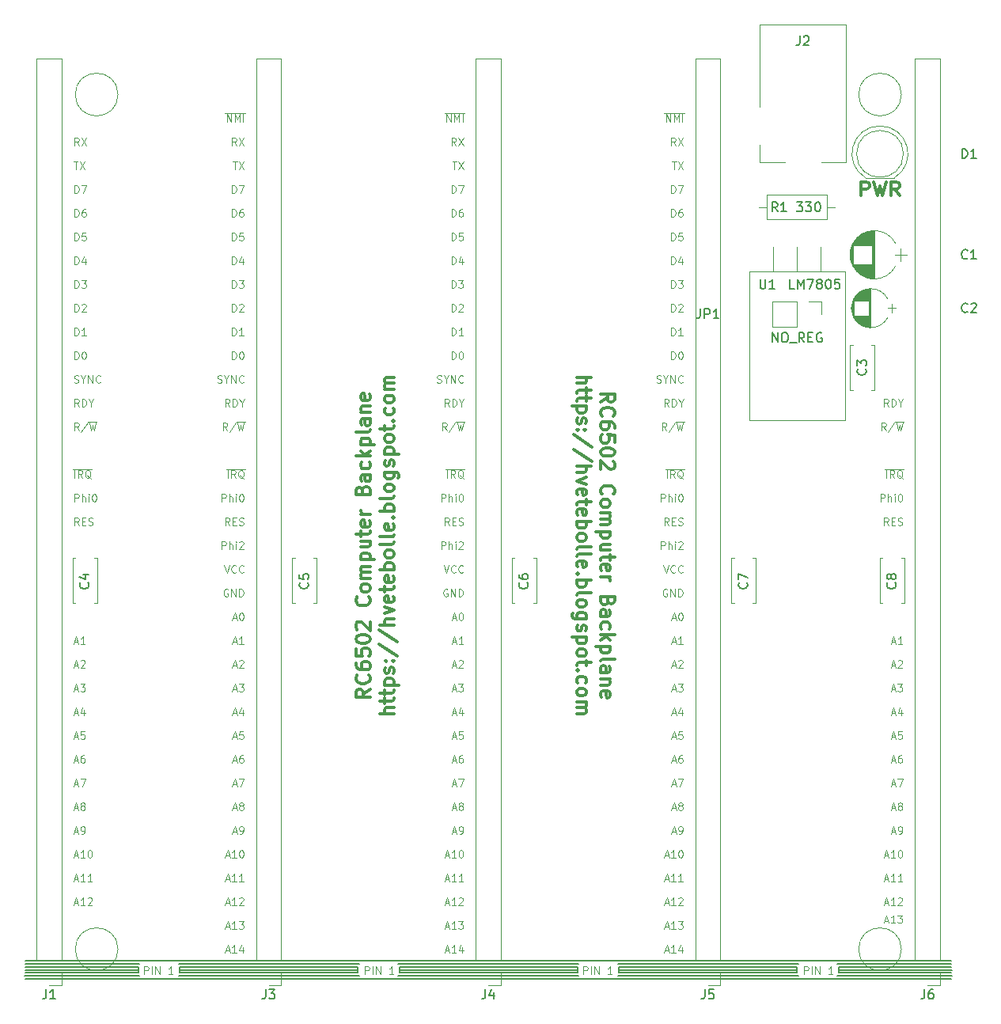
<source format=gto>
G04 #@! TF.FileFunction,Legend,Top*
%FSLAX46Y46*%
G04 Gerber Fmt 4.6, Leading zero omitted, Abs format (unit mm)*
G04 Created by KiCad (PCBNEW 4.0.7) date 02/11/19 21:11:47*
%MOMM*%
%LPD*%
G01*
G04 APERTURE LIST*
%ADD10C,0.100000*%
%ADD11C,0.300000*%
%ADD12C,0.200000*%
%ADD13C,0.120000*%
%ADD14C,0.150000*%
G04 APERTURE END LIST*
D10*
D11*
X151670000Y-73068571D02*
X151670000Y-71568571D01*
X152241428Y-71568571D01*
X152384286Y-71640000D01*
X152455714Y-71711429D01*
X152527143Y-71854286D01*
X152527143Y-72068571D01*
X152455714Y-72211429D01*
X152384286Y-72282857D01*
X152241428Y-72354286D01*
X151670000Y-72354286D01*
X153027143Y-71568571D02*
X153384286Y-73068571D01*
X153670000Y-71997143D01*
X153955714Y-73068571D01*
X154312857Y-71568571D01*
X155741429Y-73068571D02*
X155241429Y-72354286D01*
X154884286Y-73068571D02*
X154884286Y-71568571D01*
X155455714Y-71568571D01*
X155598572Y-71640000D01*
X155670000Y-71711429D01*
X155741429Y-71854286D01*
X155741429Y-72068571D01*
X155670000Y-72211429D01*
X155598572Y-72282857D01*
X155455714Y-72354286D01*
X154884286Y-72354286D01*
X123786429Y-95132859D02*
X124500714Y-94632859D01*
X123786429Y-94275716D02*
X125286429Y-94275716D01*
X125286429Y-94847144D01*
X125215000Y-94990002D01*
X125143571Y-95061430D01*
X125000714Y-95132859D01*
X124786429Y-95132859D01*
X124643571Y-95061430D01*
X124572143Y-94990002D01*
X124500714Y-94847144D01*
X124500714Y-94275716D01*
X123929286Y-96632859D02*
X123857857Y-96561430D01*
X123786429Y-96347144D01*
X123786429Y-96204287D01*
X123857857Y-95990002D01*
X124000714Y-95847144D01*
X124143571Y-95775716D01*
X124429286Y-95704287D01*
X124643571Y-95704287D01*
X124929286Y-95775716D01*
X125072143Y-95847144D01*
X125215000Y-95990002D01*
X125286429Y-96204287D01*
X125286429Y-96347144D01*
X125215000Y-96561430D01*
X125143571Y-96632859D01*
X125286429Y-97918573D02*
X125286429Y-97632859D01*
X125215000Y-97490002D01*
X125143571Y-97418573D01*
X124929286Y-97275716D01*
X124643571Y-97204287D01*
X124072143Y-97204287D01*
X123929286Y-97275716D01*
X123857857Y-97347144D01*
X123786429Y-97490002D01*
X123786429Y-97775716D01*
X123857857Y-97918573D01*
X123929286Y-97990002D01*
X124072143Y-98061430D01*
X124429286Y-98061430D01*
X124572143Y-97990002D01*
X124643571Y-97918573D01*
X124715000Y-97775716D01*
X124715000Y-97490002D01*
X124643571Y-97347144D01*
X124572143Y-97275716D01*
X124429286Y-97204287D01*
X125286429Y-99418573D02*
X125286429Y-98704287D01*
X124572143Y-98632858D01*
X124643571Y-98704287D01*
X124715000Y-98847144D01*
X124715000Y-99204287D01*
X124643571Y-99347144D01*
X124572143Y-99418573D01*
X124429286Y-99490001D01*
X124072143Y-99490001D01*
X123929286Y-99418573D01*
X123857857Y-99347144D01*
X123786429Y-99204287D01*
X123786429Y-98847144D01*
X123857857Y-98704287D01*
X123929286Y-98632858D01*
X125286429Y-100418572D02*
X125286429Y-100561429D01*
X125215000Y-100704286D01*
X125143571Y-100775715D01*
X125000714Y-100847144D01*
X124715000Y-100918572D01*
X124357857Y-100918572D01*
X124072143Y-100847144D01*
X123929286Y-100775715D01*
X123857857Y-100704286D01*
X123786429Y-100561429D01*
X123786429Y-100418572D01*
X123857857Y-100275715D01*
X123929286Y-100204286D01*
X124072143Y-100132858D01*
X124357857Y-100061429D01*
X124715000Y-100061429D01*
X125000714Y-100132858D01*
X125143571Y-100204286D01*
X125215000Y-100275715D01*
X125286429Y-100418572D01*
X125143571Y-101490000D02*
X125215000Y-101561429D01*
X125286429Y-101704286D01*
X125286429Y-102061429D01*
X125215000Y-102204286D01*
X125143571Y-102275715D01*
X125000714Y-102347143D01*
X124857857Y-102347143D01*
X124643571Y-102275715D01*
X123786429Y-101418572D01*
X123786429Y-102347143D01*
X123929286Y-104990000D02*
X123857857Y-104918571D01*
X123786429Y-104704285D01*
X123786429Y-104561428D01*
X123857857Y-104347143D01*
X124000714Y-104204285D01*
X124143571Y-104132857D01*
X124429286Y-104061428D01*
X124643571Y-104061428D01*
X124929286Y-104132857D01*
X125072143Y-104204285D01*
X125215000Y-104347143D01*
X125286429Y-104561428D01*
X125286429Y-104704285D01*
X125215000Y-104918571D01*
X125143571Y-104990000D01*
X123786429Y-105847143D02*
X123857857Y-105704285D01*
X123929286Y-105632857D01*
X124072143Y-105561428D01*
X124500714Y-105561428D01*
X124643571Y-105632857D01*
X124715000Y-105704285D01*
X124786429Y-105847143D01*
X124786429Y-106061428D01*
X124715000Y-106204285D01*
X124643571Y-106275714D01*
X124500714Y-106347143D01*
X124072143Y-106347143D01*
X123929286Y-106275714D01*
X123857857Y-106204285D01*
X123786429Y-106061428D01*
X123786429Y-105847143D01*
X123786429Y-106990000D02*
X124786429Y-106990000D01*
X124643571Y-106990000D02*
X124715000Y-107061428D01*
X124786429Y-107204286D01*
X124786429Y-107418571D01*
X124715000Y-107561428D01*
X124572143Y-107632857D01*
X123786429Y-107632857D01*
X124572143Y-107632857D02*
X124715000Y-107704286D01*
X124786429Y-107847143D01*
X124786429Y-108061428D01*
X124715000Y-108204286D01*
X124572143Y-108275714D01*
X123786429Y-108275714D01*
X124786429Y-108990000D02*
X123286429Y-108990000D01*
X124715000Y-108990000D02*
X124786429Y-109132857D01*
X124786429Y-109418571D01*
X124715000Y-109561428D01*
X124643571Y-109632857D01*
X124500714Y-109704286D01*
X124072143Y-109704286D01*
X123929286Y-109632857D01*
X123857857Y-109561428D01*
X123786429Y-109418571D01*
X123786429Y-109132857D01*
X123857857Y-108990000D01*
X124786429Y-110990000D02*
X123786429Y-110990000D01*
X124786429Y-110347143D02*
X124000714Y-110347143D01*
X123857857Y-110418571D01*
X123786429Y-110561429D01*
X123786429Y-110775714D01*
X123857857Y-110918571D01*
X123929286Y-110990000D01*
X124786429Y-111490000D02*
X124786429Y-112061429D01*
X125286429Y-111704286D02*
X124000714Y-111704286D01*
X123857857Y-111775714D01*
X123786429Y-111918572D01*
X123786429Y-112061429D01*
X123857857Y-113132857D02*
X123786429Y-112990000D01*
X123786429Y-112704286D01*
X123857857Y-112561429D01*
X124000714Y-112490000D01*
X124572143Y-112490000D01*
X124715000Y-112561429D01*
X124786429Y-112704286D01*
X124786429Y-112990000D01*
X124715000Y-113132857D01*
X124572143Y-113204286D01*
X124429286Y-113204286D01*
X124286429Y-112490000D01*
X123786429Y-113847143D02*
X124786429Y-113847143D01*
X124500714Y-113847143D02*
X124643571Y-113918571D01*
X124715000Y-113990000D01*
X124786429Y-114132857D01*
X124786429Y-114275714D01*
X124572143Y-116418571D02*
X124500714Y-116632857D01*
X124429286Y-116704285D01*
X124286429Y-116775714D01*
X124072143Y-116775714D01*
X123929286Y-116704285D01*
X123857857Y-116632857D01*
X123786429Y-116489999D01*
X123786429Y-115918571D01*
X125286429Y-115918571D01*
X125286429Y-116418571D01*
X125215000Y-116561428D01*
X125143571Y-116632857D01*
X125000714Y-116704285D01*
X124857857Y-116704285D01*
X124715000Y-116632857D01*
X124643571Y-116561428D01*
X124572143Y-116418571D01*
X124572143Y-115918571D01*
X123786429Y-118061428D02*
X124572143Y-118061428D01*
X124715000Y-117989999D01*
X124786429Y-117847142D01*
X124786429Y-117561428D01*
X124715000Y-117418571D01*
X123857857Y-118061428D02*
X123786429Y-117918571D01*
X123786429Y-117561428D01*
X123857857Y-117418571D01*
X124000714Y-117347142D01*
X124143571Y-117347142D01*
X124286429Y-117418571D01*
X124357857Y-117561428D01*
X124357857Y-117918571D01*
X124429286Y-118061428D01*
X123857857Y-119418571D02*
X123786429Y-119275714D01*
X123786429Y-118990000D01*
X123857857Y-118847142D01*
X123929286Y-118775714D01*
X124072143Y-118704285D01*
X124500714Y-118704285D01*
X124643571Y-118775714D01*
X124715000Y-118847142D01*
X124786429Y-118990000D01*
X124786429Y-119275714D01*
X124715000Y-119418571D01*
X123786429Y-120061428D02*
X125286429Y-120061428D01*
X124357857Y-120204285D02*
X123786429Y-120632856D01*
X124786429Y-120632856D02*
X124215000Y-120061428D01*
X124786429Y-121275714D02*
X123286429Y-121275714D01*
X124715000Y-121275714D02*
X124786429Y-121418571D01*
X124786429Y-121704285D01*
X124715000Y-121847142D01*
X124643571Y-121918571D01*
X124500714Y-121990000D01*
X124072143Y-121990000D01*
X123929286Y-121918571D01*
X123857857Y-121847142D01*
X123786429Y-121704285D01*
X123786429Y-121418571D01*
X123857857Y-121275714D01*
X123786429Y-122847143D02*
X123857857Y-122704285D01*
X124000714Y-122632857D01*
X125286429Y-122632857D01*
X123786429Y-124061428D02*
X124572143Y-124061428D01*
X124715000Y-123989999D01*
X124786429Y-123847142D01*
X124786429Y-123561428D01*
X124715000Y-123418571D01*
X123857857Y-124061428D02*
X123786429Y-123918571D01*
X123786429Y-123561428D01*
X123857857Y-123418571D01*
X124000714Y-123347142D01*
X124143571Y-123347142D01*
X124286429Y-123418571D01*
X124357857Y-123561428D01*
X124357857Y-123918571D01*
X124429286Y-124061428D01*
X124786429Y-124775714D02*
X123786429Y-124775714D01*
X124643571Y-124775714D02*
X124715000Y-124847142D01*
X124786429Y-124990000D01*
X124786429Y-125204285D01*
X124715000Y-125347142D01*
X124572143Y-125418571D01*
X123786429Y-125418571D01*
X123857857Y-126704285D02*
X123786429Y-126561428D01*
X123786429Y-126275714D01*
X123857857Y-126132857D01*
X124000714Y-126061428D01*
X124572143Y-126061428D01*
X124715000Y-126132857D01*
X124786429Y-126275714D01*
X124786429Y-126561428D01*
X124715000Y-126704285D01*
X124572143Y-126775714D01*
X124429286Y-126775714D01*
X124286429Y-126061428D01*
X121236429Y-92489999D02*
X122736429Y-92489999D01*
X121236429Y-93132856D02*
X122022143Y-93132856D01*
X122165000Y-93061427D01*
X122236429Y-92918570D01*
X122236429Y-92704285D01*
X122165000Y-92561427D01*
X122093571Y-92489999D01*
X122236429Y-93632856D02*
X122236429Y-94204285D01*
X122736429Y-93847142D02*
X121450714Y-93847142D01*
X121307857Y-93918570D01*
X121236429Y-94061428D01*
X121236429Y-94204285D01*
X122236429Y-94489999D02*
X122236429Y-95061428D01*
X122736429Y-94704285D02*
X121450714Y-94704285D01*
X121307857Y-94775713D01*
X121236429Y-94918571D01*
X121236429Y-95061428D01*
X122236429Y-95561428D02*
X120736429Y-95561428D01*
X122165000Y-95561428D02*
X122236429Y-95704285D01*
X122236429Y-95989999D01*
X122165000Y-96132856D01*
X122093571Y-96204285D01*
X121950714Y-96275714D01*
X121522143Y-96275714D01*
X121379286Y-96204285D01*
X121307857Y-96132856D01*
X121236429Y-95989999D01*
X121236429Y-95704285D01*
X121307857Y-95561428D01*
X121307857Y-96847142D02*
X121236429Y-96989999D01*
X121236429Y-97275714D01*
X121307857Y-97418571D01*
X121450714Y-97489999D01*
X121522143Y-97489999D01*
X121665000Y-97418571D01*
X121736429Y-97275714D01*
X121736429Y-97061428D01*
X121807857Y-96918571D01*
X121950714Y-96847142D01*
X122022143Y-96847142D01*
X122165000Y-96918571D01*
X122236429Y-97061428D01*
X122236429Y-97275714D01*
X122165000Y-97418571D01*
X121379286Y-98132857D02*
X121307857Y-98204285D01*
X121236429Y-98132857D01*
X121307857Y-98061428D01*
X121379286Y-98132857D01*
X121236429Y-98132857D01*
X122165000Y-98132857D02*
X122093571Y-98204285D01*
X122022143Y-98132857D01*
X122093571Y-98061428D01*
X122165000Y-98132857D01*
X122022143Y-98132857D01*
X122807857Y-99918571D02*
X120879286Y-98632857D01*
X122807857Y-101490000D02*
X120879286Y-100204286D01*
X121236429Y-101990001D02*
X122736429Y-101990001D01*
X121236429Y-102632858D02*
X122022143Y-102632858D01*
X122165000Y-102561429D01*
X122236429Y-102418572D01*
X122236429Y-102204287D01*
X122165000Y-102061429D01*
X122093571Y-101990001D01*
X122236429Y-103204287D02*
X121236429Y-103561430D01*
X122236429Y-103918572D01*
X121307857Y-105061429D02*
X121236429Y-104918572D01*
X121236429Y-104632858D01*
X121307857Y-104490001D01*
X121450714Y-104418572D01*
X122022143Y-104418572D01*
X122165000Y-104490001D01*
X122236429Y-104632858D01*
X122236429Y-104918572D01*
X122165000Y-105061429D01*
X122022143Y-105132858D01*
X121879286Y-105132858D01*
X121736429Y-104418572D01*
X122236429Y-105561429D02*
X122236429Y-106132858D01*
X122736429Y-105775715D02*
X121450714Y-105775715D01*
X121307857Y-105847143D01*
X121236429Y-105990001D01*
X121236429Y-106132858D01*
X121307857Y-107204286D02*
X121236429Y-107061429D01*
X121236429Y-106775715D01*
X121307857Y-106632858D01*
X121450714Y-106561429D01*
X122022143Y-106561429D01*
X122165000Y-106632858D01*
X122236429Y-106775715D01*
X122236429Y-107061429D01*
X122165000Y-107204286D01*
X122022143Y-107275715D01*
X121879286Y-107275715D01*
X121736429Y-106561429D01*
X121236429Y-107918572D02*
X122736429Y-107918572D01*
X122165000Y-107918572D02*
X122236429Y-108061429D01*
X122236429Y-108347143D01*
X122165000Y-108490000D01*
X122093571Y-108561429D01*
X121950714Y-108632858D01*
X121522143Y-108632858D01*
X121379286Y-108561429D01*
X121307857Y-108490000D01*
X121236429Y-108347143D01*
X121236429Y-108061429D01*
X121307857Y-107918572D01*
X121236429Y-109490001D02*
X121307857Y-109347143D01*
X121379286Y-109275715D01*
X121522143Y-109204286D01*
X121950714Y-109204286D01*
X122093571Y-109275715D01*
X122165000Y-109347143D01*
X122236429Y-109490001D01*
X122236429Y-109704286D01*
X122165000Y-109847143D01*
X122093571Y-109918572D01*
X121950714Y-109990001D01*
X121522143Y-109990001D01*
X121379286Y-109918572D01*
X121307857Y-109847143D01*
X121236429Y-109704286D01*
X121236429Y-109490001D01*
X121236429Y-110847144D02*
X121307857Y-110704286D01*
X121450714Y-110632858D01*
X122736429Y-110632858D01*
X121236429Y-111632858D02*
X121307857Y-111490000D01*
X121450714Y-111418572D01*
X122736429Y-111418572D01*
X121307857Y-112775714D02*
X121236429Y-112632857D01*
X121236429Y-112347143D01*
X121307857Y-112204286D01*
X121450714Y-112132857D01*
X122022143Y-112132857D01*
X122165000Y-112204286D01*
X122236429Y-112347143D01*
X122236429Y-112632857D01*
X122165000Y-112775714D01*
X122022143Y-112847143D01*
X121879286Y-112847143D01*
X121736429Y-112132857D01*
X121379286Y-113490000D02*
X121307857Y-113561428D01*
X121236429Y-113490000D01*
X121307857Y-113418571D01*
X121379286Y-113490000D01*
X121236429Y-113490000D01*
X121236429Y-114204286D02*
X122736429Y-114204286D01*
X122165000Y-114204286D02*
X122236429Y-114347143D01*
X122236429Y-114632857D01*
X122165000Y-114775714D01*
X122093571Y-114847143D01*
X121950714Y-114918572D01*
X121522143Y-114918572D01*
X121379286Y-114847143D01*
X121307857Y-114775714D01*
X121236429Y-114632857D01*
X121236429Y-114347143D01*
X121307857Y-114204286D01*
X121236429Y-115775715D02*
X121307857Y-115632857D01*
X121450714Y-115561429D01*
X122736429Y-115561429D01*
X121236429Y-116561429D02*
X121307857Y-116418571D01*
X121379286Y-116347143D01*
X121522143Y-116275714D01*
X121950714Y-116275714D01*
X122093571Y-116347143D01*
X122165000Y-116418571D01*
X122236429Y-116561429D01*
X122236429Y-116775714D01*
X122165000Y-116918571D01*
X122093571Y-116990000D01*
X121950714Y-117061429D01*
X121522143Y-117061429D01*
X121379286Y-116990000D01*
X121307857Y-116918571D01*
X121236429Y-116775714D01*
X121236429Y-116561429D01*
X122236429Y-118347143D02*
X121022143Y-118347143D01*
X120879286Y-118275714D01*
X120807857Y-118204286D01*
X120736429Y-118061429D01*
X120736429Y-117847143D01*
X120807857Y-117704286D01*
X121307857Y-118347143D02*
X121236429Y-118204286D01*
X121236429Y-117918572D01*
X121307857Y-117775714D01*
X121379286Y-117704286D01*
X121522143Y-117632857D01*
X121950714Y-117632857D01*
X122093571Y-117704286D01*
X122165000Y-117775714D01*
X122236429Y-117918572D01*
X122236429Y-118204286D01*
X122165000Y-118347143D01*
X121307857Y-118990000D02*
X121236429Y-119132857D01*
X121236429Y-119418572D01*
X121307857Y-119561429D01*
X121450714Y-119632857D01*
X121522143Y-119632857D01*
X121665000Y-119561429D01*
X121736429Y-119418572D01*
X121736429Y-119204286D01*
X121807857Y-119061429D01*
X121950714Y-118990000D01*
X122022143Y-118990000D01*
X122165000Y-119061429D01*
X122236429Y-119204286D01*
X122236429Y-119418572D01*
X122165000Y-119561429D01*
X122236429Y-120275715D02*
X120736429Y-120275715D01*
X122165000Y-120275715D02*
X122236429Y-120418572D01*
X122236429Y-120704286D01*
X122165000Y-120847143D01*
X122093571Y-120918572D01*
X121950714Y-120990001D01*
X121522143Y-120990001D01*
X121379286Y-120918572D01*
X121307857Y-120847143D01*
X121236429Y-120704286D01*
X121236429Y-120418572D01*
X121307857Y-120275715D01*
X121236429Y-121847144D02*
X121307857Y-121704286D01*
X121379286Y-121632858D01*
X121522143Y-121561429D01*
X121950714Y-121561429D01*
X122093571Y-121632858D01*
X122165000Y-121704286D01*
X122236429Y-121847144D01*
X122236429Y-122061429D01*
X122165000Y-122204286D01*
X122093571Y-122275715D01*
X121950714Y-122347144D01*
X121522143Y-122347144D01*
X121379286Y-122275715D01*
X121307857Y-122204286D01*
X121236429Y-122061429D01*
X121236429Y-121847144D01*
X122236429Y-122775715D02*
X122236429Y-123347144D01*
X122736429Y-122990001D02*
X121450714Y-122990001D01*
X121307857Y-123061429D01*
X121236429Y-123204287D01*
X121236429Y-123347144D01*
X121379286Y-123847144D02*
X121307857Y-123918572D01*
X121236429Y-123847144D01*
X121307857Y-123775715D01*
X121379286Y-123847144D01*
X121236429Y-123847144D01*
X121307857Y-125204287D02*
X121236429Y-125061430D01*
X121236429Y-124775716D01*
X121307857Y-124632858D01*
X121379286Y-124561430D01*
X121522143Y-124490001D01*
X121950714Y-124490001D01*
X122093571Y-124561430D01*
X122165000Y-124632858D01*
X122236429Y-124775716D01*
X122236429Y-125061430D01*
X122165000Y-125204287D01*
X121236429Y-126061430D02*
X121307857Y-125918572D01*
X121379286Y-125847144D01*
X121522143Y-125775715D01*
X121950714Y-125775715D01*
X122093571Y-125847144D01*
X122165000Y-125918572D01*
X122236429Y-126061430D01*
X122236429Y-126275715D01*
X122165000Y-126418572D01*
X122093571Y-126490001D01*
X121950714Y-126561430D01*
X121522143Y-126561430D01*
X121379286Y-126490001D01*
X121307857Y-126418572D01*
X121236429Y-126275715D01*
X121236429Y-126061430D01*
X121236429Y-127204287D02*
X122236429Y-127204287D01*
X122093571Y-127204287D02*
X122165000Y-127275715D01*
X122236429Y-127418573D01*
X122236429Y-127632858D01*
X122165000Y-127775715D01*
X122022143Y-127847144D01*
X121236429Y-127847144D01*
X122022143Y-127847144D02*
X122165000Y-127918573D01*
X122236429Y-128061430D01*
X122236429Y-128275715D01*
X122165000Y-128418573D01*
X122022143Y-128490001D01*
X121236429Y-128490001D01*
X99098571Y-125847141D02*
X98384286Y-126347141D01*
X99098571Y-126704284D02*
X97598571Y-126704284D01*
X97598571Y-126132856D01*
X97670000Y-125989998D01*
X97741429Y-125918570D01*
X97884286Y-125847141D01*
X98098571Y-125847141D01*
X98241429Y-125918570D01*
X98312857Y-125989998D01*
X98384286Y-126132856D01*
X98384286Y-126704284D01*
X98955714Y-124347141D02*
X99027143Y-124418570D01*
X99098571Y-124632856D01*
X99098571Y-124775713D01*
X99027143Y-124989998D01*
X98884286Y-125132856D01*
X98741429Y-125204284D01*
X98455714Y-125275713D01*
X98241429Y-125275713D01*
X97955714Y-125204284D01*
X97812857Y-125132856D01*
X97670000Y-124989998D01*
X97598571Y-124775713D01*
X97598571Y-124632856D01*
X97670000Y-124418570D01*
X97741429Y-124347141D01*
X97598571Y-123061427D02*
X97598571Y-123347141D01*
X97670000Y-123489998D01*
X97741429Y-123561427D01*
X97955714Y-123704284D01*
X98241429Y-123775713D01*
X98812857Y-123775713D01*
X98955714Y-123704284D01*
X99027143Y-123632856D01*
X99098571Y-123489998D01*
X99098571Y-123204284D01*
X99027143Y-123061427D01*
X98955714Y-122989998D01*
X98812857Y-122918570D01*
X98455714Y-122918570D01*
X98312857Y-122989998D01*
X98241429Y-123061427D01*
X98170000Y-123204284D01*
X98170000Y-123489998D01*
X98241429Y-123632856D01*
X98312857Y-123704284D01*
X98455714Y-123775713D01*
X97598571Y-121561427D02*
X97598571Y-122275713D01*
X98312857Y-122347142D01*
X98241429Y-122275713D01*
X98170000Y-122132856D01*
X98170000Y-121775713D01*
X98241429Y-121632856D01*
X98312857Y-121561427D01*
X98455714Y-121489999D01*
X98812857Y-121489999D01*
X98955714Y-121561427D01*
X99027143Y-121632856D01*
X99098571Y-121775713D01*
X99098571Y-122132856D01*
X99027143Y-122275713D01*
X98955714Y-122347142D01*
X97598571Y-120561428D02*
X97598571Y-120418571D01*
X97670000Y-120275714D01*
X97741429Y-120204285D01*
X97884286Y-120132856D01*
X98170000Y-120061428D01*
X98527143Y-120061428D01*
X98812857Y-120132856D01*
X98955714Y-120204285D01*
X99027143Y-120275714D01*
X99098571Y-120418571D01*
X99098571Y-120561428D01*
X99027143Y-120704285D01*
X98955714Y-120775714D01*
X98812857Y-120847142D01*
X98527143Y-120918571D01*
X98170000Y-120918571D01*
X97884286Y-120847142D01*
X97741429Y-120775714D01*
X97670000Y-120704285D01*
X97598571Y-120561428D01*
X97741429Y-119490000D02*
X97670000Y-119418571D01*
X97598571Y-119275714D01*
X97598571Y-118918571D01*
X97670000Y-118775714D01*
X97741429Y-118704285D01*
X97884286Y-118632857D01*
X98027143Y-118632857D01*
X98241429Y-118704285D01*
X99098571Y-119561428D01*
X99098571Y-118632857D01*
X98955714Y-115990000D02*
X99027143Y-116061429D01*
X99098571Y-116275715D01*
X99098571Y-116418572D01*
X99027143Y-116632857D01*
X98884286Y-116775715D01*
X98741429Y-116847143D01*
X98455714Y-116918572D01*
X98241429Y-116918572D01*
X97955714Y-116847143D01*
X97812857Y-116775715D01*
X97670000Y-116632857D01*
X97598571Y-116418572D01*
X97598571Y-116275715D01*
X97670000Y-116061429D01*
X97741429Y-115990000D01*
X99098571Y-115132857D02*
X99027143Y-115275715D01*
X98955714Y-115347143D01*
X98812857Y-115418572D01*
X98384286Y-115418572D01*
X98241429Y-115347143D01*
X98170000Y-115275715D01*
X98098571Y-115132857D01*
X98098571Y-114918572D01*
X98170000Y-114775715D01*
X98241429Y-114704286D01*
X98384286Y-114632857D01*
X98812857Y-114632857D01*
X98955714Y-114704286D01*
X99027143Y-114775715D01*
X99098571Y-114918572D01*
X99098571Y-115132857D01*
X99098571Y-113990000D02*
X98098571Y-113990000D01*
X98241429Y-113990000D02*
X98170000Y-113918572D01*
X98098571Y-113775714D01*
X98098571Y-113561429D01*
X98170000Y-113418572D01*
X98312857Y-113347143D01*
X99098571Y-113347143D01*
X98312857Y-113347143D02*
X98170000Y-113275714D01*
X98098571Y-113132857D01*
X98098571Y-112918572D01*
X98170000Y-112775714D01*
X98312857Y-112704286D01*
X99098571Y-112704286D01*
X98098571Y-111990000D02*
X99598571Y-111990000D01*
X98170000Y-111990000D02*
X98098571Y-111847143D01*
X98098571Y-111561429D01*
X98170000Y-111418572D01*
X98241429Y-111347143D01*
X98384286Y-111275714D01*
X98812857Y-111275714D01*
X98955714Y-111347143D01*
X99027143Y-111418572D01*
X99098571Y-111561429D01*
X99098571Y-111847143D01*
X99027143Y-111990000D01*
X98098571Y-109990000D02*
X99098571Y-109990000D01*
X98098571Y-110632857D02*
X98884286Y-110632857D01*
X99027143Y-110561429D01*
X99098571Y-110418571D01*
X99098571Y-110204286D01*
X99027143Y-110061429D01*
X98955714Y-109990000D01*
X98098571Y-109490000D02*
X98098571Y-108918571D01*
X97598571Y-109275714D02*
X98884286Y-109275714D01*
X99027143Y-109204286D01*
X99098571Y-109061428D01*
X99098571Y-108918571D01*
X99027143Y-107847143D02*
X99098571Y-107990000D01*
X99098571Y-108275714D01*
X99027143Y-108418571D01*
X98884286Y-108490000D01*
X98312857Y-108490000D01*
X98170000Y-108418571D01*
X98098571Y-108275714D01*
X98098571Y-107990000D01*
X98170000Y-107847143D01*
X98312857Y-107775714D01*
X98455714Y-107775714D01*
X98598571Y-108490000D01*
X99098571Y-107132857D02*
X98098571Y-107132857D01*
X98384286Y-107132857D02*
X98241429Y-107061429D01*
X98170000Y-106990000D01*
X98098571Y-106847143D01*
X98098571Y-106704286D01*
X98312857Y-104561429D02*
X98384286Y-104347143D01*
X98455714Y-104275715D01*
X98598571Y-104204286D01*
X98812857Y-104204286D01*
X98955714Y-104275715D01*
X99027143Y-104347143D01*
X99098571Y-104490001D01*
X99098571Y-105061429D01*
X97598571Y-105061429D01*
X97598571Y-104561429D01*
X97670000Y-104418572D01*
X97741429Y-104347143D01*
X97884286Y-104275715D01*
X98027143Y-104275715D01*
X98170000Y-104347143D01*
X98241429Y-104418572D01*
X98312857Y-104561429D01*
X98312857Y-105061429D01*
X99098571Y-102918572D02*
X98312857Y-102918572D01*
X98170000Y-102990001D01*
X98098571Y-103132858D01*
X98098571Y-103418572D01*
X98170000Y-103561429D01*
X99027143Y-102918572D02*
X99098571Y-103061429D01*
X99098571Y-103418572D01*
X99027143Y-103561429D01*
X98884286Y-103632858D01*
X98741429Y-103632858D01*
X98598571Y-103561429D01*
X98527143Y-103418572D01*
X98527143Y-103061429D01*
X98455714Y-102918572D01*
X99027143Y-101561429D02*
X99098571Y-101704286D01*
X99098571Y-101990000D01*
X99027143Y-102132858D01*
X98955714Y-102204286D01*
X98812857Y-102275715D01*
X98384286Y-102275715D01*
X98241429Y-102204286D01*
X98170000Y-102132858D01*
X98098571Y-101990000D01*
X98098571Y-101704286D01*
X98170000Y-101561429D01*
X99098571Y-100918572D02*
X97598571Y-100918572D01*
X98527143Y-100775715D02*
X99098571Y-100347144D01*
X98098571Y-100347144D02*
X98670000Y-100918572D01*
X98098571Y-99704286D02*
X99598571Y-99704286D01*
X98170000Y-99704286D02*
X98098571Y-99561429D01*
X98098571Y-99275715D01*
X98170000Y-99132858D01*
X98241429Y-99061429D01*
X98384286Y-98990000D01*
X98812857Y-98990000D01*
X98955714Y-99061429D01*
X99027143Y-99132858D01*
X99098571Y-99275715D01*
X99098571Y-99561429D01*
X99027143Y-99704286D01*
X99098571Y-98132857D02*
X99027143Y-98275715D01*
X98884286Y-98347143D01*
X97598571Y-98347143D01*
X99098571Y-96918572D02*
X98312857Y-96918572D01*
X98170000Y-96990001D01*
X98098571Y-97132858D01*
X98098571Y-97418572D01*
X98170000Y-97561429D01*
X99027143Y-96918572D02*
X99098571Y-97061429D01*
X99098571Y-97418572D01*
X99027143Y-97561429D01*
X98884286Y-97632858D01*
X98741429Y-97632858D01*
X98598571Y-97561429D01*
X98527143Y-97418572D01*
X98527143Y-97061429D01*
X98455714Y-96918572D01*
X98098571Y-96204286D02*
X99098571Y-96204286D01*
X98241429Y-96204286D02*
X98170000Y-96132858D01*
X98098571Y-95990000D01*
X98098571Y-95775715D01*
X98170000Y-95632858D01*
X98312857Y-95561429D01*
X99098571Y-95561429D01*
X99027143Y-94275715D02*
X99098571Y-94418572D01*
X99098571Y-94704286D01*
X99027143Y-94847143D01*
X98884286Y-94918572D01*
X98312857Y-94918572D01*
X98170000Y-94847143D01*
X98098571Y-94704286D01*
X98098571Y-94418572D01*
X98170000Y-94275715D01*
X98312857Y-94204286D01*
X98455714Y-94204286D01*
X98598571Y-94918572D01*
X101648571Y-128490001D02*
X100148571Y-128490001D01*
X101648571Y-127847144D02*
X100862857Y-127847144D01*
X100720000Y-127918573D01*
X100648571Y-128061430D01*
X100648571Y-128275715D01*
X100720000Y-128418573D01*
X100791429Y-128490001D01*
X100648571Y-127347144D02*
X100648571Y-126775715D01*
X100148571Y-127132858D02*
X101434286Y-127132858D01*
X101577143Y-127061430D01*
X101648571Y-126918572D01*
X101648571Y-126775715D01*
X100648571Y-126490001D02*
X100648571Y-125918572D01*
X100148571Y-126275715D02*
X101434286Y-126275715D01*
X101577143Y-126204287D01*
X101648571Y-126061429D01*
X101648571Y-125918572D01*
X100648571Y-125418572D02*
X102148571Y-125418572D01*
X100720000Y-125418572D02*
X100648571Y-125275715D01*
X100648571Y-124990001D01*
X100720000Y-124847144D01*
X100791429Y-124775715D01*
X100934286Y-124704286D01*
X101362857Y-124704286D01*
X101505714Y-124775715D01*
X101577143Y-124847144D01*
X101648571Y-124990001D01*
X101648571Y-125275715D01*
X101577143Y-125418572D01*
X101577143Y-124132858D02*
X101648571Y-123990001D01*
X101648571Y-123704286D01*
X101577143Y-123561429D01*
X101434286Y-123490001D01*
X101362857Y-123490001D01*
X101220000Y-123561429D01*
X101148571Y-123704286D01*
X101148571Y-123918572D01*
X101077143Y-124061429D01*
X100934286Y-124132858D01*
X100862857Y-124132858D01*
X100720000Y-124061429D01*
X100648571Y-123918572D01*
X100648571Y-123704286D01*
X100720000Y-123561429D01*
X101505714Y-122847143D02*
X101577143Y-122775715D01*
X101648571Y-122847143D01*
X101577143Y-122918572D01*
X101505714Y-122847143D01*
X101648571Y-122847143D01*
X100720000Y-122847143D02*
X100791429Y-122775715D01*
X100862857Y-122847143D01*
X100791429Y-122918572D01*
X100720000Y-122847143D01*
X100862857Y-122847143D01*
X100077143Y-121061429D02*
X102005714Y-122347143D01*
X100077143Y-119490000D02*
X102005714Y-120775714D01*
X101648571Y-118989999D02*
X100148571Y-118989999D01*
X101648571Y-118347142D02*
X100862857Y-118347142D01*
X100720000Y-118418571D01*
X100648571Y-118561428D01*
X100648571Y-118775713D01*
X100720000Y-118918571D01*
X100791429Y-118989999D01*
X100648571Y-117775713D02*
X101648571Y-117418570D01*
X100648571Y-117061428D01*
X101577143Y-115918571D02*
X101648571Y-116061428D01*
X101648571Y-116347142D01*
X101577143Y-116489999D01*
X101434286Y-116561428D01*
X100862857Y-116561428D01*
X100720000Y-116489999D01*
X100648571Y-116347142D01*
X100648571Y-116061428D01*
X100720000Y-115918571D01*
X100862857Y-115847142D01*
X101005714Y-115847142D01*
X101148571Y-116561428D01*
X100648571Y-115418571D02*
X100648571Y-114847142D01*
X100148571Y-115204285D02*
X101434286Y-115204285D01*
X101577143Y-115132857D01*
X101648571Y-114989999D01*
X101648571Y-114847142D01*
X101577143Y-113775714D02*
X101648571Y-113918571D01*
X101648571Y-114204285D01*
X101577143Y-114347142D01*
X101434286Y-114418571D01*
X100862857Y-114418571D01*
X100720000Y-114347142D01*
X100648571Y-114204285D01*
X100648571Y-113918571D01*
X100720000Y-113775714D01*
X100862857Y-113704285D01*
X101005714Y-113704285D01*
X101148571Y-114418571D01*
X101648571Y-113061428D02*
X100148571Y-113061428D01*
X100720000Y-113061428D02*
X100648571Y-112918571D01*
X100648571Y-112632857D01*
X100720000Y-112490000D01*
X100791429Y-112418571D01*
X100934286Y-112347142D01*
X101362857Y-112347142D01*
X101505714Y-112418571D01*
X101577143Y-112490000D01*
X101648571Y-112632857D01*
X101648571Y-112918571D01*
X101577143Y-113061428D01*
X101648571Y-111489999D02*
X101577143Y-111632857D01*
X101505714Y-111704285D01*
X101362857Y-111775714D01*
X100934286Y-111775714D01*
X100791429Y-111704285D01*
X100720000Y-111632857D01*
X100648571Y-111489999D01*
X100648571Y-111275714D01*
X100720000Y-111132857D01*
X100791429Y-111061428D01*
X100934286Y-110989999D01*
X101362857Y-110989999D01*
X101505714Y-111061428D01*
X101577143Y-111132857D01*
X101648571Y-111275714D01*
X101648571Y-111489999D01*
X101648571Y-110132856D02*
X101577143Y-110275714D01*
X101434286Y-110347142D01*
X100148571Y-110347142D01*
X101648571Y-109347142D02*
X101577143Y-109490000D01*
X101434286Y-109561428D01*
X100148571Y-109561428D01*
X101577143Y-108204286D02*
X101648571Y-108347143D01*
X101648571Y-108632857D01*
X101577143Y-108775714D01*
X101434286Y-108847143D01*
X100862857Y-108847143D01*
X100720000Y-108775714D01*
X100648571Y-108632857D01*
X100648571Y-108347143D01*
X100720000Y-108204286D01*
X100862857Y-108132857D01*
X101005714Y-108132857D01*
X101148571Y-108847143D01*
X101505714Y-107490000D02*
X101577143Y-107418572D01*
X101648571Y-107490000D01*
X101577143Y-107561429D01*
X101505714Y-107490000D01*
X101648571Y-107490000D01*
X101648571Y-106775714D02*
X100148571Y-106775714D01*
X100720000Y-106775714D02*
X100648571Y-106632857D01*
X100648571Y-106347143D01*
X100720000Y-106204286D01*
X100791429Y-106132857D01*
X100934286Y-106061428D01*
X101362857Y-106061428D01*
X101505714Y-106132857D01*
X101577143Y-106204286D01*
X101648571Y-106347143D01*
X101648571Y-106632857D01*
X101577143Y-106775714D01*
X101648571Y-105204285D02*
X101577143Y-105347143D01*
X101434286Y-105418571D01*
X100148571Y-105418571D01*
X101648571Y-104418571D02*
X101577143Y-104561429D01*
X101505714Y-104632857D01*
X101362857Y-104704286D01*
X100934286Y-104704286D01*
X100791429Y-104632857D01*
X100720000Y-104561429D01*
X100648571Y-104418571D01*
X100648571Y-104204286D01*
X100720000Y-104061429D01*
X100791429Y-103990000D01*
X100934286Y-103918571D01*
X101362857Y-103918571D01*
X101505714Y-103990000D01*
X101577143Y-104061429D01*
X101648571Y-104204286D01*
X101648571Y-104418571D01*
X100648571Y-102632857D02*
X101862857Y-102632857D01*
X102005714Y-102704286D01*
X102077143Y-102775714D01*
X102148571Y-102918571D01*
X102148571Y-103132857D01*
X102077143Y-103275714D01*
X101577143Y-102632857D02*
X101648571Y-102775714D01*
X101648571Y-103061428D01*
X101577143Y-103204286D01*
X101505714Y-103275714D01*
X101362857Y-103347143D01*
X100934286Y-103347143D01*
X100791429Y-103275714D01*
X100720000Y-103204286D01*
X100648571Y-103061428D01*
X100648571Y-102775714D01*
X100720000Y-102632857D01*
X101577143Y-101990000D02*
X101648571Y-101847143D01*
X101648571Y-101561428D01*
X101577143Y-101418571D01*
X101434286Y-101347143D01*
X101362857Y-101347143D01*
X101220000Y-101418571D01*
X101148571Y-101561428D01*
X101148571Y-101775714D01*
X101077143Y-101918571D01*
X100934286Y-101990000D01*
X100862857Y-101990000D01*
X100720000Y-101918571D01*
X100648571Y-101775714D01*
X100648571Y-101561428D01*
X100720000Y-101418571D01*
X100648571Y-100704285D02*
X102148571Y-100704285D01*
X100720000Y-100704285D02*
X100648571Y-100561428D01*
X100648571Y-100275714D01*
X100720000Y-100132857D01*
X100791429Y-100061428D01*
X100934286Y-99989999D01*
X101362857Y-99989999D01*
X101505714Y-100061428D01*
X101577143Y-100132857D01*
X101648571Y-100275714D01*
X101648571Y-100561428D01*
X101577143Y-100704285D01*
X101648571Y-99132856D02*
X101577143Y-99275714D01*
X101505714Y-99347142D01*
X101362857Y-99418571D01*
X100934286Y-99418571D01*
X100791429Y-99347142D01*
X100720000Y-99275714D01*
X100648571Y-99132856D01*
X100648571Y-98918571D01*
X100720000Y-98775714D01*
X100791429Y-98704285D01*
X100934286Y-98632856D01*
X101362857Y-98632856D01*
X101505714Y-98704285D01*
X101577143Y-98775714D01*
X101648571Y-98918571D01*
X101648571Y-99132856D01*
X100648571Y-98204285D02*
X100648571Y-97632856D01*
X100148571Y-97989999D02*
X101434286Y-97989999D01*
X101577143Y-97918571D01*
X101648571Y-97775713D01*
X101648571Y-97632856D01*
X101505714Y-97132856D02*
X101577143Y-97061428D01*
X101648571Y-97132856D01*
X101577143Y-97204285D01*
X101505714Y-97132856D01*
X101648571Y-97132856D01*
X101577143Y-95775713D02*
X101648571Y-95918570D01*
X101648571Y-96204284D01*
X101577143Y-96347142D01*
X101505714Y-96418570D01*
X101362857Y-96489999D01*
X100934286Y-96489999D01*
X100791429Y-96418570D01*
X100720000Y-96347142D01*
X100648571Y-96204284D01*
X100648571Y-95918570D01*
X100720000Y-95775713D01*
X101648571Y-94918570D02*
X101577143Y-95061428D01*
X101505714Y-95132856D01*
X101362857Y-95204285D01*
X100934286Y-95204285D01*
X100791429Y-95132856D01*
X100720000Y-95061428D01*
X100648571Y-94918570D01*
X100648571Y-94704285D01*
X100720000Y-94561428D01*
X100791429Y-94489999D01*
X100934286Y-94418570D01*
X101362857Y-94418570D01*
X101505714Y-94489999D01*
X101577143Y-94561428D01*
X101648571Y-94704285D01*
X101648571Y-94918570D01*
X101648571Y-93775713D02*
X100648571Y-93775713D01*
X100791429Y-93775713D02*
X100720000Y-93704285D01*
X100648571Y-93561427D01*
X100648571Y-93347142D01*
X100720000Y-93204285D01*
X100862857Y-93132856D01*
X101648571Y-93132856D01*
X100862857Y-93132856D02*
X100720000Y-93061427D01*
X100648571Y-92918570D01*
X100648571Y-92704285D01*
X100720000Y-92561427D01*
X100862857Y-92489999D01*
X101648571Y-92489999D01*
D12*
X149225000Y-155257500D02*
X149098000Y-155257500D01*
X149225000Y-156527500D02*
X149098000Y-156527500D01*
X144780000Y-156527500D02*
X144907000Y-156527500D01*
X144780000Y-155257500D02*
X144907000Y-155257500D01*
X125730000Y-156527500D02*
X125603000Y-156527500D01*
X125730000Y-155257500D02*
X125603000Y-155257500D01*
X121285000Y-156527500D02*
X121412000Y-156527500D01*
X121285000Y-155257500D02*
X121412000Y-155257500D01*
X102235000Y-155257500D02*
X102108000Y-155257500D01*
X102235000Y-156527500D02*
X102108000Y-156527500D01*
X97790000Y-156527500D02*
X97917000Y-156527500D01*
X97790000Y-155257500D02*
X97917000Y-155257500D01*
X78740000Y-156527500D02*
X78613000Y-156527500D01*
X78740000Y-155257500D02*
X78613000Y-155257500D01*
X74295000Y-156527500D02*
X74422000Y-156527500D01*
X74295000Y-155257500D02*
X74422000Y-155257500D01*
X62166500Y-156527500D02*
X74295000Y-156527500D01*
X62230000Y-155257500D02*
X74295000Y-155257500D01*
X149225000Y-155257500D02*
X161290000Y-155257500D01*
X149225000Y-156527500D02*
X161353500Y-156527500D01*
X125730000Y-156527500D02*
X144780000Y-156527500D01*
X125730000Y-155257500D02*
X144780000Y-155257500D01*
X121285000Y-156527500D02*
X102235000Y-156527500D01*
X102235000Y-155257500D02*
X121285000Y-155257500D01*
X78740000Y-156527500D02*
X97790000Y-156527500D01*
X97790000Y-155257500D02*
X78740000Y-155257500D01*
X74295000Y-155892500D02*
X62230000Y-155892500D01*
X97790000Y-155892500D02*
X78740000Y-155892500D01*
X149225000Y-155892500D02*
X161353500Y-155892500D01*
X125730000Y-155892500D02*
X144780000Y-155892500D01*
X102235000Y-155892500D02*
X121285000Y-155892500D01*
X149225000Y-155575000D02*
X149225000Y-156210000D01*
X144780000Y-156210000D02*
X144780000Y-155575000D01*
X125730000Y-156210000D02*
X125730000Y-155575000D01*
X121285000Y-156210000D02*
X121285000Y-155575000D01*
X102235000Y-155575000D02*
X102235000Y-156210000D01*
X97790000Y-156210000D02*
X97790000Y-155575000D01*
X78740000Y-156210000D02*
X78740000Y-155575000D01*
X74295000Y-156210000D02*
X74295000Y-155575000D01*
X62230000Y-156210000D02*
X74295000Y-156210000D01*
X74295000Y-155575000D02*
X62230000Y-155575000D01*
X78740000Y-156210000D02*
X97790000Y-156210000D01*
X97790000Y-155575000D02*
X78740000Y-155575000D01*
X102235000Y-156210000D02*
X121285000Y-156210000D01*
X121285000Y-155575000D02*
X102235000Y-155575000D01*
X125730000Y-156210000D02*
X144780000Y-156210000D01*
X144780000Y-155575000D02*
X125730000Y-155575000D01*
X149225000Y-156210000D02*
X161290000Y-156210000D01*
X161290000Y-155575000D02*
X149225000Y-155575000D01*
D10*
X145561238Y-156317905D02*
X145561238Y-155517905D01*
X145866000Y-155517905D01*
X145942191Y-155556000D01*
X145980286Y-155594095D01*
X146018381Y-155670286D01*
X146018381Y-155784571D01*
X145980286Y-155860762D01*
X145942191Y-155898857D01*
X145866000Y-155936952D01*
X145561238Y-155936952D01*
X146361238Y-156317905D02*
X146361238Y-155517905D01*
X146742190Y-156317905D02*
X146742190Y-155517905D01*
X147199333Y-156317905D01*
X147199333Y-155517905D01*
X148608857Y-156317905D02*
X148151714Y-156317905D01*
X148380285Y-156317905D02*
X148380285Y-155517905D01*
X148304095Y-155632190D01*
X148227904Y-155708381D01*
X148151714Y-155746476D01*
X74949238Y-156317905D02*
X74949238Y-155517905D01*
X75254000Y-155517905D01*
X75330191Y-155556000D01*
X75368286Y-155594095D01*
X75406381Y-155670286D01*
X75406381Y-155784571D01*
X75368286Y-155860762D01*
X75330191Y-155898857D01*
X75254000Y-155936952D01*
X74949238Y-155936952D01*
X75749238Y-156317905D02*
X75749238Y-155517905D01*
X76130190Y-156317905D02*
X76130190Y-155517905D01*
X76587333Y-156317905D01*
X76587333Y-155517905D01*
X77996857Y-156317905D02*
X77539714Y-156317905D01*
X77768285Y-156317905D02*
X77768285Y-155517905D01*
X77692095Y-155632190D01*
X77615904Y-155708381D01*
X77539714Y-155746476D01*
X121939238Y-156317905D02*
X121939238Y-155517905D01*
X122244000Y-155517905D01*
X122320191Y-155556000D01*
X122358286Y-155594095D01*
X122396381Y-155670286D01*
X122396381Y-155784571D01*
X122358286Y-155860762D01*
X122320191Y-155898857D01*
X122244000Y-155936952D01*
X121939238Y-155936952D01*
X122739238Y-156317905D02*
X122739238Y-155517905D01*
X123120190Y-156317905D02*
X123120190Y-155517905D01*
X123577333Y-156317905D01*
X123577333Y-155517905D01*
X124986857Y-156317905D02*
X124529714Y-156317905D01*
X124758285Y-156317905D02*
X124758285Y-155517905D01*
X124682095Y-155632190D01*
X124605904Y-155708381D01*
X124529714Y-155746476D01*
X98571238Y-156317905D02*
X98571238Y-155517905D01*
X98876000Y-155517905D01*
X98952191Y-155556000D01*
X98990286Y-155594095D01*
X99028381Y-155670286D01*
X99028381Y-155784571D01*
X98990286Y-155860762D01*
X98952191Y-155898857D01*
X98876000Y-155936952D01*
X98571238Y-155936952D01*
X99371238Y-156317905D02*
X99371238Y-155517905D01*
X99752190Y-156317905D02*
X99752190Y-155517905D01*
X100209333Y-156317905D01*
X100209333Y-155517905D01*
X101618857Y-156317905D02*
X101161714Y-156317905D01*
X101390285Y-156317905D02*
X101390285Y-155517905D01*
X101314095Y-155632190D01*
X101237904Y-155708381D01*
X101161714Y-155746476D01*
X67957619Y-67671905D02*
X67690952Y-67290952D01*
X67500476Y-67671905D02*
X67500476Y-66871905D01*
X67805238Y-66871905D01*
X67881429Y-66910000D01*
X67919524Y-66948095D01*
X67957619Y-67024286D01*
X67957619Y-67138571D01*
X67919524Y-67214762D01*
X67881429Y-67252857D01*
X67805238Y-67290952D01*
X67500476Y-67290952D01*
X68224286Y-66871905D02*
X68757619Y-67671905D01*
X68757619Y-66871905D02*
X68224286Y-67671905D01*
X67386190Y-69411905D02*
X67843333Y-69411905D01*
X67614762Y-70211905D02*
X67614762Y-69411905D01*
X68033810Y-69411905D02*
X68567143Y-70211905D01*
X68567143Y-69411905D02*
X68033810Y-70211905D01*
X67500476Y-72751905D02*
X67500476Y-71951905D01*
X67690952Y-71951905D01*
X67805238Y-71990000D01*
X67881429Y-72066190D01*
X67919524Y-72142381D01*
X67957619Y-72294762D01*
X67957619Y-72409048D01*
X67919524Y-72561429D01*
X67881429Y-72637619D01*
X67805238Y-72713810D01*
X67690952Y-72751905D01*
X67500476Y-72751905D01*
X68224286Y-71951905D02*
X68757619Y-71951905D01*
X68414762Y-72751905D01*
X67500476Y-75291905D02*
X67500476Y-74491905D01*
X67690952Y-74491905D01*
X67805238Y-74530000D01*
X67881429Y-74606190D01*
X67919524Y-74682381D01*
X67957619Y-74834762D01*
X67957619Y-74949048D01*
X67919524Y-75101429D01*
X67881429Y-75177619D01*
X67805238Y-75253810D01*
X67690952Y-75291905D01*
X67500476Y-75291905D01*
X68643333Y-74491905D02*
X68490952Y-74491905D01*
X68414762Y-74530000D01*
X68376667Y-74568095D01*
X68300476Y-74682381D01*
X68262381Y-74834762D01*
X68262381Y-75139524D01*
X68300476Y-75215714D01*
X68338571Y-75253810D01*
X68414762Y-75291905D01*
X68567143Y-75291905D01*
X68643333Y-75253810D01*
X68681429Y-75215714D01*
X68719524Y-75139524D01*
X68719524Y-74949048D01*
X68681429Y-74872857D01*
X68643333Y-74834762D01*
X68567143Y-74796667D01*
X68414762Y-74796667D01*
X68338571Y-74834762D01*
X68300476Y-74872857D01*
X68262381Y-74949048D01*
X67500476Y-77831905D02*
X67500476Y-77031905D01*
X67690952Y-77031905D01*
X67805238Y-77070000D01*
X67881429Y-77146190D01*
X67919524Y-77222381D01*
X67957619Y-77374762D01*
X67957619Y-77489048D01*
X67919524Y-77641429D01*
X67881429Y-77717619D01*
X67805238Y-77793810D01*
X67690952Y-77831905D01*
X67500476Y-77831905D01*
X68681429Y-77031905D02*
X68300476Y-77031905D01*
X68262381Y-77412857D01*
X68300476Y-77374762D01*
X68376667Y-77336667D01*
X68567143Y-77336667D01*
X68643333Y-77374762D01*
X68681429Y-77412857D01*
X68719524Y-77489048D01*
X68719524Y-77679524D01*
X68681429Y-77755714D01*
X68643333Y-77793810D01*
X68567143Y-77831905D01*
X68376667Y-77831905D01*
X68300476Y-77793810D01*
X68262381Y-77755714D01*
X67500476Y-80371905D02*
X67500476Y-79571905D01*
X67690952Y-79571905D01*
X67805238Y-79610000D01*
X67881429Y-79686190D01*
X67919524Y-79762381D01*
X67957619Y-79914762D01*
X67957619Y-80029048D01*
X67919524Y-80181429D01*
X67881429Y-80257619D01*
X67805238Y-80333810D01*
X67690952Y-80371905D01*
X67500476Y-80371905D01*
X68643333Y-79838571D02*
X68643333Y-80371905D01*
X68452857Y-79533810D02*
X68262381Y-80105238D01*
X68757619Y-80105238D01*
X67500476Y-82911905D02*
X67500476Y-82111905D01*
X67690952Y-82111905D01*
X67805238Y-82150000D01*
X67881429Y-82226190D01*
X67919524Y-82302381D01*
X67957619Y-82454762D01*
X67957619Y-82569048D01*
X67919524Y-82721429D01*
X67881429Y-82797619D01*
X67805238Y-82873810D01*
X67690952Y-82911905D01*
X67500476Y-82911905D01*
X68224286Y-82111905D02*
X68719524Y-82111905D01*
X68452857Y-82416667D01*
X68567143Y-82416667D01*
X68643333Y-82454762D01*
X68681429Y-82492857D01*
X68719524Y-82569048D01*
X68719524Y-82759524D01*
X68681429Y-82835714D01*
X68643333Y-82873810D01*
X68567143Y-82911905D01*
X68338571Y-82911905D01*
X68262381Y-82873810D01*
X68224286Y-82835714D01*
X67500476Y-85451905D02*
X67500476Y-84651905D01*
X67690952Y-84651905D01*
X67805238Y-84690000D01*
X67881429Y-84766190D01*
X67919524Y-84842381D01*
X67957619Y-84994762D01*
X67957619Y-85109048D01*
X67919524Y-85261429D01*
X67881429Y-85337619D01*
X67805238Y-85413810D01*
X67690952Y-85451905D01*
X67500476Y-85451905D01*
X68262381Y-84728095D02*
X68300476Y-84690000D01*
X68376667Y-84651905D01*
X68567143Y-84651905D01*
X68643333Y-84690000D01*
X68681429Y-84728095D01*
X68719524Y-84804286D01*
X68719524Y-84880476D01*
X68681429Y-84994762D01*
X68224286Y-85451905D01*
X68719524Y-85451905D01*
X67500476Y-87991905D02*
X67500476Y-87191905D01*
X67690952Y-87191905D01*
X67805238Y-87230000D01*
X67881429Y-87306190D01*
X67919524Y-87382381D01*
X67957619Y-87534762D01*
X67957619Y-87649048D01*
X67919524Y-87801429D01*
X67881429Y-87877619D01*
X67805238Y-87953810D01*
X67690952Y-87991905D01*
X67500476Y-87991905D01*
X68719524Y-87991905D02*
X68262381Y-87991905D01*
X68490952Y-87991905D02*
X68490952Y-87191905D01*
X68414762Y-87306190D01*
X68338571Y-87382381D01*
X68262381Y-87420476D01*
X67500476Y-90531905D02*
X67500476Y-89731905D01*
X67690952Y-89731905D01*
X67805238Y-89770000D01*
X67881429Y-89846190D01*
X67919524Y-89922381D01*
X67957619Y-90074762D01*
X67957619Y-90189048D01*
X67919524Y-90341429D01*
X67881429Y-90417619D01*
X67805238Y-90493810D01*
X67690952Y-90531905D01*
X67500476Y-90531905D01*
X68452857Y-89731905D02*
X68529048Y-89731905D01*
X68605238Y-89770000D01*
X68643333Y-89808095D01*
X68681429Y-89884286D01*
X68719524Y-90036667D01*
X68719524Y-90227143D01*
X68681429Y-90379524D01*
X68643333Y-90455714D01*
X68605238Y-90493810D01*
X68529048Y-90531905D01*
X68452857Y-90531905D01*
X68376667Y-90493810D01*
X68338571Y-90455714D01*
X68300476Y-90379524D01*
X68262381Y-90227143D01*
X68262381Y-90036667D01*
X68300476Y-89884286D01*
X68338571Y-89808095D01*
X68376667Y-89770000D01*
X68452857Y-89731905D01*
X67462381Y-93033810D02*
X67576667Y-93071905D01*
X67767143Y-93071905D01*
X67843333Y-93033810D01*
X67881429Y-92995714D01*
X67919524Y-92919524D01*
X67919524Y-92843333D01*
X67881429Y-92767143D01*
X67843333Y-92729048D01*
X67767143Y-92690952D01*
X67614762Y-92652857D01*
X67538571Y-92614762D01*
X67500476Y-92576667D01*
X67462381Y-92500476D01*
X67462381Y-92424286D01*
X67500476Y-92348095D01*
X67538571Y-92310000D01*
X67614762Y-92271905D01*
X67805238Y-92271905D01*
X67919524Y-92310000D01*
X68414762Y-92690952D02*
X68414762Y-93071905D01*
X68148095Y-92271905D02*
X68414762Y-92690952D01*
X68681429Y-92271905D01*
X68948095Y-93071905D02*
X68948095Y-92271905D01*
X69405238Y-93071905D01*
X69405238Y-92271905D01*
X70243333Y-92995714D02*
X70205238Y-93033810D01*
X70090952Y-93071905D01*
X70014762Y-93071905D01*
X69900476Y-93033810D01*
X69824285Y-92957619D01*
X69786190Y-92881429D01*
X69748095Y-92729048D01*
X69748095Y-92614762D01*
X69786190Y-92462381D01*
X69824285Y-92386190D01*
X69900476Y-92310000D01*
X70014762Y-92271905D01*
X70090952Y-92271905D01*
X70205238Y-92310000D01*
X70243333Y-92348095D01*
X67957619Y-95611905D02*
X67690952Y-95230952D01*
X67500476Y-95611905D02*
X67500476Y-94811905D01*
X67805238Y-94811905D01*
X67881429Y-94850000D01*
X67919524Y-94888095D01*
X67957619Y-94964286D01*
X67957619Y-95078571D01*
X67919524Y-95154762D01*
X67881429Y-95192857D01*
X67805238Y-95230952D01*
X67500476Y-95230952D01*
X68300476Y-95611905D02*
X68300476Y-94811905D01*
X68490952Y-94811905D01*
X68605238Y-94850000D01*
X68681429Y-94926190D01*
X68719524Y-95002381D01*
X68757619Y-95154762D01*
X68757619Y-95269048D01*
X68719524Y-95421429D01*
X68681429Y-95497619D01*
X68605238Y-95573810D01*
X68490952Y-95611905D01*
X68300476Y-95611905D01*
X69252857Y-95230952D02*
X69252857Y-95611905D01*
X68986190Y-94811905D02*
X69252857Y-95230952D01*
X69519524Y-94811905D01*
X67957619Y-98151905D02*
X67690952Y-97770952D01*
X67500476Y-98151905D02*
X67500476Y-97351905D01*
X67805238Y-97351905D01*
X67881429Y-97390000D01*
X67919524Y-97428095D01*
X67957619Y-97504286D01*
X67957619Y-97618571D01*
X67919524Y-97694762D01*
X67881429Y-97732857D01*
X67805238Y-97770952D01*
X67500476Y-97770952D01*
X68871905Y-97313810D02*
X68186190Y-98342381D01*
X69062381Y-97351905D02*
X69252857Y-98151905D01*
X69405238Y-97580476D01*
X69557619Y-98151905D01*
X69748095Y-97351905D01*
X68948095Y-97214000D02*
X69862381Y-97214000D01*
X67500476Y-103231905D02*
X67500476Y-102431905D01*
X68338571Y-103231905D02*
X68071904Y-102850952D01*
X67881428Y-103231905D02*
X67881428Y-102431905D01*
X68186190Y-102431905D01*
X68262381Y-102470000D01*
X68300476Y-102508095D01*
X68338571Y-102584286D01*
X68338571Y-102698571D01*
X68300476Y-102774762D01*
X68262381Y-102812857D01*
X68186190Y-102850952D01*
X67881428Y-102850952D01*
X69214762Y-103308095D02*
X69138571Y-103270000D01*
X69062381Y-103193810D01*
X68948095Y-103079524D01*
X68871904Y-103041429D01*
X68795714Y-103041429D01*
X68833809Y-103231905D02*
X68757619Y-103193810D01*
X68681428Y-103117619D01*
X68643333Y-102965238D01*
X68643333Y-102698571D01*
X68681428Y-102546190D01*
X68757619Y-102470000D01*
X68833809Y-102431905D01*
X68986190Y-102431905D01*
X69062381Y-102470000D01*
X69138571Y-102546190D01*
X69176666Y-102698571D01*
X69176666Y-102965238D01*
X69138571Y-103117619D01*
X69062381Y-103193810D01*
X68986190Y-103231905D01*
X68833809Y-103231905D01*
X67310000Y-102294000D02*
X69329047Y-102294000D01*
X67500476Y-105771905D02*
X67500476Y-104971905D01*
X67805238Y-104971905D01*
X67881429Y-105010000D01*
X67919524Y-105048095D01*
X67957619Y-105124286D01*
X67957619Y-105238571D01*
X67919524Y-105314762D01*
X67881429Y-105352857D01*
X67805238Y-105390952D01*
X67500476Y-105390952D01*
X68300476Y-105771905D02*
X68300476Y-104971905D01*
X68643333Y-105771905D02*
X68643333Y-105352857D01*
X68605238Y-105276667D01*
X68529048Y-105238571D01*
X68414762Y-105238571D01*
X68338571Y-105276667D01*
X68300476Y-105314762D01*
X69024286Y-105771905D02*
X69024286Y-105238571D01*
X69024286Y-104971905D02*
X68986191Y-105010000D01*
X69024286Y-105048095D01*
X69062381Y-105010000D01*
X69024286Y-104971905D01*
X69024286Y-105048095D01*
X69557619Y-104971905D02*
X69633810Y-104971905D01*
X69710000Y-105010000D01*
X69748095Y-105048095D01*
X69786191Y-105124286D01*
X69824286Y-105276667D01*
X69824286Y-105467143D01*
X69786191Y-105619524D01*
X69748095Y-105695714D01*
X69710000Y-105733810D01*
X69633810Y-105771905D01*
X69557619Y-105771905D01*
X69481429Y-105733810D01*
X69443333Y-105695714D01*
X69405238Y-105619524D01*
X69367143Y-105467143D01*
X69367143Y-105276667D01*
X69405238Y-105124286D01*
X69443333Y-105048095D01*
X69481429Y-105010000D01*
X69557619Y-104971905D01*
X67957619Y-108311905D02*
X67690952Y-107930952D01*
X67500476Y-108311905D02*
X67500476Y-107511905D01*
X67805238Y-107511905D01*
X67881429Y-107550000D01*
X67919524Y-107588095D01*
X67957619Y-107664286D01*
X67957619Y-107778571D01*
X67919524Y-107854762D01*
X67881429Y-107892857D01*
X67805238Y-107930952D01*
X67500476Y-107930952D01*
X68300476Y-107892857D02*
X68567143Y-107892857D01*
X68681429Y-108311905D02*
X68300476Y-108311905D01*
X68300476Y-107511905D01*
X68681429Y-107511905D01*
X68986191Y-108273810D02*
X69100477Y-108311905D01*
X69290953Y-108311905D01*
X69367143Y-108273810D01*
X69405239Y-108235714D01*
X69443334Y-108159524D01*
X69443334Y-108083333D01*
X69405239Y-108007143D01*
X69367143Y-107969048D01*
X69290953Y-107930952D01*
X69138572Y-107892857D01*
X69062381Y-107854762D01*
X69024286Y-107816667D01*
X68986191Y-107740476D01*
X68986191Y-107664286D01*
X69024286Y-107588095D01*
X69062381Y-107550000D01*
X69138572Y-107511905D01*
X69329048Y-107511905D01*
X69443334Y-107550000D01*
X67462381Y-120783333D02*
X67843333Y-120783333D01*
X67386190Y-121011905D02*
X67652857Y-120211905D01*
X67919524Y-121011905D01*
X68605238Y-121011905D02*
X68148095Y-121011905D01*
X68376666Y-121011905D02*
X68376666Y-120211905D01*
X68300476Y-120326190D01*
X68224285Y-120402381D01*
X68148095Y-120440476D01*
X67462381Y-123323333D02*
X67843333Y-123323333D01*
X67386190Y-123551905D02*
X67652857Y-122751905D01*
X67919524Y-123551905D01*
X68148095Y-122828095D02*
X68186190Y-122790000D01*
X68262381Y-122751905D01*
X68452857Y-122751905D01*
X68529047Y-122790000D01*
X68567143Y-122828095D01*
X68605238Y-122904286D01*
X68605238Y-122980476D01*
X68567143Y-123094762D01*
X68110000Y-123551905D01*
X68605238Y-123551905D01*
X67462381Y-125863333D02*
X67843333Y-125863333D01*
X67386190Y-126091905D02*
X67652857Y-125291905D01*
X67919524Y-126091905D01*
X68110000Y-125291905D02*
X68605238Y-125291905D01*
X68338571Y-125596667D01*
X68452857Y-125596667D01*
X68529047Y-125634762D01*
X68567143Y-125672857D01*
X68605238Y-125749048D01*
X68605238Y-125939524D01*
X68567143Y-126015714D01*
X68529047Y-126053810D01*
X68452857Y-126091905D01*
X68224285Y-126091905D01*
X68148095Y-126053810D01*
X68110000Y-126015714D01*
X67462381Y-128403333D02*
X67843333Y-128403333D01*
X67386190Y-128631905D02*
X67652857Y-127831905D01*
X67919524Y-128631905D01*
X68529047Y-128098571D02*
X68529047Y-128631905D01*
X68338571Y-127793810D02*
X68148095Y-128365238D01*
X68643333Y-128365238D01*
X67462381Y-130943333D02*
X67843333Y-130943333D01*
X67386190Y-131171905D02*
X67652857Y-130371905D01*
X67919524Y-131171905D01*
X68567143Y-130371905D02*
X68186190Y-130371905D01*
X68148095Y-130752857D01*
X68186190Y-130714762D01*
X68262381Y-130676667D01*
X68452857Y-130676667D01*
X68529047Y-130714762D01*
X68567143Y-130752857D01*
X68605238Y-130829048D01*
X68605238Y-131019524D01*
X68567143Y-131095714D01*
X68529047Y-131133810D01*
X68452857Y-131171905D01*
X68262381Y-131171905D01*
X68186190Y-131133810D01*
X68148095Y-131095714D01*
X67462381Y-133483333D02*
X67843333Y-133483333D01*
X67386190Y-133711905D02*
X67652857Y-132911905D01*
X67919524Y-133711905D01*
X68529047Y-132911905D02*
X68376666Y-132911905D01*
X68300476Y-132950000D01*
X68262381Y-132988095D01*
X68186190Y-133102381D01*
X68148095Y-133254762D01*
X68148095Y-133559524D01*
X68186190Y-133635714D01*
X68224285Y-133673810D01*
X68300476Y-133711905D01*
X68452857Y-133711905D01*
X68529047Y-133673810D01*
X68567143Y-133635714D01*
X68605238Y-133559524D01*
X68605238Y-133369048D01*
X68567143Y-133292857D01*
X68529047Y-133254762D01*
X68452857Y-133216667D01*
X68300476Y-133216667D01*
X68224285Y-133254762D01*
X68186190Y-133292857D01*
X68148095Y-133369048D01*
X67462381Y-136023333D02*
X67843333Y-136023333D01*
X67386190Y-136251905D02*
X67652857Y-135451905D01*
X67919524Y-136251905D01*
X68110000Y-135451905D02*
X68643333Y-135451905D01*
X68300476Y-136251905D01*
X84429762Y-141103333D02*
X84810714Y-141103333D01*
X84353571Y-141331905D02*
X84620238Y-140531905D01*
X84886905Y-141331905D01*
X85191666Y-141331905D02*
X85344047Y-141331905D01*
X85420238Y-141293810D01*
X85458333Y-141255714D01*
X85534524Y-141141429D01*
X85572619Y-140989048D01*
X85572619Y-140684286D01*
X85534524Y-140608095D01*
X85496428Y-140570000D01*
X85420238Y-140531905D01*
X85267857Y-140531905D01*
X85191666Y-140570000D01*
X85153571Y-140608095D01*
X85115476Y-140684286D01*
X85115476Y-140874762D01*
X85153571Y-140950952D01*
X85191666Y-140989048D01*
X85267857Y-141027143D01*
X85420238Y-141027143D01*
X85496428Y-140989048D01*
X85534524Y-140950952D01*
X85572619Y-140874762D01*
X67462381Y-138563333D02*
X67843333Y-138563333D01*
X67386190Y-138791905D02*
X67652857Y-137991905D01*
X67919524Y-138791905D01*
X68300476Y-138334762D02*
X68224285Y-138296667D01*
X68186190Y-138258571D01*
X68148095Y-138182381D01*
X68148095Y-138144286D01*
X68186190Y-138068095D01*
X68224285Y-138030000D01*
X68300476Y-137991905D01*
X68452857Y-137991905D01*
X68529047Y-138030000D01*
X68567143Y-138068095D01*
X68605238Y-138144286D01*
X68605238Y-138182381D01*
X68567143Y-138258571D01*
X68529047Y-138296667D01*
X68452857Y-138334762D01*
X68300476Y-138334762D01*
X68224285Y-138372857D01*
X68186190Y-138410952D01*
X68148095Y-138487143D01*
X68148095Y-138639524D01*
X68186190Y-138715714D01*
X68224285Y-138753810D01*
X68300476Y-138791905D01*
X68452857Y-138791905D01*
X68529047Y-138753810D01*
X68567143Y-138715714D01*
X68605238Y-138639524D01*
X68605238Y-138487143D01*
X68567143Y-138410952D01*
X68529047Y-138372857D01*
X68452857Y-138334762D01*
X67462381Y-143643333D02*
X67843333Y-143643333D01*
X67386190Y-143871905D02*
X67652857Y-143071905D01*
X67919524Y-143871905D01*
X68605238Y-143871905D02*
X68148095Y-143871905D01*
X68376666Y-143871905D02*
X68376666Y-143071905D01*
X68300476Y-143186190D01*
X68224285Y-143262381D01*
X68148095Y-143300476D01*
X69100476Y-143071905D02*
X69176667Y-143071905D01*
X69252857Y-143110000D01*
X69290952Y-143148095D01*
X69329048Y-143224286D01*
X69367143Y-143376667D01*
X69367143Y-143567143D01*
X69329048Y-143719524D01*
X69290952Y-143795714D01*
X69252857Y-143833810D01*
X69176667Y-143871905D01*
X69100476Y-143871905D01*
X69024286Y-143833810D01*
X68986190Y-143795714D01*
X68948095Y-143719524D01*
X68910000Y-143567143D01*
X68910000Y-143376667D01*
X68948095Y-143224286D01*
X68986190Y-143148095D01*
X69024286Y-143110000D01*
X69100476Y-143071905D01*
X67462381Y-146183333D02*
X67843333Y-146183333D01*
X67386190Y-146411905D02*
X67652857Y-145611905D01*
X67919524Y-146411905D01*
X68605238Y-146411905D02*
X68148095Y-146411905D01*
X68376666Y-146411905D02*
X68376666Y-145611905D01*
X68300476Y-145726190D01*
X68224285Y-145802381D01*
X68148095Y-145840476D01*
X69367143Y-146411905D02*
X68910000Y-146411905D01*
X69138571Y-146411905D02*
X69138571Y-145611905D01*
X69062381Y-145726190D01*
X68986190Y-145802381D01*
X68910000Y-145840476D01*
X67462381Y-148723333D02*
X67843333Y-148723333D01*
X67386190Y-148951905D02*
X67652857Y-148151905D01*
X67919524Y-148951905D01*
X68605238Y-148951905D02*
X68148095Y-148951905D01*
X68376666Y-148951905D02*
X68376666Y-148151905D01*
X68300476Y-148266190D01*
X68224285Y-148342381D01*
X68148095Y-148380476D01*
X68910000Y-148228095D02*
X68948095Y-148190000D01*
X69024286Y-148151905D01*
X69214762Y-148151905D01*
X69290952Y-148190000D01*
X69329048Y-148228095D01*
X69367143Y-148304286D01*
X69367143Y-148380476D01*
X69329048Y-148494762D01*
X68871905Y-148951905D01*
X69367143Y-148951905D01*
X83667857Y-153803333D02*
X84048809Y-153803333D01*
X83591666Y-154031905D02*
X83858333Y-153231905D01*
X84125000Y-154031905D01*
X84810714Y-154031905D02*
X84353571Y-154031905D01*
X84582142Y-154031905D02*
X84582142Y-153231905D01*
X84505952Y-153346190D01*
X84429761Y-153422381D01*
X84353571Y-153460476D01*
X85496428Y-153498571D02*
X85496428Y-154031905D01*
X85305952Y-153193810D02*
X85115476Y-153765238D01*
X85610714Y-153765238D01*
X83667857Y-151263333D02*
X84048809Y-151263333D01*
X83591666Y-151491905D02*
X83858333Y-150691905D01*
X84125000Y-151491905D01*
X84810714Y-151491905D02*
X84353571Y-151491905D01*
X84582142Y-151491905D02*
X84582142Y-150691905D01*
X84505952Y-150806190D01*
X84429761Y-150882381D01*
X84353571Y-150920476D01*
X85077381Y-150691905D02*
X85572619Y-150691905D01*
X85305952Y-150996667D01*
X85420238Y-150996667D01*
X85496428Y-151034762D01*
X85534524Y-151072857D01*
X85572619Y-151149048D01*
X85572619Y-151339524D01*
X85534524Y-151415714D01*
X85496428Y-151453810D01*
X85420238Y-151491905D01*
X85191666Y-151491905D01*
X85115476Y-151453810D01*
X85077381Y-151415714D01*
X83667857Y-148723333D02*
X84048809Y-148723333D01*
X83591666Y-148951905D02*
X83858333Y-148151905D01*
X84125000Y-148951905D01*
X84810714Y-148951905D02*
X84353571Y-148951905D01*
X84582142Y-148951905D02*
X84582142Y-148151905D01*
X84505952Y-148266190D01*
X84429761Y-148342381D01*
X84353571Y-148380476D01*
X85115476Y-148228095D02*
X85153571Y-148190000D01*
X85229762Y-148151905D01*
X85420238Y-148151905D01*
X85496428Y-148190000D01*
X85534524Y-148228095D01*
X85572619Y-148304286D01*
X85572619Y-148380476D01*
X85534524Y-148494762D01*
X85077381Y-148951905D01*
X85572619Y-148951905D01*
X83667857Y-146183333D02*
X84048809Y-146183333D01*
X83591666Y-146411905D02*
X83858333Y-145611905D01*
X84125000Y-146411905D01*
X84810714Y-146411905D02*
X84353571Y-146411905D01*
X84582142Y-146411905D02*
X84582142Y-145611905D01*
X84505952Y-145726190D01*
X84429761Y-145802381D01*
X84353571Y-145840476D01*
X85572619Y-146411905D02*
X85115476Y-146411905D01*
X85344047Y-146411905D02*
X85344047Y-145611905D01*
X85267857Y-145726190D01*
X85191666Y-145802381D01*
X85115476Y-145840476D01*
X83667857Y-143643333D02*
X84048809Y-143643333D01*
X83591666Y-143871905D02*
X83858333Y-143071905D01*
X84125000Y-143871905D01*
X84810714Y-143871905D02*
X84353571Y-143871905D01*
X84582142Y-143871905D02*
X84582142Y-143071905D01*
X84505952Y-143186190D01*
X84429761Y-143262381D01*
X84353571Y-143300476D01*
X85305952Y-143071905D02*
X85382143Y-143071905D01*
X85458333Y-143110000D01*
X85496428Y-143148095D01*
X85534524Y-143224286D01*
X85572619Y-143376667D01*
X85572619Y-143567143D01*
X85534524Y-143719524D01*
X85496428Y-143795714D01*
X85458333Y-143833810D01*
X85382143Y-143871905D01*
X85305952Y-143871905D01*
X85229762Y-143833810D01*
X85191666Y-143795714D01*
X85153571Y-143719524D01*
X85115476Y-143567143D01*
X85115476Y-143376667D01*
X85153571Y-143224286D01*
X85191666Y-143148095D01*
X85229762Y-143110000D01*
X85305952Y-143071905D01*
X67462381Y-141103333D02*
X67843333Y-141103333D01*
X67386190Y-141331905D02*
X67652857Y-140531905D01*
X67919524Y-141331905D01*
X68224285Y-141331905D02*
X68376666Y-141331905D01*
X68452857Y-141293810D01*
X68490952Y-141255714D01*
X68567143Y-141141429D01*
X68605238Y-140989048D01*
X68605238Y-140684286D01*
X68567143Y-140608095D01*
X68529047Y-140570000D01*
X68452857Y-140531905D01*
X68300476Y-140531905D01*
X68224285Y-140570000D01*
X68186190Y-140608095D01*
X68148095Y-140684286D01*
X68148095Y-140874762D01*
X68186190Y-140950952D01*
X68224285Y-140989048D01*
X68300476Y-141027143D01*
X68452857Y-141027143D01*
X68529047Y-140989048D01*
X68567143Y-140950952D01*
X68605238Y-140874762D01*
X84429762Y-138563333D02*
X84810714Y-138563333D01*
X84353571Y-138791905D02*
X84620238Y-137991905D01*
X84886905Y-138791905D01*
X85267857Y-138334762D02*
X85191666Y-138296667D01*
X85153571Y-138258571D01*
X85115476Y-138182381D01*
X85115476Y-138144286D01*
X85153571Y-138068095D01*
X85191666Y-138030000D01*
X85267857Y-137991905D01*
X85420238Y-137991905D01*
X85496428Y-138030000D01*
X85534524Y-138068095D01*
X85572619Y-138144286D01*
X85572619Y-138182381D01*
X85534524Y-138258571D01*
X85496428Y-138296667D01*
X85420238Y-138334762D01*
X85267857Y-138334762D01*
X85191666Y-138372857D01*
X85153571Y-138410952D01*
X85115476Y-138487143D01*
X85115476Y-138639524D01*
X85153571Y-138715714D01*
X85191666Y-138753810D01*
X85267857Y-138791905D01*
X85420238Y-138791905D01*
X85496428Y-138753810D01*
X85534524Y-138715714D01*
X85572619Y-138639524D01*
X85572619Y-138487143D01*
X85534524Y-138410952D01*
X85496428Y-138372857D01*
X85420238Y-138334762D01*
X84429762Y-136023333D02*
X84810714Y-136023333D01*
X84353571Y-136251905D02*
X84620238Y-135451905D01*
X84886905Y-136251905D01*
X85077381Y-135451905D02*
X85610714Y-135451905D01*
X85267857Y-136251905D01*
X84429762Y-133483333D02*
X84810714Y-133483333D01*
X84353571Y-133711905D02*
X84620238Y-132911905D01*
X84886905Y-133711905D01*
X85496428Y-132911905D02*
X85344047Y-132911905D01*
X85267857Y-132950000D01*
X85229762Y-132988095D01*
X85153571Y-133102381D01*
X85115476Y-133254762D01*
X85115476Y-133559524D01*
X85153571Y-133635714D01*
X85191666Y-133673810D01*
X85267857Y-133711905D01*
X85420238Y-133711905D01*
X85496428Y-133673810D01*
X85534524Y-133635714D01*
X85572619Y-133559524D01*
X85572619Y-133369048D01*
X85534524Y-133292857D01*
X85496428Y-133254762D01*
X85420238Y-133216667D01*
X85267857Y-133216667D01*
X85191666Y-133254762D01*
X85153571Y-133292857D01*
X85115476Y-133369048D01*
X84429762Y-130943333D02*
X84810714Y-130943333D01*
X84353571Y-131171905D02*
X84620238Y-130371905D01*
X84886905Y-131171905D01*
X85534524Y-130371905D02*
X85153571Y-130371905D01*
X85115476Y-130752857D01*
X85153571Y-130714762D01*
X85229762Y-130676667D01*
X85420238Y-130676667D01*
X85496428Y-130714762D01*
X85534524Y-130752857D01*
X85572619Y-130829048D01*
X85572619Y-131019524D01*
X85534524Y-131095714D01*
X85496428Y-131133810D01*
X85420238Y-131171905D01*
X85229762Y-131171905D01*
X85153571Y-131133810D01*
X85115476Y-131095714D01*
X84429762Y-128403333D02*
X84810714Y-128403333D01*
X84353571Y-128631905D02*
X84620238Y-127831905D01*
X84886905Y-128631905D01*
X85496428Y-128098571D02*
X85496428Y-128631905D01*
X85305952Y-127793810D02*
X85115476Y-128365238D01*
X85610714Y-128365238D01*
X84429762Y-125863333D02*
X84810714Y-125863333D01*
X84353571Y-126091905D02*
X84620238Y-125291905D01*
X84886905Y-126091905D01*
X85077381Y-125291905D02*
X85572619Y-125291905D01*
X85305952Y-125596667D01*
X85420238Y-125596667D01*
X85496428Y-125634762D01*
X85534524Y-125672857D01*
X85572619Y-125749048D01*
X85572619Y-125939524D01*
X85534524Y-126015714D01*
X85496428Y-126053810D01*
X85420238Y-126091905D01*
X85191666Y-126091905D01*
X85115476Y-126053810D01*
X85077381Y-126015714D01*
X84429762Y-123323333D02*
X84810714Y-123323333D01*
X84353571Y-123551905D02*
X84620238Y-122751905D01*
X84886905Y-123551905D01*
X85115476Y-122828095D02*
X85153571Y-122790000D01*
X85229762Y-122751905D01*
X85420238Y-122751905D01*
X85496428Y-122790000D01*
X85534524Y-122828095D01*
X85572619Y-122904286D01*
X85572619Y-122980476D01*
X85534524Y-123094762D01*
X85077381Y-123551905D01*
X85572619Y-123551905D01*
X84429762Y-120783333D02*
X84810714Y-120783333D01*
X84353571Y-121011905D02*
X84620238Y-120211905D01*
X84886905Y-121011905D01*
X85572619Y-121011905D02*
X85115476Y-121011905D01*
X85344047Y-121011905D02*
X85344047Y-120211905D01*
X85267857Y-120326190D01*
X85191666Y-120402381D01*
X85115476Y-120440476D01*
X84429762Y-118243333D02*
X84810714Y-118243333D01*
X84353571Y-118471905D02*
X84620238Y-117671905D01*
X84886905Y-118471905D01*
X85305952Y-117671905D02*
X85382143Y-117671905D01*
X85458333Y-117710000D01*
X85496428Y-117748095D01*
X85534524Y-117824286D01*
X85572619Y-117976667D01*
X85572619Y-118167143D01*
X85534524Y-118319524D01*
X85496428Y-118395714D01*
X85458333Y-118433810D01*
X85382143Y-118471905D01*
X85305952Y-118471905D01*
X85229762Y-118433810D01*
X85191666Y-118395714D01*
X85153571Y-118319524D01*
X85115476Y-118167143D01*
X85115476Y-117976667D01*
X85153571Y-117824286D01*
X85191666Y-117748095D01*
X85229762Y-117710000D01*
X85305952Y-117671905D01*
X130772143Y-65131905D02*
X130772143Y-64331905D01*
X131229286Y-65131905D01*
X131229286Y-64331905D01*
X131610238Y-65131905D02*
X131610238Y-64331905D01*
X131876905Y-64903333D01*
X132143572Y-64331905D01*
X132143572Y-65131905D01*
X132524524Y-65131905D02*
X132524524Y-64331905D01*
X130581667Y-64194000D02*
X132715000Y-64194000D01*
X131800714Y-67671905D02*
X131534047Y-67290952D01*
X131343571Y-67671905D02*
X131343571Y-66871905D01*
X131648333Y-66871905D01*
X131724524Y-66910000D01*
X131762619Y-66948095D01*
X131800714Y-67024286D01*
X131800714Y-67138571D01*
X131762619Y-67214762D01*
X131724524Y-67252857D01*
X131648333Y-67290952D01*
X131343571Y-67290952D01*
X132067381Y-66871905D02*
X132600714Y-67671905D01*
X132600714Y-66871905D02*
X132067381Y-67671905D01*
X131419761Y-69411905D02*
X131876904Y-69411905D01*
X131648333Y-70211905D02*
X131648333Y-69411905D01*
X132067381Y-69411905D02*
X132600714Y-70211905D01*
X132600714Y-69411905D02*
X132067381Y-70211905D01*
X131343571Y-72751905D02*
X131343571Y-71951905D01*
X131534047Y-71951905D01*
X131648333Y-71990000D01*
X131724524Y-72066190D01*
X131762619Y-72142381D01*
X131800714Y-72294762D01*
X131800714Y-72409048D01*
X131762619Y-72561429D01*
X131724524Y-72637619D01*
X131648333Y-72713810D01*
X131534047Y-72751905D01*
X131343571Y-72751905D01*
X132067381Y-71951905D02*
X132600714Y-71951905D01*
X132257857Y-72751905D01*
X131343571Y-75291905D02*
X131343571Y-74491905D01*
X131534047Y-74491905D01*
X131648333Y-74530000D01*
X131724524Y-74606190D01*
X131762619Y-74682381D01*
X131800714Y-74834762D01*
X131800714Y-74949048D01*
X131762619Y-75101429D01*
X131724524Y-75177619D01*
X131648333Y-75253810D01*
X131534047Y-75291905D01*
X131343571Y-75291905D01*
X132486428Y-74491905D02*
X132334047Y-74491905D01*
X132257857Y-74530000D01*
X132219762Y-74568095D01*
X132143571Y-74682381D01*
X132105476Y-74834762D01*
X132105476Y-75139524D01*
X132143571Y-75215714D01*
X132181666Y-75253810D01*
X132257857Y-75291905D01*
X132410238Y-75291905D01*
X132486428Y-75253810D01*
X132524524Y-75215714D01*
X132562619Y-75139524D01*
X132562619Y-74949048D01*
X132524524Y-74872857D01*
X132486428Y-74834762D01*
X132410238Y-74796667D01*
X132257857Y-74796667D01*
X132181666Y-74834762D01*
X132143571Y-74872857D01*
X132105476Y-74949048D01*
X131343571Y-77831905D02*
X131343571Y-77031905D01*
X131534047Y-77031905D01*
X131648333Y-77070000D01*
X131724524Y-77146190D01*
X131762619Y-77222381D01*
X131800714Y-77374762D01*
X131800714Y-77489048D01*
X131762619Y-77641429D01*
X131724524Y-77717619D01*
X131648333Y-77793810D01*
X131534047Y-77831905D01*
X131343571Y-77831905D01*
X132524524Y-77031905D02*
X132143571Y-77031905D01*
X132105476Y-77412857D01*
X132143571Y-77374762D01*
X132219762Y-77336667D01*
X132410238Y-77336667D01*
X132486428Y-77374762D01*
X132524524Y-77412857D01*
X132562619Y-77489048D01*
X132562619Y-77679524D01*
X132524524Y-77755714D01*
X132486428Y-77793810D01*
X132410238Y-77831905D01*
X132219762Y-77831905D01*
X132143571Y-77793810D01*
X132105476Y-77755714D01*
X131343571Y-80371905D02*
X131343571Y-79571905D01*
X131534047Y-79571905D01*
X131648333Y-79610000D01*
X131724524Y-79686190D01*
X131762619Y-79762381D01*
X131800714Y-79914762D01*
X131800714Y-80029048D01*
X131762619Y-80181429D01*
X131724524Y-80257619D01*
X131648333Y-80333810D01*
X131534047Y-80371905D01*
X131343571Y-80371905D01*
X132486428Y-79838571D02*
X132486428Y-80371905D01*
X132295952Y-79533810D02*
X132105476Y-80105238D01*
X132600714Y-80105238D01*
X131343571Y-82911905D02*
X131343571Y-82111905D01*
X131534047Y-82111905D01*
X131648333Y-82150000D01*
X131724524Y-82226190D01*
X131762619Y-82302381D01*
X131800714Y-82454762D01*
X131800714Y-82569048D01*
X131762619Y-82721429D01*
X131724524Y-82797619D01*
X131648333Y-82873810D01*
X131534047Y-82911905D01*
X131343571Y-82911905D01*
X132067381Y-82111905D02*
X132562619Y-82111905D01*
X132295952Y-82416667D01*
X132410238Y-82416667D01*
X132486428Y-82454762D01*
X132524524Y-82492857D01*
X132562619Y-82569048D01*
X132562619Y-82759524D01*
X132524524Y-82835714D01*
X132486428Y-82873810D01*
X132410238Y-82911905D01*
X132181666Y-82911905D01*
X132105476Y-82873810D01*
X132067381Y-82835714D01*
X131343571Y-85451905D02*
X131343571Y-84651905D01*
X131534047Y-84651905D01*
X131648333Y-84690000D01*
X131724524Y-84766190D01*
X131762619Y-84842381D01*
X131800714Y-84994762D01*
X131800714Y-85109048D01*
X131762619Y-85261429D01*
X131724524Y-85337619D01*
X131648333Y-85413810D01*
X131534047Y-85451905D01*
X131343571Y-85451905D01*
X132105476Y-84728095D02*
X132143571Y-84690000D01*
X132219762Y-84651905D01*
X132410238Y-84651905D01*
X132486428Y-84690000D01*
X132524524Y-84728095D01*
X132562619Y-84804286D01*
X132562619Y-84880476D01*
X132524524Y-84994762D01*
X132067381Y-85451905D01*
X132562619Y-85451905D01*
X131343571Y-87991905D02*
X131343571Y-87191905D01*
X131534047Y-87191905D01*
X131648333Y-87230000D01*
X131724524Y-87306190D01*
X131762619Y-87382381D01*
X131800714Y-87534762D01*
X131800714Y-87649048D01*
X131762619Y-87801429D01*
X131724524Y-87877619D01*
X131648333Y-87953810D01*
X131534047Y-87991905D01*
X131343571Y-87991905D01*
X132562619Y-87991905D02*
X132105476Y-87991905D01*
X132334047Y-87991905D02*
X132334047Y-87191905D01*
X132257857Y-87306190D01*
X132181666Y-87382381D01*
X132105476Y-87420476D01*
X131343571Y-90531905D02*
X131343571Y-89731905D01*
X131534047Y-89731905D01*
X131648333Y-89770000D01*
X131724524Y-89846190D01*
X131762619Y-89922381D01*
X131800714Y-90074762D01*
X131800714Y-90189048D01*
X131762619Y-90341429D01*
X131724524Y-90417619D01*
X131648333Y-90493810D01*
X131534047Y-90531905D01*
X131343571Y-90531905D01*
X132295952Y-89731905D02*
X132372143Y-89731905D01*
X132448333Y-89770000D01*
X132486428Y-89808095D01*
X132524524Y-89884286D01*
X132562619Y-90036667D01*
X132562619Y-90227143D01*
X132524524Y-90379524D01*
X132486428Y-90455714D01*
X132448333Y-90493810D01*
X132372143Y-90531905D01*
X132295952Y-90531905D01*
X132219762Y-90493810D01*
X132181666Y-90455714D01*
X132143571Y-90379524D01*
X132105476Y-90227143D01*
X132105476Y-90036667D01*
X132143571Y-89884286D01*
X132181666Y-89808095D01*
X132219762Y-89770000D01*
X132295952Y-89731905D01*
X129781667Y-93033810D02*
X129895953Y-93071905D01*
X130086429Y-93071905D01*
X130162619Y-93033810D01*
X130200715Y-92995714D01*
X130238810Y-92919524D01*
X130238810Y-92843333D01*
X130200715Y-92767143D01*
X130162619Y-92729048D01*
X130086429Y-92690952D01*
X129934048Y-92652857D01*
X129857857Y-92614762D01*
X129819762Y-92576667D01*
X129781667Y-92500476D01*
X129781667Y-92424286D01*
X129819762Y-92348095D01*
X129857857Y-92310000D01*
X129934048Y-92271905D01*
X130124524Y-92271905D01*
X130238810Y-92310000D01*
X130734048Y-92690952D02*
X130734048Y-93071905D01*
X130467381Y-92271905D02*
X130734048Y-92690952D01*
X131000715Y-92271905D01*
X131267381Y-93071905D02*
X131267381Y-92271905D01*
X131724524Y-93071905D01*
X131724524Y-92271905D01*
X132562619Y-92995714D02*
X132524524Y-93033810D01*
X132410238Y-93071905D01*
X132334048Y-93071905D01*
X132219762Y-93033810D01*
X132143571Y-92957619D01*
X132105476Y-92881429D01*
X132067381Y-92729048D01*
X132067381Y-92614762D01*
X132105476Y-92462381D01*
X132143571Y-92386190D01*
X132219762Y-92310000D01*
X132334048Y-92271905D01*
X132410238Y-92271905D01*
X132524524Y-92310000D01*
X132562619Y-92348095D01*
X154571905Y-95611905D02*
X154305238Y-95230952D01*
X154114762Y-95611905D02*
X154114762Y-94811905D01*
X154419524Y-94811905D01*
X154495715Y-94850000D01*
X154533810Y-94888095D01*
X154571905Y-94964286D01*
X154571905Y-95078571D01*
X154533810Y-95154762D01*
X154495715Y-95192857D01*
X154419524Y-95230952D01*
X154114762Y-95230952D01*
X154914762Y-95611905D02*
X154914762Y-94811905D01*
X155105238Y-94811905D01*
X155219524Y-94850000D01*
X155295715Y-94926190D01*
X155333810Y-95002381D01*
X155371905Y-95154762D01*
X155371905Y-95269048D01*
X155333810Y-95421429D01*
X155295715Y-95497619D01*
X155219524Y-95573810D01*
X155105238Y-95611905D01*
X154914762Y-95611905D01*
X155867143Y-95230952D02*
X155867143Y-95611905D01*
X155600476Y-94811905D02*
X155867143Y-95230952D01*
X156133810Y-94811905D01*
X131076905Y-95611905D02*
X130810238Y-95230952D01*
X130619762Y-95611905D02*
X130619762Y-94811905D01*
X130924524Y-94811905D01*
X131000715Y-94850000D01*
X131038810Y-94888095D01*
X131076905Y-94964286D01*
X131076905Y-95078571D01*
X131038810Y-95154762D01*
X131000715Y-95192857D01*
X130924524Y-95230952D01*
X130619762Y-95230952D01*
X131419762Y-95611905D02*
X131419762Y-94811905D01*
X131610238Y-94811905D01*
X131724524Y-94850000D01*
X131800715Y-94926190D01*
X131838810Y-95002381D01*
X131876905Y-95154762D01*
X131876905Y-95269048D01*
X131838810Y-95421429D01*
X131800715Y-95497619D01*
X131724524Y-95573810D01*
X131610238Y-95611905D01*
X131419762Y-95611905D01*
X132372143Y-95230952D02*
X132372143Y-95611905D01*
X132105476Y-94811905D02*
X132372143Y-95230952D01*
X132638810Y-94811905D01*
X154305238Y-98151905D02*
X154038571Y-97770952D01*
X153848095Y-98151905D02*
X153848095Y-97351905D01*
X154152857Y-97351905D01*
X154229048Y-97390000D01*
X154267143Y-97428095D01*
X154305238Y-97504286D01*
X154305238Y-97618571D01*
X154267143Y-97694762D01*
X154229048Y-97732857D01*
X154152857Y-97770952D01*
X153848095Y-97770952D01*
X155219524Y-97313810D02*
X154533809Y-98342381D01*
X155410000Y-97351905D02*
X155600476Y-98151905D01*
X155752857Y-97580476D01*
X155905238Y-98151905D01*
X156095714Y-97351905D01*
X155295714Y-97214000D02*
X156210000Y-97214000D01*
X130810238Y-98151905D02*
X130543571Y-97770952D01*
X130353095Y-98151905D02*
X130353095Y-97351905D01*
X130657857Y-97351905D01*
X130734048Y-97390000D01*
X130772143Y-97428095D01*
X130810238Y-97504286D01*
X130810238Y-97618571D01*
X130772143Y-97694762D01*
X130734048Y-97732857D01*
X130657857Y-97770952D01*
X130353095Y-97770952D01*
X131724524Y-97313810D02*
X131038809Y-98342381D01*
X131915000Y-97351905D02*
X132105476Y-98151905D01*
X132257857Y-97580476D01*
X132410238Y-98151905D01*
X132600714Y-97351905D01*
X131800714Y-97214000D02*
X132715000Y-97214000D01*
X83782143Y-65131905D02*
X83782143Y-64331905D01*
X84239286Y-65131905D01*
X84239286Y-64331905D01*
X84620238Y-65131905D02*
X84620238Y-64331905D01*
X84886905Y-64903333D01*
X85153572Y-64331905D01*
X85153572Y-65131905D01*
X85534524Y-65131905D02*
X85534524Y-64331905D01*
X83591667Y-64194000D02*
X85725000Y-64194000D01*
X84810714Y-67671905D02*
X84544047Y-67290952D01*
X84353571Y-67671905D02*
X84353571Y-66871905D01*
X84658333Y-66871905D01*
X84734524Y-66910000D01*
X84772619Y-66948095D01*
X84810714Y-67024286D01*
X84810714Y-67138571D01*
X84772619Y-67214762D01*
X84734524Y-67252857D01*
X84658333Y-67290952D01*
X84353571Y-67290952D01*
X85077381Y-66871905D02*
X85610714Y-67671905D01*
X85610714Y-66871905D02*
X85077381Y-67671905D01*
X84429761Y-69411905D02*
X84886904Y-69411905D01*
X84658333Y-70211905D02*
X84658333Y-69411905D01*
X85077381Y-69411905D02*
X85610714Y-70211905D01*
X85610714Y-69411905D02*
X85077381Y-70211905D01*
X84353571Y-72751905D02*
X84353571Y-71951905D01*
X84544047Y-71951905D01*
X84658333Y-71990000D01*
X84734524Y-72066190D01*
X84772619Y-72142381D01*
X84810714Y-72294762D01*
X84810714Y-72409048D01*
X84772619Y-72561429D01*
X84734524Y-72637619D01*
X84658333Y-72713810D01*
X84544047Y-72751905D01*
X84353571Y-72751905D01*
X85077381Y-71951905D02*
X85610714Y-71951905D01*
X85267857Y-72751905D01*
X84353571Y-75291905D02*
X84353571Y-74491905D01*
X84544047Y-74491905D01*
X84658333Y-74530000D01*
X84734524Y-74606190D01*
X84772619Y-74682381D01*
X84810714Y-74834762D01*
X84810714Y-74949048D01*
X84772619Y-75101429D01*
X84734524Y-75177619D01*
X84658333Y-75253810D01*
X84544047Y-75291905D01*
X84353571Y-75291905D01*
X85496428Y-74491905D02*
X85344047Y-74491905D01*
X85267857Y-74530000D01*
X85229762Y-74568095D01*
X85153571Y-74682381D01*
X85115476Y-74834762D01*
X85115476Y-75139524D01*
X85153571Y-75215714D01*
X85191666Y-75253810D01*
X85267857Y-75291905D01*
X85420238Y-75291905D01*
X85496428Y-75253810D01*
X85534524Y-75215714D01*
X85572619Y-75139524D01*
X85572619Y-74949048D01*
X85534524Y-74872857D01*
X85496428Y-74834762D01*
X85420238Y-74796667D01*
X85267857Y-74796667D01*
X85191666Y-74834762D01*
X85153571Y-74872857D01*
X85115476Y-74949048D01*
X84353571Y-77831905D02*
X84353571Y-77031905D01*
X84544047Y-77031905D01*
X84658333Y-77070000D01*
X84734524Y-77146190D01*
X84772619Y-77222381D01*
X84810714Y-77374762D01*
X84810714Y-77489048D01*
X84772619Y-77641429D01*
X84734524Y-77717619D01*
X84658333Y-77793810D01*
X84544047Y-77831905D01*
X84353571Y-77831905D01*
X85534524Y-77031905D02*
X85153571Y-77031905D01*
X85115476Y-77412857D01*
X85153571Y-77374762D01*
X85229762Y-77336667D01*
X85420238Y-77336667D01*
X85496428Y-77374762D01*
X85534524Y-77412857D01*
X85572619Y-77489048D01*
X85572619Y-77679524D01*
X85534524Y-77755714D01*
X85496428Y-77793810D01*
X85420238Y-77831905D01*
X85229762Y-77831905D01*
X85153571Y-77793810D01*
X85115476Y-77755714D01*
X84353571Y-80371905D02*
X84353571Y-79571905D01*
X84544047Y-79571905D01*
X84658333Y-79610000D01*
X84734524Y-79686190D01*
X84772619Y-79762381D01*
X84810714Y-79914762D01*
X84810714Y-80029048D01*
X84772619Y-80181429D01*
X84734524Y-80257619D01*
X84658333Y-80333810D01*
X84544047Y-80371905D01*
X84353571Y-80371905D01*
X85496428Y-79838571D02*
X85496428Y-80371905D01*
X85305952Y-79533810D02*
X85115476Y-80105238D01*
X85610714Y-80105238D01*
X84353571Y-82911905D02*
X84353571Y-82111905D01*
X84544047Y-82111905D01*
X84658333Y-82150000D01*
X84734524Y-82226190D01*
X84772619Y-82302381D01*
X84810714Y-82454762D01*
X84810714Y-82569048D01*
X84772619Y-82721429D01*
X84734524Y-82797619D01*
X84658333Y-82873810D01*
X84544047Y-82911905D01*
X84353571Y-82911905D01*
X85077381Y-82111905D02*
X85572619Y-82111905D01*
X85305952Y-82416667D01*
X85420238Y-82416667D01*
X85496428Y-82454762D01*
X85534524Y-82492857D01*
X85572619Y-82569048D01*
X85572619Y-82759524D01*
X85534524Y-82835714D01*
X85496428Y-82873810D01*
X85420238Y-82911905D01*
X85191666Y-82911905D01*
X85115476Y-82873810D01*
X85077381Y-82835714D01*
X84353571Y-85451905D02*
X84353571Y-84651905D01*
X84544047Y-84651905D01*
X84658333Y-84690000D01*
X84734524Y-84766190D01*
X84772619Y-84842381D01*
X84810714Y-84994762D01*
X84810714Y-85109048D01*
X84772619Y-85261429D01*
X84734524Y-85337619D01*
X84658333Y-85413810D01*
X84544047Y-85451905D01*
X84353571Y-85451905D01*
X85115476Y-84728095D02*
X85153571Y-84690000D01*
X85229762Y-84651905D01*
X85420238Y-84651905D01*
X85496428Y-84690000D01*
X85534524Y-84728095D01*
X85572619Y-84804286D01*
X85572619Y-84880476D01*
X85534524Y-84994762D01*
X85077381Y-85451905D01*
X85572619Y-85451905D01*
X84353571Y-87991905D02*
X84353571Y-87191905D01*
X84544047Y-87191905D01*
X84658333Y-87230000D01*
X84734524Y-87306190D01*
X84772619Y-87382381D01*
X84810714Y-87534762D01*
X84810714Y-87649048D01*
X84772619Y-87801429D01*
X84734524Y-87877619D01*
X84658333Y-87953810D01*
X84544047Y-87991905D01*
X84353571Y-87991905D01*
X85572619Y-87991905D02*
X85115476Y-87991905D01*
X85344047Y-87991905D02*
X85344047Y-87191905D01*
X85267857Y-87306190D01*
X85191666Y-87382381D01*
X85115476Y-87420476D01*
X84353571Y-90531905D02*
X84353571Y-89731905D01*
X84544047Y-89731905D01*
X84658333Y-89770000D01*
X84734524Y-89846190D01*
X84772619Y-89922381D01*
X84810714Y-90074762D01*
X84810714Y-90189048D01*
X84772619Y-90341429D01*
X84734524Y-90417619D01*
X84658333Y-90493810D01*
X84544047Y-90531905D01*
X84353571Y-90531905D01*
X85305952Y-89731905D02*
X85382143Y-89731905D01*
X85458333Y-89770000D01*
X85496428Y-89808095D01*
X85534524Y-89884286D01*
X85572619Y-90036667D01*
X85572619Y-90227143D01*
X85534524Y-90379524D01*
X85496428Y-90455714D01*
X85458333Y-90493810D01*
X85382143Y-90531905D01*
X85305952Y-90531905D01*
X85229762Y-90493810D01*
X85191666Y-90455714D01*
X85153571Y-90379524D01*
X85115476Y-90227143D01*
X85115476Y-90036667D01*
X85153571Y-89884286D01*
X85191666Y-89808095D01*
X85229762Y-89770000D01*
X85305952Y-89731905D01*
X82791667Y-93033810D02*
X82905953Y-93071905D01*
X83096429Y-93071905D01*
X83172619Y-93033810D01*
X83210715Y-92995714D01*
X83248810Y-92919524D01*
X83248810Y-92843333D01*
X83210715Y-92767143D01*
X83172619Y-92729048D01*
X83096429Y-92690952D01*
X82944048Y-92652857D01*
X82867857Y-92614762D01*
X82829762Y-92576667D01*
X82791667Y-92500476D01*
X82791667Y-92424286D01*
X82829762Y-92348095D01*
X82867857Y-92310000D01*
X82944048Y-92271905D01*
X83134524Y-92271905D01*
X83248810Y-92310000D01*
X83744048Y-92690952D02*
X83744048Y-93071905D01*
X83477381Y-92271905D02*
X83744048Y-92690952D01*
X84010715Y-92271905D01*
X84277381Y-93071905D02*
X84277381Y-92271905D01*
X84734524Y-93071905D01*
X84734524Y-92271905D01*
X85572619Y-92995714D02*
X85534524Y-93033810D01*
X85420238Y-93071905D01*
X85344048Y-93071905D01*
X85229762Y-93033810D01*
X85153571Y-92957619D01*
X85115476Y-92881429D01*
X85077381Y-92729048D01*
X85077381Y-92614762D01*
X85115476Y-92462381D01*
X85153571Y-92386190D01*
X85229762Y-92310000D01*
X85344048Y-92271905D01*
X85420238Y-92271905D01*
X85534524Y-92310000D01*
X85572619Y-92348095D01*
X84086905Y-95611905D02*
X83820238Y-95230952D01*
X83629762Y-95611905D02*
X83629762Y-94811905D01*
X83934524Y-94811905D01*
X84010715Y-94850000D01*
X84048810Y-94888095D01*
X84086905Y-94964286D01*
X84086905Y-95078571D01*
X84048810Y-95154762D01*
X84010715Y-95192857D01*
X83934524Y-95230952D01*
X83629762Y-95230952D01*
X84429762Y-95611905D02*
X84429762Y-94811905D01*
X84620238Y-94811905D01*
X84734524Y-94850000D01*
X84810715Y-94926190D01*
X84848810Y-95002381D01*
X84886905Y-95154762D01*
X84886905Y-95269048D01*
X84848810Y-95421429D01*
X84810715Y-95497619D01*
X84734524Y-95573810D01*
X84620238Y-95611905D01*
X84429762Y-95611905D01*
X85382143Y-95230952D02*
X85382143Y-95611905D01*
X85115476Y-94811905D02*
X85382143Y-95230952D01*
X85648810Y-94811905D01*
X83820238Y-98151905D02*
X83553571Y-97770952D01*
X83363095Y-98151905D02*
X83363095Y-97351905D01*
X83667857Y-97351905D01*
X83744048Y-97390000D01*
X83782143Y-97428095D01*
X83820238Y-97504286D01*
X83820238Y-97618571D01*
X83782143Y-97694762D01*
X83744048Y-97732857D01*
X83667857Y-97770952D01*
X83363095Y-97770952D01*
X84734524Y-97313810D02*
X84048809Y-98342381D01*
X84925000Y-97351905D02*
X85115476Y-98151905D01*
X85267857Y-97580476D01*
X85420238Y-98151905D01*
X85610714Y-97351905D01*
X84810714Y-97214000D02*
X85725000Y-97214000D01*
X83896429Y-103231905D02*
X83896429Y-102431905D01*
X84734524Y-103231905D02*
X84467857Y-102850952D01*
X84277381Y-103231905D02*
X84277381Y-102431905D01*
X84582143Y-102431905D01*
X84658334Y-102470000D01*
X84696429Y-102508095D01*
X84734524Y-102584286D01*
X84734524Y-102698571D01*
X84696429Y-102774762D01*
X84658334Y-102812857D01*
X84582143Y-102850952D01*
X84277381Y-102850952D01*
X85610715Y-103308095D02*
X85534524Y-103270000D01*
X85458334Y-103193810D01*
X85344048Y-103079524D01*
X85267857Y-103041429D01*
X85191667Y-103041429D01*
X85229762Y-103231905D02*
X85153572Y-103193810D01*
X85077381Y-103117619D01*
X85039286Y-102965238D01*
X85039286Y-102698571D01*
X85077381Y-102546190D01*
X85153572Y-102470000D01*
X85229762Y-102431905D01*
X85382143Y-102431905D01*
X85458334Y-102470000D01*
X85534524Y-102546190D01*
X85572619Y-102698571D01*
X85572619Y-102965238D01*
X85534524Y-103117619D01*
X85458334Y-103193810D01*
X85382143Y-103231905D01*
X85229762Y-103231905D01*
X83705953Y-102294000D02*
X85725000Y-102294000D01*
X83248809Y-105771905D02*
X83248809Y-104971905D01*
X83553571Y-104971905D01*
X83629762Y-105010000D01*
X83667857Y-105048095D01*
X83705952Y-105124286D01*
X83705952Y-105238571D01*
X83667857Y-105314762D01*
X83629762Y-105352857D01*
X83553571Y-105390952D01*
X83248809Y-105390952D01*
X84048809Y-105771905D02*
X84048809Y-104971905D01*
X84391666Y-105771905D02*
X84391666Y-105352857D01*
X84353571Y-105276667D01*
X84277381Y-105238571D01*
X84163095Y-105238571D01*
X84086904Y-105276667D01*
X84048809Y-105314762D01*
X84772619Y-105771905D02*
X84772619Y-105238571D01*
X84772619Y-104971905D02*
X84734524Y-105010000D01*
X84772619Y-105048095D01*
X84810714Y-105010000D01*
X84772619Y-104971905D01*
X84772619Y-105048095D01*
X85305952Y-104971905D02*
X85382143Y-104971905D01*
X85458333Y-105010000D01*
X85496428Y-105048095D01*
X85534524Y-105124286D01*
X85572619Y-105276667D01*
X85572619Y-105467143D01*
X85534524Y-105619524D01*
X85496428Y-105695714D01*
X85458333Y-105733810D01*
X85382143Y-105771905D01*
X85305952Y-105771905D01*
X85229762Y-105733810D01*
X85191666Y-105695714D01*
X85153571Y-105619524D01*
X85115476Y-105467143D01*
X85115476Y-105276667D01*
X85153571Y-105124286D01*
X85191666Y-105048095D01*
X85229762Y-105010000D01*
X85305952Y-104971905D01*
X84086904Y-108311905D02*
X83820237Y-107930952D01*
X83629761Y-108311905D02*
X83629761Y-107511905D01*
X83934523Y-107511905D01*
X84010714Y-107550000D01*
X84048809Y-107588095D01*
X84086904Y-107664286D01*
X84086904Y-107778571D01*
X84048809Y-107854762D01*
X84010714Y-107892857D01*
X83934523Y-107930952D01*
X83629761Y-107930952D01*
X84429761Y-107892857D02*
X84696428Y-107892857D01*
X84810714Y-108311905D02*
X84429761Y-108311905D01*
X84429761Y-107511905D01*
X84810714Y-107511905D01*
X85115476Y-108273810D02*
X85229762Y-108311905D01*
X85420238Y-108311905D01*
X85496428Y-108273810D01*
X85534524Y-108235714D01*
X85572619Y-108159524D01*
X85572619Y-108083333D01*
X85534524Y-108007143D01*
X85496428Y-107969048D01*
X85420238Y-107930952D01*
X85267857Y-107892857D01*
X85191666Y-107854762D01*
X85153571Y-107816667D01*
X85115476Y-107740476D01*
X85115476Y-107664286D01*
X85153571Y-107588095D01*
X85191666Y-107550000D01*
X85267857Y-107511905D01*
X85458333Y-107511905D01*
X85572619Y-107550000D01*
X83248809Y-110851905D02*
X83248809Y-110051905D01*
X83553571Y-110051905D01*
X83629762Y-110090000D01*
X83667857Y-110128095D01*
X83705952Y-110204286D01*
X83705952Y-110318571D01*
X83667857Y-110394762D01*
X83629762Y-110432857D01*
X83553571Y-110470952D01*
X83248809Y-110470952D01*
X84048809Y-110851905D02*
X84048809Y-110051905D01*
X84391666Y-110851905D02*
X84391666Y-110432857D01*
X84353571Y-110356667D01*
X84277381Y-110318571D01*
X84163095Y-110318571D01*
X84086904Y-110356667D01*
X84048809Y-110394762D01*
X84772619Y-110851905D02*
X84772619Y-110318571D01*
X84772619Y-110051905D02*
X84734524Y-110090000D01*
X84772619Y-110128095D01*
X84810714Y-110090000D01*
X84772619Y-110051905D01*
X84772619Y-110128095D01*
X85115476Y-110128095D02*
X85153571Y-110090000D01*
X85229762Y-110051905D01*
X85420238Y-110051905D01*
X85496428Y-110090000D01*
X85534524Y-110128095D01*
X85572619Y-110204286D01*
X85572619Y-110280476D01*
X85534524Y-110394762D01*
X85077381Y-110851905D01*
X85572619Y-110851905D01*
X83896429Y-115170000D02*
X83820238Y-115131905D01*
X83705953Y-115131905D01*
X83591667Y-115170000D01*
X83515476Y-115246190D01*
X83477381Y-115322381D01*
X83439286Y-115474762D01*
X83439286Y-115589048D01*
X83477381Y-115741429D01*
X83515476Y-115817619D01*
X83591667Y-115893810D01*
X83705953Y-115931905D01*
X83782143Y-115931905D01*
X83896429Y-115893810D01*
X83934524Y-115855714D01*
X83934524Y-115589048D01*
X83782143Y-115589048D01*
X84277381Y-115931905D02*
X84277381Y-115131905D01*
X84734524Y-115931905D01*
X84734524Y-115131905D01*
X85115476Y-115931905D02*
X85115476Y-115131905D01*
X85305952Y-115131905D01*
X85420238Y-115170000D01*
X85496429Y-115246190D01*
X85534524Y-115322381D01*
X85572619Y-115474762D01*
X85572619Y-115589048D01*
X85534524Y-115741429D01*
X85496429Y-115817619D01*
X85420238Y-115893810D01*
X85305952Y-115931905D01*
X85115476Y-115931905D01*
X83515476Y-112591905D02*
X83782143Y-113391905D01*
X84048810Y-112591905D01*
X84772619Y-113315714D02*
X84734524Y-113353810D01*
X84620238Y-113391905D01*
X84544048Y-113391905D01*
X84429762Y-113353810D01*
X84353571Y-113277619D01*
X84315476Y-113201429D01*
X84277381Y-113049048D01*
X84277381Y-112934762D01*
X84315476Y-112782381D01*
X84353571Y-112706190D01*
X84429762Y-112630000D01*
X84544048Y-112591905D01*
X84620238Y-112591905D01*
X84734524Y-112630000D01*
X84772619Y-112668095D01*
X85572619Y-113315714D02*
X85534524Y-113353810D01*
X85420238Y-113391905D01*
X85344048Y-113391905D01*
X85229762Y-113353810D01*
X85153571Y-113277619D01*
X85115476Y-113201429D01*
X85077381Y-113049048D01*
X85077381Y-112934762D01*
X85115476Y-112782381D01*
X85153571Y-112706190D01*
X85229762Y-112630000D01*
X85344048Y-112591905D01*
X85420238Y-112591905D01*
X85534524Y-112630000D01*
X85572619Y-112668095D01*
X130886429Y-115170000D02*
X130810238Y-115131905D01*
X130695953Y-115131905D01*
X130581667Y-115170000D01*
X130505476Y-115246190D01*
X130467381Y-115322381D01*
X130429286Y-115474762D01*
X130429286Y-115589048D01*
X130467381Y-115741429D01*
X130505476Y-115817619D01*
X130581667Y-115893810D01*
X130695953Y-115931905D01*
X130772143Y-115931905D01*
X130886429Y-115893810D01*
X130924524Y-115855714D01*
X130924524Y-115589048D01*
X130772143Y-115589048D01*
X131267381Y-115931905D02*
X131267381Y-115131905D01*
X131724524Y-115931905D01*
X131724524Y-115131905D01*
X132105476Y-115931905D02*
X132105476Y-115131905D01*
X132295952Y-115131905D01*
X132410238Y-115170000D01*
X132486429Y-115246190D01*
X132524524Y-115322381D01*
X132562619Y-115474762D01*
X132562619Y-115589048D01*
X132524524Y-115741429D01*
X132486429Y-115817619D01*
X132410238Y-115893810D01*
X132295952Y-115931905D01*
X132105476Y-115931905D01*
X130505476Y-112591905D02*
X130772143Y-113391905D01*
X131038810Y-112591905D01*
X131762619Y-113315714D02*
X131724524Y-113353810D01*
X131610238Y-113391905D01*
X131534048Y-113391905D01*
X131419762Y-113353810D01*
X131343571Y-113277619D01*
X131305476Y-113201429D01*
X131267381Y-113049048D01*
X131267381Y-112934762D01*
X131305476Y-112782381D01*
X131343571Y-112706190D01*
X131419762Y-112630000D01*
X131534048Y-112591905D01*
X131610238Y-112591905D01*
X131724524Y-112630000D01*
X131762619Y-112668095D01*
X132562619Y-113315714D02*
X132524524Y-113353810D01*
X132410238Y-113391905D01*
X132334048Y-113391905D01*
X132219762Y-113353810D01*
X132143571Y-113277619D01*
X132105476Y-113201429D01*
X132067381Y-113049048D01*
X132067381Y-112934762D01*
X132105476Y-112782381D01*
X132143571Y-112706190D01*
X132219762Y-112630000D01*
X132334048Y-112591905D01*
X132410238Y-112591905D01*
X132524524Y-112630000D01*
X132562619Y-112668095D01*
X130238809Y-110851905D02*
X130238809Y-110051905D01*
X130543571Y-110051905D01*
X130619762Y-110090000D01*
X130657857Y-110128095D01*
X130695952Y-110204286D01*
X130695952Y-110318571D01*
X130657857Y-110394762D01*
X130619762Y-110432857D01*
X130543571Y-110470952D01*
X130238809Y-110470952D01*
X131038809Y-110851905D02*
X131038809Y-110051905D01*
X131381666Y-110851905D02*
X131381666Y-110432857D01*
X131343571Y-110356667D01*
X131267381Y-110318571D01*
X131153095Y-110318571D01*
X131076904Y-110356667D01*
X131038809Y-110394762D01*
X131762619Y-110851905D02*
X131762619Y-110318571D01*
X131762619Y-110051905D02*
X131724524Y-110090000D01*
X131762619Y-110128095D01*
X131800714Y-110090000D01*
X131762619Y-110051905D01*
X131762619Y-110128095D01*
X132105476Y-110128095D02*
X132143571Y-110090000D01*
X132219762Y-110051905D01*
X132410238Y-110051905D01*
X132486428Y-110090000D01*
X132524524Y-110128095D01*
X132562619Y-110204286D01*
X132562619Y-110280476D01*
X132524524Y-110394762D01*
X132067381Y-110851905D01*
X132562619Y-110851905D01*
X154571904Y-108311905D02*
X154305237Y-107930952D01*
X154114761Y-108311905D02*
X154114761Y-107511905D01*
X154419523Y-107511905D01*
X154495714Y-107550000D01*
X154533809Y-107588095D01*
X154571904Y-107664286D01*
X154571904Y-107778571D01*
X154533809Y-107854762D01*
X154495714Y-107892857D01*
X154419523Y-107930952D01*
X154114761Y-107930952D01*
X154914761Y-107892857D02*
X155181428Y-107892857D01*
X155295714Y-108311905D02*
X154914761Y-108311905D01*
X154914761Y-107511905D01*
X155295714Y-107511905D01*
X155600476Y-108273810D02*
X155714762Y-108311905D01*
X155905238Y-108311905D01*
X155981428Y-108273810D01*
X156019524Y-108235714D01*
X156057619Y-108159524D01*
X156057619Y-108083333D01*
X156019524Y-108007143D01*
X155981428Y-107969048D01*
X155905238Y-107930952D01*
X155752857Y-107892857D01*
X155676666Y-107854762D01*
X155638571Y-107816667D01*
X155600476Y-107740476D01*
X155600476Y-107664286D01*
X155638571Y-107588095D01*
X155676666Y-107550000D01*
X155752857Y-107511905D01*
X155943333Y-107511905D01*
X156057619Y-107550000D01*
X131076904Y-108311905D02*
X130810237Y-107930952D01*
X130619761Y-108311905D02*
X130619761Y-107511905D01*
X130924523Y-107511905D01*
X131000714Y-107550000D01*
X131038809Y-107588095D01*
X131076904Y-107664286D01*
X131076904Y-107778571D01*
X131038809Y-107854762D01*
X131000714Y-107892857D01*
X130924523Y-107930952D01*
X130619761Y-107930952D01*
X131419761Y-107892857D02*
X131686428Y-107892857D01*
X131800714Y-108311905D02*
X131419761Y-108311905D01*
X131419761Y-107511905D01*
X131800714Y-107511905D01*
X132105476Y-108273810D02*
X132219762Y-108311905D01*
X132410238Y-108311905D01*
X132486428Y-108273810D01*
X132524524Y-108235714D01*
X132562619Y-108159524D01*
X132562619Y-108083333D01*
X132524524Y-108007143D01*
X132486428Y-107969048D01*
X132410238Y-107930952D01*
X132257857Y-107892857D01*
X132181666Y-107854762D01*
X132143571Y-107816667D01*
X132105476Y-107740476D01*
X132105476Y-107664286D01*
X132143571Y-107588095D01*
X132181666Y-107550000D01*
X132257857Y-107511905D01*
X132448333Y-107511905D01*
X132562619Y-107550000D01*
X153733809Y-105771905D02*
X153733809Y-104971905D01*
X154038571Y-104971905D01*
X154114762Y-105010000D01*
X154152857Y-105048095D01*
X154190952Y-105124286D01*
X154190952Y-105238571D01*
X154152857Y-105314762D01*
X154114762Y-105352857D01*
X154038571Y-105390952D01*
X153733809Y-105390952D01*
X154533809Y-105771905D02*
X154533809Y-104971905D01*
X154876666Y-105771905D02*
X154876666Y-105352857D01*
X154838571Y-105276667D01*
X154762381Y-105238571D01*
X154648095Y-105238571D01*
X154571904Y-105276667D01*
X154533809Y-105314762D01*
X155257619Y-105771905D02*
X155257619Y-105238571D01*
X155257619Y-104971905D02*
X155219524Y-105010000D01*
X155257619Y-105048095D01*
X155295714Y-105010000D01*
X155257619Y-104971905D01*
X155257619Y-105048095D01*
X155790952Y-104971905D02*
X155867143Y-104971905D01*
X155943333Y-105010000D01*
X155981428Y-105048095D01*
X156019524Y-105124286D01*
X156057619Y-105276667D01*
X156057619Y-105467143D01*
X156019524Y-105619524D01*
X155981428Y-105695714D01*
X155943333Y-105733810D01*
X155867143Y-105771905D01*
X155790952Y-105771905D01*
X155714762Y-105733810D01*
X155676666Y-105695714D01*
X155638571Y-105619524D01*
X155600476Y-105467143D01*
X155600476Y-105276667D01*
X155638571Y-105124286D01*
X155676666Y-105048095D01*
X155714762Y-105010000D01*
X155790952Y-104971905D01*
X130238809Y-105771905D02*
X130238809Y-104971905D01*
X130543571Y-104971905D01*
X130619762Y-105010000D01*
X130657857Y-105048095D01*
X130695952Y-105124286D01*
X130695952Y-105238571D01*
X130657857Y-105314762D01*
X130619762Y-105352857D01*
X130543571Y-105390952D01*
X130238809Y-105390952D01*
X131038809Y-105771905D02*
X131038809Y-104971905D01*
X131381666Y-105771905D02*
X131381666Y-105352857D01*
X131343571Y-105276667D01*
X131267381Y-105238571D01*
X131153095Y-105238571D01*
X131076904Y-105276667D01*
X131038809Y-105314762D01*
X131762619Y-105771905D02*
X131762619Y-105238571D01*
X131762619Y-104971905D02*
X131724524Y-105010000D01*
X131762619Y-105048095D01*
X131800714Y-105010000D01*
X131762619Y-104971905D01*
X131762619Y-105048095D01*
X132295952Y-104971905D02*
X132372143Y-104971905D01*
X132448333Y-105010000D01*
X132486428Y-105048095D01*
X132524524Y-105124286D01*
X132562619Y-105276667D01*
X132562619Y-105467143D01*
X132524524Y-105619524D01*
X132486428Y-105695714D01*
X132448333Y-105733810D01*
X132372143Y-105771905D01*
X132295952Y-105771905D01*
X132219762Y-105733810D01*
X132181666Y-105695714D01*
X132143571Y-105619524D01*
X132105476Y-105467143D01*
X132105476Y-105276667D01*
X132143571Y-105124286D01*
X132181666Y-105048095D01*
X132219762Y-105010000D01*
X132295952Y-104971905D01*
X154381429Y-103231905D02*
X154381429Y-102431905D01*
X155219524Y-103231905D02*
X154952857Y-102850952D01*
X154762381Y-103231905D02*
X154762381Y-102431905D01*
X155067143Y-102431905D01*
X155143334Y-102470000D01*
X155181429Y-102508095D01*
X155219524Y-102584286D01*
X155219524Y-102698571D01*
X155181429Y-102774762D01*
X155143334Y-102812857D01*
X155067143Y-102850952D01*
X154762381Y-102850952D01*
X156095715Y-103308095D02*
X156019524Y-103270000D01*
X155943334Y-103193810D01*
X155829048Y-103079524D01*
X155752857Y-103041429D01*
X155676667Y-103041429D01*
X155714762Y-103231905D02*
X155638572Y-103193810D01*
X155562381Y-103117619D01*
X155524286Y-102965238D01*
X155524286Y-102698571D01*
X155562381Y-102546190D01*
X155638572Y-102470000D01*
X155714762Y-102431905D01*
X155867143Y-102431905D01*
X155943334Y-102470000D01*
X156019524Y-102546190D01*
X156057619Y-102698571D01*
X156057619Y-102965238D01*
X156019524Y-103117619D01*
X155943334Y-103193810D01*
X155867143Y-103231905D01*
X155714762Y-103231905D01*
X154190953Y-102294000D02*
X156210000Y-102294000D01*
X130886429Y-103231905D02*
X130886429Y-102431905D01*
X131724524Y-103231905D02*
X131457857Y-102850952D01*
X131267381Y-103231905D02*
X131267381Y-102431905D01*
X131572143Y-102431905D01*
X131648334Y-102470000D01*
X131686429Y-102508095D01*
X131724524Y-102584286D01*
X131724524Y-102698571D01*
X131686429Y-102774762D01*
X131648334Y-102812857D01*
X131572143Y-102850952D01*
X131267381Y-102850952D01*
X132600715Y-103308095D02*
X132524524Y-103270000D01*
X132448334Y-103193810D01*
X132334048Y-103079524D01*
X132257857Y-103041429D01*
X132181667Y-103041429D01*
X132219762Y-103231905D02*
X132143572Y-103193810D01*
X132067381Y-103117619D01*
X132029286Y-102965238D01*
X132029286Y-102698571D01*
X132067381Y-102546190D01*
X132143572Y-102470000D01*
X132219762Y-102431905D01*
X132372143Y-102431905D01*
X132448334Y-102470000D01*
X132524524Y-102546190D01*
X132562619Y-102698571D01*
X132562619Y-102965238D01*
X132524524Y-103117619D01*
X132448334Y-103193810D01*
X132372143Y-103231905D01*
X132219762Y-103231905D01*
X130695953Y-102294000D02*
X132715000Y-102294000D01*
X130657857Y-153803333D02*
X131038809Y-153803333D01*
X130581666Y-154031905D02*
X130848333Y-153231905D01*
X131115000Y-154031905D01*
X131800714Y-154031905D02*
X131343571Y-154031905D01*
X131572142Y-154031905D02*
X131572142Y-153231905D01*
X131495952Y-153346190D01*
X131419761Y-153422381D01*
X131343571Y-153460476D01*
X132486428Y-153498571D02*
X132486428Y-154031905D01*
X132295952Y-153193810D02*
X132105476Y-153765238D01*
X132600714Y-153765238D01*
X154152857Y-150628333D02*
X154533809Y-150628333D01*
X154076666Y-150856905D02*
X154343333Y-150056905D01*
X154610000Y-150856905D01*
X155295714Y-150856905D02*
X154838571Y-150856905D01*
X155067142Y-150856905D02*
X155067142Y-150056905D01*
X154990952Y-150171190D01*
X154914761Y-150247381D01*
X154838571Y-150285476D01*
X155562381Y-150056905D02*
X156057619Y-150056905D01*
X155790952Y-150361667D01*
X155905238Y-150361667D01*
X155981428Y-150399762D01*
X156019524Y-150437857D01*
X156057619Y-150514048D01*
X156057619Y-150704524D01*
X156019524Y-150780714D01*
X155981428Y-150818810D01*
X155905238Y-150856905D01*
X155676666Y-150856905D01*
X155600476Y-150818810D01*
X155562381Y-150780714D01*
X130657857Y-151263333D02*
X131038809Y-151263333D01*
X130581666Y-151491905D02*
X130848333Y-150691905D01*
X131115000Y-151491905D01*
X131800714Y-151491905D02*
X131343571Y-151491905D01*
X131572142Y-151491905D02*
X131572142Y-150691905D01*
X131495952Y-150806190D01*
X131419761Y-150882381D01*
X131343571Y-150920476D01*
X132067381Y-150691905D02*
X132562619Y-150691905D01*
X132295952Y-150996667D01*
X132410238Y-150996667D01*
X132486428Y-151034762D01*
X132524524Y-151072857D01*
X132562619Y-151149048D01*
X132562619Y-151339524D01*
X132524524Y-151415714D01*
X132486428Y-151453810D01*
X132410238Y-151491905D01*
X132181666Y-151491905D01*
X132105476Y-151453810D01*
X132067381Y-151415714D01*
X154152857Y-148723333D02*
X154533809Y-148723333D01*
X154076666Y-148951905D02*
X154343333Y-148151905D01*
X154610000Y-148951905D01*
X155295714Y-148951905D02*
X154838571Y-148951905D01*
X155067142Y-148951905D02*
X155067142Y-148151905D01*
X154990952Y-148266190D01*
X154914761Y-148342381D01*
X154838571Y-148380476D01*
X155600476Y-148228095D02*
X155638571Y-148190000D01*
X155714762Y-148151905D01*
X155905238Y-148151905D01*
X155981428Y-148190000D01*
X156019524Y-148228095D01*
X156057619Y-148304286D01*
X156057619Y-148380476D01*
X156019524Y-148494762D01*
X155562381Y-148951905D01*
X156057619Y-148951905D01*
X130657857Y-148723333D02*
X131038809Y-148723333D01*
X130581666Y-148951905D02*
X130848333Y-148151905D01*
X131115000Y-148951905D01*
X131800714Y-148951905D02*
X131343571Y-148951905D01*
X131572142Y-148951905D02*
X131572142Y-148151905D01*
X131495952Y-148266190D01*
X131419761Y-148342381D01*
X131343571Y-148380476D01*
X132105476Y-148228095D02*
X132143571Y-148190000D01*
X132219762Y-148151905D01*
X132410238Y-148151905D01*
X132486428Y-148190000D01*
X132524524Y-148228095D01*
X132562619Y-148304286D01*
X132562619Y-148380476D01*
X132524524Y-148494762D01*
X132067381Y-148951905D01*
X132562619Y-148951905D01*
X154152857Y-146183333D02*
X154533809Y-146183333D01*
X154076666Y-146411905D02*
X154343333Y-145611905D01*
X154610000Y-146411905D01*
X155295714Y-146411905D02*
X154838571Y-146411905D01*
X155067142Y-146411905D02*
X155067142Y-145611905D01*
X154990952Y-145726190D01*
X154914761Y-145802381D01*
X154838571Y-145840476D01*
X156057619Y-146411905D02*
X155600476Y-146411905D01*
X155829047Y-146411905D02*
X155829047Y-145611905D01*
X155752857Y-145726190D01*
X155676666Y-145802381D01*
X155600476Y-145840476D01*
X130657857Y-146183333D02*
X131038809Y-146183333D01*
X130581666Y-146411905D02*
X130848333Y-145611905D01*
X131115000Y-146411905D01*
X131800714Y-146411905D02*
X131343571Y-146411905D01*
X131572142Y-146411905D02*
X131572142Y-145611905D01*
X131495952Y-145726190D01*
X131419761Y-145802381D01*
X131343571Y-145840476D01*
X132562619Y-146411905D02*
X132105476Y-146411905D01*
X132334047Y-146411905D02*
X132334047Y-145611905D01*
X132257857Y-145726190D01*
X132181666Y-145802381D01*
X132105476Y-145840476D01*
X154152857Y-143643333D02*
X154533809Y-143643333D01*
X154076666Y-143871905D02*
X154343333Y-143071905D01*
X154610000Y-143871905D01*
X155295714Y-143871905D02*
X154838571Y-143871905D01*
X155067142Y-143871905D02*
X155067142Y-143071905D01*
X154990952Y-143186190D01*
X154914761Y-143262381D01*
X154838571Y-143300476D01*
X155790952Y-143071905D02*
X155867143Y-143071905D01*
X155943333Y-143110000D01*
X155981428Y-143148095D01*
X156019524Y-143224286D01*
X156057619Y-143376667D01*
X156057619Y-143567143D01*
X156019524Y-143719524D01*
X155981428Y-143795714D01*
X155943333Y-143833810D01*
X155867143Y-143871905D01*
X155790952Y-143871905D01*
X155714762Y-143833810D01*
X155676666Y-143795714D01*
X155638571Y-143719524D01*
X155600476Y-143567143D01*
X155600476Y-143376667D01*
X155638571Y-143224286D01*
X155676666Y-143148095D01*
X155714762Y-143110000D01*
X155790952Y-143071905D01*
X130657857Y-143643333D02*
X131038809Y-143643333D01*
X130581666Y-143871905D02*
X130848333Y-143071905D01*
X131115000Y-143871905D01*
X131800714Y-143871905D02*
X131343571Y-143871905D01*
X131572142Y-143871905D02*
X131572142Y-143071905D01*
X131495952Y-143186190D01*
X131419761Y-143262381D01*
X131343571Y-143300476D01*
X132295952Y-143071905D02*
X132372143Y-143071905D01*
X132448333Y-143110000D01*
X132486428Y-143148095D01*
X132524524Y-143224286D01*
X132562619Y-143376667D01*
X132562619Y-143567143D01*
X132524524Y-143719524D01*
X132486428Y-143795714D01*
X132448333Y-143833810D01*
X132372143Y-143871905D01*
X132295952Y-143871905D01*
X132219762Y-143833810D01*
X132181666Y-143795714D01*
X132143571Y-143719524D01*
X132105476Y-143567143D01*
X132105476Y-143376667D01*
X132143571Y-143224286D01*
X132181666Y-143148095D01*
X132219762Y-143110000D01*
X132295952Y-143071905D01*
X154914762Y-141103333D02*
X155295714Y-141103333D01*
X154838571Y-141331905D02*
X155105238Y-140531905D01*
X155371905Y-141331905D01*
X155676666Y-141331905D02*
X155829047Y-141331905D01*
X155905238Y-141293810D01*
X155943333Y-141255714D01*
X156019524Y-141141429D01*
X156057619Y-140989048D01*
X156057619Y-140684286D01*
X156019524Y-140608095D01*
X155981428Y-140570000D01*
X155905238Y-140531905D01*
X155752857Y-140531905D01*
X155676666Y-140570000D01*
X155638571Y-140608095D01*
X155600476Y-140684286D01*
X155600476Y-140874762D01*
X155638571Y-140950952D01*
X155676666Y-140989048D01*
X155752857Y-141027143D01*
X155905238Y-141027143D01*
X155981428Y-140989048D01*
X156019524Y-140950952D01*
X156057619Y-140874762D01*
X131419762Y-141103333D02*
X131800714Y-141103333D01*
X131343571Y-141331905D02*
X131610238Y-140531905D01*
X131876905Y-141331905D01*
X132181666Y-141331905D02*
X132334047Y-141331905D01*
X132410238Y-141293810D01*
X132448333Y-141255714D01*
X132524524Y-141141429D01*
X132562619Y-140989048D01*
X132562619Y-140684286D01*
X132524524Y-140608095D01*
X132486428Y-140570000D01*
X132410238Y-140531905D01*
X132257857Y-140531905D01*
X132181666Y-140570000D01*
X132143571Y-140608095D01*
X132105476Y-140684286D01*
X132105476Y-140874762D01*
X132143571Y-140950952D01*
X132181666Y-140989048D01*
X132257857Y-141027143D01*
X132410238Y-141027143D01*
X132486428Y-140989048D01*
X132524524Y-140950952D01*
X132562619Y-140874762D01*
X154914762Y-138563333D02*
X155295714Y-138563333D01*
X154838571Y-138791905D02*
X155105238Y-137991905D01*
X155371905Y-138791905D01*
X155752857Y-138334762D02*
X155676666Y-138296667D01*
X155638571Y-138258571D01*
X155600476Y-138182381D01*
X155600476Y-138144286D01*
X155638571Y-138068095D01*
X155676666Y-138030000D01*
X155752857Y-137991905D01*
X155905238Y-137991905D01*
X155981428Y-138030000D01*
X156019524Y-138068095D01*
X156057619Y-138144286D01*
X156057619Y-138182381D01*
X156019524Y-138258571D01*
X155981428Y-138296667D01*
X155905238Y-138334762D01*
X155752857Y-138334762D01*
X155676666Y-138372857D01*
X155638571Y-138410952D01*
X155600476Y-138487143D01*
X155600476Y-138639524D01*
X155638571Y-138715714D01*
X155676666Y-138753810D01*
X155752857Y-138791905D01*
X155905238Y-138791905D01*
X155981428Y-138753810D01*
X156019524Y-138715714D01*
X156057619Y-138639524D01*
X156057619Y-138487143D01*
X156019524Y-138410952D01*
X155981428Y-138372857D01*
X155905238Y-138334762D01*
X131419762Y-138563333D02*
X131800714Y-138563333D01*
X131343571Y-138791905D02*
X131610238Y-137991905D01*
X131876905Y-138791905D01*
X132257857Y-138334762D02*
X132181666Y-138296667D01*
X132143571Y-138258571D01*
X132105476Y-138182381D01*
X132105476Y-138144286D01*
X132143571Y-138068095D01*
X132181666Y-138030000D01*
X132257857Y-137991905D01*
X132410238Y-137991905D01*
X132486428Y-138030000D01*
X132524524Y-138068095D01*
X132562619Y-138144286D01*
X132562619Y-138182381D01*
X132524524Y-138258571D01*
X132486428Y-138296667D01*
X132410238Y-138334762D01*
X132257857Y-138334762D01*
X132181666Y-138372857D01*
X132143571Y-138410952D01*
X132105476Y-138487143D01*
X132105476Y-138639524D01*
X132143571Y-138715714D01*
X132181666Y-138753810D01*
X132257857Y-138791905D01*
X132410238Y-138791905D01*
X132486428Y-138753810D01*
X132524524Y-138715714D01*
X132562619Y-138639524D01*
X132562619Y-138487143D01*
X132524524Y-138410952D01*
X132486428Y-138372857D01*
X132410238Y-138334762D01*
X154914762Y-136023333D02*
X155295714Y-136023333D01*
X154838571Y-136251905D02*
X155105238Y-135451905D01*
X155371905Y-136251905D01*
X155562381Y-135451905D02*
X156095714Y-135451905D01*
X155752857Y-136251905D01*
X131419762Y-136023333D02*
X131800714Y-136023333D01*
X131343571Y-136251905D02*
X131610238Y-135451905D01*
X131876905Y-136251905D01*
X132067381Y-135451905D02*
X132600714Y-135451905D01*
X132257857Y-136251905D01*
X154914762Y-133483333D02*
X155295714Y-133483333D01*
X154838571Y-133711905D02*
X155105238Y-132911905D01*
X155371905Y-133711905D01*
X155981428Y-132911905D02*
X155829047Y-132911905D01*
X155752857Y-132950000D01*
X155714762Y-132988095D01*
X155638571Y-133102381D01*
X155600476Y-133254762D01*
X155600476Y-133559524D01*
X155638571Y-133635714D01*
X155676666Y-133673810D01*
X155752857Y-133711905D01*
X155905238Y-133711905D01*
X155981428Y-133673810D01*
X156019524Y-133635714D01*
X156057619Y-133559524D01*
X156057619Y-133369048D01*
X156019524Y-133292857D01*
X155981428Y-133254762D01*
X155905238Y-133216667D01*
X155752857Y-133216667D01*
X155676666Y-133254762D01*
X155638571Y-133292857D01*
X155600476Y-133369048D01*
X131419762Y-133483333D02*
X131800714Y-133483333D01*
X131343571Y-133711905D02*
X131610238Y-132911905D01*
X131876905Y-133711905D01*
X132486428Y-132911905D02*
X132334047Y-132911905D01*
X132257857Y-132950000D01*
X132219762Y-132988095D01*
X132143571Y-133102381D01*
X132105476Y-133254762D01*
X132105476Y-133559524D01*
X132143571Y-133635714D01*
X132181666Y-133673810D01*
X132257857Y-133711905D01*
X132410238Y-133711905D01*
X132486428Y-133673810D01*
X132524524Y-133635714D01*
X132562619Y-133559524D01*
X132562619Y-133369048D01*
X132524524Y-133292857D01*
X132486428Y-133254762D01*
X132410238Y-133216667D01*
X132257857Y-133216667D01*
X132181666Y-133254762D01*
X132143571Y-133292857D01*
X132105476Y-133369048D01*
X154914762Y-130943333D02*
X155295714Y-130943333D01*
X154838571Y-131171905D02*
X155105238Y-130371905D01*
X155371905Y-131171905D01*
X156019524Y-130371905D02*
X155638571Y-130371905D01*
X155600476Y-130752857D01*
X155638571Y-130714762D01*
X155714762Y-130676667D01*
X155905238Y-130676667D01*
X155981428Y-130714762D01*
X156019524Y-130752857D01*
X156057619Y-130829048D01*
X156057619Y-131019524D01*
X156019524Y-131095714D01*
X155981428Y-131133810D01*
X155905238Y-131171905D01*
X155714762Y-131171905D01*
X155638571Y-131133810D01*
X155600476Y-131095714D01*
X131419762Y-130943333D02*
X131800714Y-130943333D01*
X131343571Y-131171905D02*
X131610238Y-130371905D01*
X131876905Y-131171905D01*
X132524524Y-130371905D02*
X132143571Y-130371905D01*
X132105476Y-130752857D01*
X132143571Y-130714762D01*
X132219762Y-130676667D01*
X132410238Y-130676667D01*
X132486428Y-130714762D01*
X132524524Y-130752857D01*
X132562619Y-130829048D01*
X132562619Y-131019524D01*
X132524524Y-131095714D01*
X132486428Y-131133810D01*
X132410238Y-131171905D01*
X132219762Y-131171905D01*
X132143571Y-131133810D01*
X132105476Y-131095714D01*
X154914762Y-128403333D02*
X155295714Y-128403333D01*
X154838571Y-128631905D02*
X155105238Y-127831905D01*
X155371905Y-128631905D01*
X155981428Y-128098571D02*
X155981428Y-128631905D01*
X155790952Y-127793810D02*
X155600476Y-128365238D01*
X156095714Y-128365238D01*
X131419762Y-128403333D02*
X131800714Y-128403333D01*
X131343571Y-128631905D02*
X131610238Y-127831905D01*
X131876905Y-128631905D01*
X132486428Y-128098571D02*
X132486428Y-128631905D01*
X132295952Y-127793810D02*
X132105476Y-128365238D01*
X132600714Y-128365238D01*
X154914762Y-125863333D02*
X155295714Y-125863333D01*
X154838571Y-126091905D02*
X155105238Y-125291905D01*
X155371905Y-126091905D01*
X155562381Y-125291905D02*
X156057619Y-125291905D01*
X155790952Y-125596667D01*
X155905238Y-125596667D01*
X155981428Y-125634762D01*
X156019524Y-125672857D01*
X156057619Y-125749048D01*
X156057619Y-125939524D01*
X156019524Y-126015714D01*
X155981428Y-126053810D01*
X155905238Y-126091905D01*
X155676666Y-126091905D01*
X155600476Y-126053810D01*
X155562381Y-126015714D01*
X131419762Y-125863333D02*
X131800714Y-125863333D01*
X131343571Y-126091905D02*
X131610238Y-125291905D01*
X131876905Y-126091905D01*
X132067381Y-125291905D02*
X132562619Y-125291905D01*
X132295952Y-125596667D01*
X132410238Y-125596667D01*
X132486428Y-125634762D01*
X132524524Y-125672857D01*
X132562619Y-125749048D01*
X132562619Y-125939524D01*
X132524524Y-126015714D01*
X132486428Y-126053810D01*
X132410238Y-126091905D01*
X132181666Y-126091905D01*
X132105476Y-126053810D01*
X132067381Y-126015714D01*
X154914762Y-123323333D02*
X155295714Y-123323333D01*
X154838571Y-123551905D02*
X155105238Y-122751905D01*
X155371905Y-123551905D01*
X155600476Y-122828095D02*
X155638571Y-122790000D01*
X155714762Y-122751905D01*
X155905238Y-122751905D01*
X155981428Y-122790000D01*
X156019524Y-122828095D01*
X156057619Y-122904286D01*
X156057619Y-122980476D01*
X156019524Y-123094762D01*
X155562381Y-123551905D01*
X156057619Y-123551905D01*
X131419762Y-123323333D02*
X131800714Y-123323333D01*
X131343571Y-123551905D02*
X131610238Y-122751905D01*
X131876905Y-123551905D01*
X132105476Y-122828095D02*
X132143571Y-122790000D01*
X132219762Y-122751905D01*
X132410238Y-122751905D01*
X132486428Y-122790000D01*
X132524524Y-122828095D01*
X132562619Y-122904286D01*
X132562619Y-122980476D01*
X132524524Y-123094762D01*
X132067381Y-123551905D01*
X132562619Y-123551905D01*
X154914762Y-120783333D02*
X155295714Y-120783333D01*
X154838571Y-121011905D02*
X155105238Y-120211905D01*
X155371905Y-121011905D01*
X156057619Y-121011905D02*
X155600476Y-121011905D01*
X155829047Y-121011905D02*
X155829047Y-120211905D01*
X155752857Y-120326190D01*
X155676666Y-120402381D01*
X155600476Y-120440476D01*
X131419762Y-120783333D02*
X131800714Y-120783333D01*
X131343571Y-121011905D02*
X131610238Y-120211905D01*
X131876905Y-121011905D01*
X132562619Y-121011905D02*
X132105476Y-121011905D01*
X132334047Y-121011905D02*
X132334047Y-120211905D01*
X132257857Y-120326190D01*
X132181666Y-120402381D01*
X132105476Y-120440476D01*
X131419762Y-118243333D02*
X131800714Y-118243333D01*
X131343571Y-118471905D02*
X131610238Y-117671905D01*
X131876905Y-118471905D01*
X132295952Y-117671905D02*
X132372143Y-117671905D01*
X132448333Y-117710000D01*
X132486428Y-117748095D01*
X132524524Y-117824286D01*
X132562619Y-117976667D01*
X132562619Y-118167143D01*
X132524524Y-118319524D01*
X132486428Y-118395714D01*
X132448333Y-118433810D01*
X132372143Y-118471905D01*
X132295952Y-118471905D01*
X132219762Y-118433810D01*
X132181666Y-118395714D01*
X132143571Y-118319524D01*
X132105476Y-118167143D01*
X132105476Y-117976667D01*
X132143571Y-117824286D01*
X132181666Y-117748095D01*
X132219762Y-117710000D01*
X132295952Y-117671905D01*
X107162857Y-153803333D02*
X107543809Y-153803333D01*
X107086666Y-154031905D02*
X107353333Y-153231905D01*
X107620000Y-154031905D01*
X108305714Y-154031905D02*
X107848571Y-154031905D01*
X108077142Y-154031905D02*
X108077142Y-153231905D01*
X108000952Y-153346190D01*
X107924761Y-153422381D01*
X107848571Y-153460476D01*
X108991428Y-153498571D02*
X108991428Y-154031905D01*
X108800952Y-153193810D02*
X108610476Y-153765238D01*
X109105714Y-153765238D01*
X107162857Y-151263333D02*
X107543809Y-151263333D01*
X107086666Y-151491905D02*
X107353333Y-150691905D01*
X107620000Y-151491905D01*
X108305714Y-151491905D02*
X107848571Y-151491905D01*
X108077142Y-151491905D02*
X108077142Y-150691905D01*
X108000952Y-150806190D01*
X107924761Y-150882381D01*
X107848571Y-150920476D01*
X108572381Y-150691905D02*
X109067619Y-150691905D01*
X108800952Y-150996667D01*
X108915238Y-150996667D01*
X108991428Y-151034762D01*
X109029524Y-151072857D01*
X109067619Y-151149048D01*
X109067619Y-151339524D01*
X109029524Y-151415714D01*
X108991428Y-151453810D01*
X108915238Y-151491905D01*
X108686666Y-151491905D01*
X108610476Y-151453810D01*
X108572381Y-151415714D01*
X107162857Y-148723333D02*
X107543809Y-148723333D01*
X107086666Y-148951905D02*
X107353333Y-148151905D01*
X107620000Y-148951905D01*
X108305714Y-148951905D02*
X107848571Y-148951905D01*
X108077142Y-148951905D02*
X108077142Y-148151905D01*
X108000952Y-148266190D01*
X107924761Y-148342381D01*
X107848571Y-148380476D01*
X108610476Y-148228095D02*
X108648571Y-148190000D01*
X108724762Y-148151905D01*
X108915238Y-148151905D01*
X108991428Y-148190000D01*
X109029524Y-148228095D01*
X109067619Y-148304286D01*
X109067619Y-148380476D01*
X109029524Y-148494762D01*
X108572381Y-148951905D01*
X109067619Y-148951905D01*
X107162857Y-146183333D02*
X107543809Y-146183333D01*
X107086666Y-146411905D02*
X107353333Y-145611905D01*
X107620000Y-146411905D01*
X108305714Y-146411905D02*
X107848571Y-146411905D01*
X108077142Y-146411905D02*
X108077142Y-145611905D01*
X108000952Y-145726190D01*
X107924761Y-145802381D01*
X107848571Y-145840476D01*
X109067619Y-146411905D02*
X108610476Y-146411905D01*
X108839047Y-146411905D02*
X108839047Y-145611905D01*
X108762857Y-145726190D01*
X108686666Y-145802381D01*
X108610476Y-145840476D01*
X107162857Y-143643333D02*
X107543809Y-143643333D01*
X107086666Y-143871905D02*
X107353333Y-143071905D01*
X107620000Y-143871905D01*
X108305714Y-143871905D02*
X107848571Y-143871905D01*
X108077142Y-143871905D02*
X108077142Y-143071905D01*
X108000952Y-143186190D01*
X107924761Y-143262381D01*
X107848571Y-143300476D01*
X108800952Y-143071905D02*
X108877143Y-143071905D01*
X108953333Y-143110000D01*
X108991428Y-143148095D01*
X109029524Y-143224286D01*
X109067619Y-143376667D01*
X109067619Y-143567143D01*
X109029524Y-143719524D01*
X108991428Y-143795714D01*
X108953333Y-143833810D01*
X108877143Y-143871905D01*
X108800952Y-143871905D01*
X108724762Y-143833810D01*
X108686666Y-143795714D01*
X108648571Y-143719524D01*
X108610476Y-143567143D01*
X108610476Y-143376667D01*
X108648571Y-143224286D01*
X108686666Y-143148095D01*
X108724762Y-143110000D01*
X108800952Y-143071905D01*
X107924762Y-141103333D02*
X108305714Y-141103333D01*
X107848571Y-141331905D02*
X108115238Y-140531905D01*
X108381905Y-141331905D01*
X108686666Y-141331905D02*
X108839047Y-141331905D01*
X108915238Y-141293810D01*
X108953333Y-141255714D01*
X109029524Y-141141429D01*
X109067619Y-140989048D01*
X109067619Y-140684286D01*
X109029524Y-140608095D01*
X108991428Y-140570000D01*
X108915238Y-140531905D01*
X108762857Y-140531905D01*
X108686666Y-140570000D01*
X108648571Y-140608095D01*
X108610476Y-140684286D01*
X108610476Y-140874762D01*
X108648571Y-140950952D01*
X108686666Y-140989048D01*
X108762857Y-141027143D01*
X108915238Y-141027143D01*
X108991428Y-140989048D01*
X109029524Y-140950952D01*
X109067619Y-140874762D01*
X107924762Y-138563333D02*
X108305714Y-138563333D01*
X107848571Y-138791905D02*
X108115238Y-137991905D01*
X108381905Y-138791905D01*
X108762857Y-138334762D02*
X108686666Y-138296667D01*
X108648571Y-138258571D01*
X108610476Y-138182381D01*
X108610476Y-138144286D01*
X108648571Y-138068095D01*
X108686666Y-138030000D01*
X108762857Y-137991905D01*
X108915238Y-137991905D01*
X108991428Y-138030000D01*
X109029524Y-138068095D01*
X109067619Y-138144286D01*
X109067619Y-138182381D01*
X109029524Y-138258571D01*
X108991428Y-138296667D01*
X108915238Y-138334762D01*
X108762857Y-138334762D01*
X108686666Y-138372857D01*
X108648571Y-138410952D01*
X108610476Y-138487143D01*
X108610476Y-138639524D01*
X108648571Y-138715714D01*
X108686666Y-138753810D01*
X108762857Y-138791905D01*
X108915238Y-138791905D01*
X108991428Y-138753810D01*
X109029524Y-138715714D01*
X109067619Y-138639524D01*
X109067619Y-138487143D01*
X109029524Y-138410952D01*
X108991428Y-138372857D01*
X108915238Y-138334762D01*
X107924762Y-136023333D02*
X108305714Y-136023333D01*
X107848571Y-136251905D02*
X108115238Y-135451905D01*
X108381905Y-136251905D01*
X108572381Y-135451905D02*
X109105714Y-135451905D01*
X108762857Y-136251905D01*
X107924762Y-133483333D02*
X108305714Y-133483333D01*
X107848571Y-133711905D02*
X108115238Y-132911905D01*
X108381905Y-133711905D01*
X108991428Y-132911905D02*
X108839047Y-132911905D01*
X108762857Y-132950000D01*
X108724762Y-132988095D01*
X108648571Y-133102381D01*
X108610476Y-133254762D01*
X108610476Y-133559524D01*
X108648571Y-133635714D01*
X108686666Y-133673810D01*
X108762857Y-133711905D01*
X108915238Y-133711905D01*
X108991428Y-133673810D01*
X109029524Y-133635714D01*
X109067619Y-133559524D01*
X109067619Y-133369048D01*
X109029524Y-133292857D01*
X108991428Y-133254762D01*
X108915238Y-133216667D01*
X108762857Y-133216667D01*
X108686666Y-133254762D01*
X108648571Y-133292857D01*
X108610476Y-133369048D01*
X107924762Y-130943333D02*
X108305714Y-130943333D01*
X107848571Y-131171905D02*
X108115238Y-130371905D01*
X108381905Y-131171905D01*
X109029524Y-130371905D02*
X108648571Y-130371905D01*
X108610476Y-130752857D01*
X108648571Y-130714762D01*
X108724762Y-130676667D01*
X108915238Y-130676667D01*
X108991428Y-130714762D01*
X109029524Y-130752857D01*
X109067619Y-130829048D01*
X109067619Y-131019524D01*
X109029524Y-131095714D01*
X108991428Y-131133810D01*
X108915238Y-131171905D01*
X108724762Y-131171905D01*
X108648571Y-131133810D01*
X108610476Y-131095714D01*
X107924762Y-128403333D02*
X108305714Y-128403333D01*
X107848571Y-128631905D02*
X108115238Y-127831905D01*
X108381905Y-128631905D01*
X108991428Y-128098571D02*
X108991428Y-128631905D01*
X108800952Y-127793810D02*
X108610476Y-128365238D01*
X109105714Y-128365238D01*
X107924762Y-125863333D02*
X108305714Y-125863333D01*
X107848571Y-126091905D02*
X108115238Y-125291905D01*
X108381905Y-126091905D01*
X108572381Y-125291905D02*
X109067619Y-125291905D01*
X108800952Y-125596667D01*
X108915238Y-125596667D01*
X108991428Y-125634762D01*
X109029524Y-125672857D01*
X109067619Y-125749048D01*
X109067619Y-125939524D01*
X109029524Y-126015714D01*
X108991428Y-126053810D01*
X108915238Y-126091905D01*
X108686666Y-126091905D01*
X108610476Y-126053810D01*
X108572381Y-126015714D01*
X107924762Y-123323333D02*
X108305714Y-123323333D01*
X107848571Y-123551905D02*
X108115238Y-122751905D01*
X108381905Y-123551905D01*
X108610476Y-122828095D02*
X108648571Y-122790000D01*
X108724762Y-122751905D01*
X108915238Y-122751905D01*
X108991428Y-122790000D01*
X109029524Y-122828095D01*
X109067619Y-122904286D01*
X109067619Y-122980476D01*
X109029524Y-123094762D01*
X108572381Y-123551905D01*
X109067619Y-123551905D01*
X107924762Y-120783333D02*
X108305714Y-120783333D01*
X107848571Y-121011905D02*
X108115238Y-120211905D01*
X108381905Y-121011905D01*
X109067619Y-121011905D02*
X108610476Y-121011905D01*
X108839047Y-121011905D02*
X108839047Y-120211905D01*
X108762857Y-120326190D01*
X108686666Y-120402381D01*
X108610476Y-120440476D01*
X107924762Y-118243333D02*
X108305714Y-118243333D01*
X107848571Y-118471905D02*
X108115238Y-117671905D01*
X108381905Y-118471905D01*
X108800952Y-117671905D02*
X108877143Y-117671905D01*
X108953333Y-117710000D01*
X108991428Y-117748095D01*
X109029524Y-117824286D01*
X109067619Y-117976667D01*
X109067619Y-118167143D01*
X109029524Y-118319524D01*
X108991428Y-118395714D01*
X108953333Y-118433810D01*
X108877143Y-118471905D01*
X108800952Y-118471905D01*
X108724762Y-118433810D01*
X108686666Y-118395714D01*
X108648571Y-118319524D01*
X108610476Y-118167143D01*
X108610476Y-117976667D01*
X108648571Y-117824286D01*
X108686666Y-117748095D01*
X108724762Y-117710000D01*
X108800952Y-117671905D01*
X107391429Y-115170000D02*
X107315238Y-115131905D01*
X107200953Y-115131905D01*
X107086667Y-115170000D01*
X107010476Y-115246190D01*
X106972381Y-115322381D01*
X106934286Y-115474762D01*
X106934286Y-115589048D01*
X106972381Y-115741429D01*
X107010476Y-115817619D01*
X107086667Y-115893810D01*
X107200953Y-115931905D01*
X107277143Y-115931905D01*
X107391429Y-115893810D01*
X107429524Y-115855714D01*
X107429524Y-115589048D01*
X107277143Y-115589048D01*
X107772381Y-115931905D02*
X107772381Y-115131905D01*
X108229524Y-115931905D01*
X108229524Y-115131905D01*
X108610476Y-115931905D02*
X108610476Y-115131905D01*
X108800952Y-115131905D01*
X108915238Y-115170000D01*
X108991429Y-115246190D01*
X109029524Y-115322381D01*
X109067619Y-115474762D01*
X109067619Y-115589048D01*
X109029524Y-115741429D01*
X108991429Y-115817619D01*
X108915238Y-115893810D01*
X108800952Y-115931905D01*
X108610476Y-115931905D01*
X107010476Y-112591905D02*
X107277143Y-113391905D01*
X107543810Y-112591905D01*
X108267619Y-113315714D02*
X108229524Y-113353810D01*
X108115238Y-113391905D01*
X108039048Y-113391905D01*
X107924762Y-113353810D01*
X107848571Y-113277619D01*
X107810476Y-113201429D01*
X107772381Y-113049048D01*
X107772381Y-112934762D01*
X107810476Y-112782381D01*
X107848571Y-112706190D01*
X107924762Y-112630000D01*
X108039048Y-112591905D01*
X108115238Y-112591905D01*
X108229524Y-112630000D01*
X108267619Y-112668095D01*
X109067619Y-113315714D02*
X109029524Y-113353810D01*
X108915238Y-113391905D01*
X108839048Y-113391905D01*
X108724762Y-113353810D01*
X108648571Y-113277619D01*
X108610476Y-113201429D01*
X108572381Y-113049048D01*
X108572381Y-112934762D01*
X108610476Y-112782381D01*
X108648571Y-112706190D01*
X108724762Y-112630000D01*
X108839048Y-112591905D01*
X108915238Y-112591905D01*
X109029524Y-112630000D01*
X109067619Y-112668095D01*
X106743809Y-110851905D02*
X106743809Y-110051905D01*
X107048571Y-110051905D01*
X107124762Y-110090000D01*
X107162857Y-110128095D01*
X107200952Y-110204286D01*
X107200952Y-110318571D01*
X107162857Y-110394762D01*
X107124762Y-110432857D01*
X107048571Y-110470952D01*
X106743809Y-110470952D01*
X107543809Y-110851905D02*
X107543809Y-110051905D01*
X107886666Y-110851905D02*
X107886666Y-110432857D01*
X107848571Y-110356667D01*
X107772381Y-110318571D01*
X107658095Y-110318571D01*
X107581904Y-110356667D01*
X107543809Y-110394762D01*
X108267619Y-110851905D02*
X108267619Y-110318571D01*
X108267619Y-110051905D02*
X108229524Y-110090000D01*
X108267619Y-110128095D01*
X108305714Y-110090000D01*
X108267619Y-110051905D01*
X108267619Y-110128095D01*
X108610476Y-110128095D02*
X108648571Y-110090000D01*
X108724762Y-110051905D01*
X108915238Y-110051905D01*
X108991428Y-110090000D01*
X109029524Y-110128095D01*
X109067619Y-110204286D01*
X109067619Y-110280476D01*
X109029524Y-110394762D01*
X108572381Y-110851905D01*
X109067619Y-110851905D01*
X107581904Y-108311905D02*
X107315237Y-107930952D01*
X107124761Y-108311905D02*
X107124761Y-107511905D01*
X107429523Y-107511905D01*
X107505714Y-107550000D01*
X107543809Y-107588095D01*
X107581904Y-107664286D01*
X107581904Y-107778571D01*
X107543809Y-107854762D01*
X107505714Y-107892857D01*
X107429523Y-107930952D01*
X107124761Y-107930952D01*
X107924761Y-107892857D02*
X108191428Y-107892857D01*
X108305714Y-108311905D02*
X107924761Y-108311905D01*
X107924761Y-107511905D01*
X108305714Y-107511905D01*
X108610476Y-108273810D02*
X108724762Y-108311905D01*
X108915238Y-108311905D01*
X108991428Y-108273810D01*
X109029524Y-108235714D01*
X109067619Y-108159524D01*
X109067619Y-108083333D01*
X109029524Y-108007143D01*
X108991428Y-107969048D01*
X108915238Y-107930952D01*
X108762857Y-107892857D01*
X108686666Y-107854762D01*
X108648571Y-107816667D01*
X108610476Y-107740476D01*
X108610476Y-107664286D01*
X108648571Y-107588095D01*
X108686666Y-107550000D01*
X108762857Y-107511905D01*
X108953333Y-107511905D01*
X109067619Y-107550000D01*
X106743809Y-105771905D02*
X106743809Y-104971905D01*
X107048571Y-104971905D01*
X107124762Y-105010000D01*
X107162857Y-105048095D01*
X107200952Y-105124286D01*
X107200952Y-105238571D01*
X107162857Y-105314762D01*
X107124762Y-105352857D01*
X107048571Y-105390952D01*
X106743809Y-105390952D01*
X107543809Y-105771905D02*
X107543809Y-104971905D01*
X107886666Y-105771905D02*
X107886666Y-105352857D01*
X107848571Y-105276667D01*
X107772381Y-105238571D01*
X107658095Y-105238571D01*
X107581904Y-105276667D01*
X107543809Y-105314762D01*
X108267619Y-105771905D02*
X108267619Y-105238571D01*
X108267619Y-104971905D02*
X108229524Y-105010000D01*
X108267619Y-105048095D01*
X108305714Y-105010000D01*
X108267619Y-104971905D01*
X108267619Y-105048095D01*
X108800952Y-104971905D02*
X108877143Y-104971905D01*
X108953333Y-105010000D01*
X108991428Y-105048095D01*
X109029524Y-105124286D01*
X109067619Y-105276667D01*
X109067619Y-105467143D01*
X109029524Y-105619524D01*
X108991428Y-105695714D01*
X108953333Y-105733810D01*
X108877143Y-105771905D01*
X108800952Y-105771905D01*
X108724762Y-105733810D01*
X108686666Y-105695714D01*
X108648571Y-105619524D01*
X108610476Y-105467143D01*
X108610476Y-105276667D01*
X108648571Y-105124286D01*
X108686666Y-105048095D01*
X108724762Y-105010000D01*
X108800952Y-104971905D01*
X107391429Y-103231905D02*
X107391429Y-102431905D01*
X108229524Y-103231905D02*
X107962857Y-102850952D01*
X107772381Y-103231905D02*
X107772381Y-102431905D01*
X108077143Y-102431905D01*
X108153334Y-102470000D01*
X108191429Y-102508095D01*
X108229524Y-102584286D01*
X108229524Y-102698571D01*
X108191429Y-102774762D01*
X108153334Y-102812857D01*
X108077143Y-102850952D01*
X107772381Y-102850952D01*
X109105715Y-103308095D02*
X109029524Y-103270000D01*
X108953334Y-103193810D01*
X108839048Y-103079524D01*
X108762857Y-103041429D01*
X108686667Y-103041429D01*
X108724762Y-103231905D02*
X108648572Y-103193810D01*
X108572381Y-103117619D01*
X108534286Y-102965238D01*
X108534286Y-102698571D01*
X108572381Y-102546190D01*
X108648572Y-102470000D01*
X108724762Y-102431905D01*
X108877143Y-102431905D01*
X108953334Y-102470000D01*
X109029524Y-102546190D01*
X109067619Y-102698571D01*
X109067619Y-102965238D01*
X109029524Y-103117619D01*
X108953334Y-103193810D01*
X108877143Y-103231905D01*
X108724762Y-103231905D01*
X107200953Y-102294000D02*
X109220000Y-102294000D01*
X107315238Y-98151905D02*
X107048571Y-97770952D01*
X106858095Y-98151905D02*
X106858095Y-97351905D01*
X107162857Y-97351905D01*
X107239048Y-97390000D01*
X107277143Y-97428095D01*
X107315238Y-97504286D01*
X107315238Y-97618571D01*
X107277143Y-97694762D01*
X107239048Y-97732857D01*
X107162857Y-97770952D01*
X106858095Y-97770952D01*
X108229524Y-97313810D02*
X107543809Y-98342381D01*
X108420000Y-97351905D02*
X108610476Y-98151905D01*
X108762857Y-97580476D01*
X108915238Y-98151905D01*
X109105714Y-97351905D01*
X108305714Y-97214000D02*
X109220000Y-97214000D01*
X107581905Y-95611905D02*
X107315238Y-95230952D01*
X107124762Y-95611905D02*
X107124762Y-94811905D01*
X107429524Y-94811905D01*
X107505715Y-94850000D01*
X107543810Y-94888095D01*
X107581905Y-94964286D01*
X107581905Y-95078571D01*
X107543810Y-95154762D01*
X107505715Y-95192857D01*
X107429524Y-95230952D01*
X107124762Y-95230952D01*
X107924762Y-95611905D02*
X107924762Y-94811905D01*
X108115238Y-94811905D01*
X108229524Y-94850000D01*
X108305715Y-94926190D01*
X108343810Y-95002381D01*
X108381905Y-95154762D01*
X108381905Y-95269048D01*
X108343810Y-95421429D01*
X108305715Y-95497619D01*
X108229524Y-95573810D01*
X108115238Y-95611905D01*
X107924762Y-95611905D01*
X108877143Y-95230952D02*
X108877143Y-95611905D01*
X108610476Y-94811905D02*
X108877143Y-95230952D01*
X109143810Y-94811905D01*
X106286667Y-93033810D02*
X106400953Y-93071905D01*
X106591429Y-93071905D01*
X106667619Y-93033810D01*
X106705715Y-92995714D01*
X106743810Y-92919524D01*
X106743810Y-92843333D01*
X106705715Y-92767143D01*
X106667619Y-92729048D01*
X106591429Y-92690952D01*
X106439048Y-92652857D01*
X106362857Y-92614762D01*
X106324762Y-92576667D01*
X106286667Y-92500476D01*
X106286667Y-92424286D01*
X106324762Y-92348095D01*
X106362857Y-92310000D01*
X106439048Y-92271905D01*
X106629524Y-92271905D01*
X106743810Y-92310000D01*
X107239048Y-92690952D02*
X107239048Y-93071905D01*
X106972381Y-92271905D02*
X107239048Y-92690952D01*
X107505715Y-92271905D01*
X107772381Y-93071905D02*
X107772381Y-92271905D01*
X108229524Y-93071905D01*
X108229524Y-92271905D01*
X109067619Y-92995714D02*
X109029524Y-93033810D01*
X108915238Y-93071905D01*
X108839048Y-93071905D01*
X108724762Y-93033810D01*
X108648571Y-92957619D01*
X108610476Y-92881429D01*
X108572381Y-92729048D01*
X108572381Y-92614762D01*
X108610476Y-92462381D01*
X108648571Y-92386190D01*
X108724762Y-92310000D01*
X108839048Y-92271905D01*
X108915238Y-92271905D01*
X109029524Y-92310000D01*
X109067619Y-92348095D01*
X107848571Y-90531905D02*
X107848571Y-89731905D01*
X108039047Y-89731905D01*
X108153333Y-89770000D01*
X108229524Y-89846190D01*
X108267619Y-89922381D01*
X108305714Y-90074762D01*
X108305714Y-90189048D01*
X108267619Y-90341429D01*
X108229524Y-90417619D01*
X108153333Y-90493810D01*
X108039047Y-90531905D01*
X107848571Y-90531905D01*
X108800952Y-89731905D02*
X108877143Y-89731905D01*
X108953333Y-89770000D01*
X108991428Y-89808095D01*
X109029524Y-89884286D01*
X109067619Y-90036667D01*
X109067619Y-90227143D01*
X109029524Y-90379524D01*
X108991428Y-90455714D01*
X108953333Y-90493810D01*
X108877143Y-90531905D01*
X108800952Y-90531905D01*
X108724762Y-90493810D01*
X108686666Y-90455714D01*
X108648571Y-90379524D01*
X108610476Y-90227143D01*
X108610476Y-90036667D01*
X108648571Y-89884286D01*
X108686666Y-89808095D01*
X108724762Y-89770000D01*
X108800952Y-89731905D01*
X107848571Y-87991905D02*
X107848571Y-87191905D01*
X108039047Y-87191905D01*
X108153333Y-87230000D01*
X108229524Y-87306190D01*
X108267619Y-87382381D01*
X108305714Y-87534762D01*
X108305714Y-87649048D01*
X108267619Y-87801429D01*
X108229524Y-87877619D01*
X108153333Y-87953810D01*
X108039047Y-87991905D01*
X107848571Y-87991905D01*
X109067619Y-87991905D02*
X108610476Y-87991905D01*
X108839047Y-87991905D02*
X108839047Y-87191905D01*
X108762857Y-87306190D01*
X108686666Y-87382381D01*
X108610476Y-87420476D01*
X107848571Y-85451905D02*
X107848571Y-84651905D01*
X108039047Y-84651905D01*
X108153333Y-84690000D01*
X108229524Y-84766190D01*
X108267619Y-84842381D01*
X108305714Y-84994762D01*
X108305714Y-85109048D01*
X108267619Y-85261429D01*
X108229524Y-85337619D01*
X108153333Y-85413810D01*
X108039047Y-85451905D01*
X107848571Y-85451905D01*
X108610476Y-84728095D02*
X108648571Y-84690000D01*
X108724762Y-84651905D01*
X108915238Y-84651905D01*
X108991428Y-84690000D01*
X109029524Y-84728095D01*
X109067619Y-84804286D01*
X109067619Y-84880476D01*
X109029524Y-84994762D01*
X108572381Y-85451905D01*
X109067619Y-85451905D01*
X107848571Y-82911905D02*
X107848571Y-82111905D01*
X108039047Y-82111905D01*
X108153333Y-82150000D01*
X108229524Y-82226190D01*
X108267619Y-82302381D01*
X108305714Y-82454762D01*
X108305714Y-82569048D01*
X108267619Y-82721429D01*
X108229524Y-82797619D01*
X108153333Y-82873810D01*
X108039047Y-82911905D01*
X107848571Y-82911905D01*
X108572381Y-82111905D02*
X109067619Y-82111905D01*
X108800952Y-82416667D01*
X108915238Y-82416667D01*
X108991428Y-82454762D01*
X109029524Y-82492857D01*
X109067619Y-82569048D01*
X109067619Y-82759524D01*
X109029524Y-82835714D01*
X108991428Y-82873810D01*
X108915238Y-82911905D01*
X108686666Y-82911905D01*
X108610476Y-82873810D01*
X108572381Y-82835714D01*
X107848571Y-80371905D02*
X107848571Y-79571905D01*
X108039047Y-79571905D01*
X108153333Y-79610000D01*
X108229524Y-79686190D01*
X108267619Y-79762381D01*
X108305714Y-79914762D01*
X108305714Y-80029048D01*
X108267619Y-80181429D01*
X108229524Y-80257619D01*
X108153333Y-80333810D01*
X108039047Y-80371905D01*
X107848571Y-80371905D01*
X108991428Y-79838571D02*
X108991428Y-80371905D01*
X108800952Y-79533810D02*
X108610476Y-80105238D01*
X109105714Y-80105238D01*
X107848571Y-77831905D02*
X107848571Y-77031905D01*
X108039047Y-77031905D01*
X108153333Y-77070000D01*
X108229524Y-77146190D01*
X108267619Y-77222381D01*
X108305714Y-77374762D01*
X108305714Y-77489048D01*
X108267619Y-77641429D01*
X108229524Y-77717619D01*
X108153333Y-77793810D01*
X108039047Y-77831905D01*
X107848571Y-77831905D01*
X109029524Y-77031905D02*
X108648571Y-77031905D01*
X108610476Y-77412857D01*
X108648571Y-77374762D01*
X108724762Y-77336667D01*
X108915238Y-77336667D01*
X108991428Y-77374762D01*
X109029524Y-77412857D01*
X109067619Y-77489048D01*
X109067619Y-77679524D01*
X109029524Y-77755714D01*
X108991428Y-77793810D01*
X108915238Y-77831905D01*
X108724762Y-77831905D01*
X108648571Y-77793810D01*
X108610476Y-77755714D01*
X107848571Y-75291905D02*
X107848571Y-74491905D01*
X108039047Y-74491905D01*
X108153333Y-74530000D01*
X108229524Y-74606190D01*
X108267619Y-74682381D01*
X108305714Y-74834762D01*
X108305714Y-74949048D01*
X108267619Y-75101429D01*
X108229524Y-75177619D01*
X108153333Y-75253810D01*
X108039047Y-75291905D01*
X107848571Y-75291905D01*
X108991428Y-74491905D02*
X108839047Y-74491905D01*
X108762857Y-74530000D01*
X108724762Y-74568095D01*
X108648571Y-74682381D01*
X108610476Y-74834762D01*
X108610476Y-75139524D01*
X108648571Y-75215714D01*
X108686666Y-75253810D01*
X108762857Y-75291905D01*
X108915238Y-75291905D01*
X108991428Y-75253810D01*
X109029524Y-75215714D01*
X109067619Y-75139524D01*
X109067619Y-74949048D01*
X109029524Y-74872857D01*
X108991428Y-74834762D01*
X108915238Y-74796667D01*
X108762857Y-74796667D01*
X108686666Y-74834762D01*
X108648571Y-74872857D01*
X108610476Y-74949048D01*
X107848571Y-72751905D02*
X107848571Y-71951905D01*
X108039047Y-71951905D01*
X108153333Y-71990000D01*
X108229524Y-72066190D01*
X108267619Y-72142381D01*
X108305714Y-72294762D01*
X108305714Y-72409048D01*
X108267619Y-72561429D01*
X108229524Y-72637619D01*
X108153333Y-72713810D01*
X108039047Y-72751905D01*
X107848571Y-72751905D01*
X108572381Y-71951905D02*
X109105714Y-71951905D01*
X108762857Y-72751905D01*
X107924761Y-69411905D02*
X108381904Y-69411905D01*
X108153333Y-70211905D02*
X108153333Y-69411905D01*
X108572381Y-69411905D02*
X109105714Y-70211905D01*
X109105714Y-69411905D02*
X108572381Y-70211905D01*
X108305714Y-67671905D02*
X108039047Y-67290952D01*
X107848571Y-67671905D02*
X107848571Y-66871905D01*
X108153333Y-66871905D01*
X108229524Y-66910000D01*
X108267619Y-66948095D01*
X108305714Y-67024286D01*
X108305714Y-67138571D01*
X108267619Y-67214762D01*
X108229524Y-67252857D01*
X108153333Y-67290952D01*
X107848571Y-67290952D01*
X108572381Y-66871905D02*
X109105714Y-67671905D01*
X109105714Y-66871905D02*
X108572381Y-67671905D01*
X107277143Y-65131905D02*
X107277143Y-64331905D01*
X107734286Y-65131905D01*
X107734286Y-64331905D01*
X108115238Y-65131905D02*
X108115238Y-64331905D01*
X108381905Y-64903333D01*
X108648572Y-64331905D01*
X108648572Y-65131905D01*
X109029524Y-65131905D02*
X109029524Y-64331905D01*
X107086667Y-64194000D02*
X109220000Y-64194000D01*
D12*
X62230000Y-156845000D02*
X161290000Y-156845000D01*
X62230000Y-154940000D02*
X161290000Y-154940000D01*
D13*
X66100000Y-58360000D02*
X63440000Y-58360000D01*
X66100000Y-154940000D02*
X66100000Y-58360000D01*
X63440000Y-154940000D02*
X63440000Y-58360000D01*
X66100000Y-154940000D02*
X63440000Y-154940000D01*
X66100000Y-156210000D02*
X66100000Y-157540000D01*
X66100000Y-157540000D02*
X64770000Y-157540000D01*
X150749278Y-80554723D02*
G75*
G03X155360580Y-80555000I2305722J1179723D01*
G01*
X150749278Y-78195277D02*
G75*
G02X155360580Y-78195000I2305722J-1179723D01*
G01*
X150749278Y-78195277D02*
G75*
G03X150749420Y-80555000I2305722J-1179723D01*
G01*
X153055000Y-81925000D02*
X153055000Y-76825000D01*
X153015000Y-81925000D02*
X153015000Y-76825000D01*
X152975000Y-81924000D02*
X152975000Y-76826000D01*
X152935000Y-81923000D02*
X152935000Y-76827000D01*
X152895000Y-81921000D02*
X152895000Y-76829000D01*
X152855000Y-81918000D02*
X152855000Y-76832000D01*
X152815000Y-81914000D02*
X152815000Y-76836000D01*
X152775000Y-81910000D02*
X152775000Y-80355000D01*
X152775000Y-78395000D02*
X152775000Y-76840000D01*
X152735000Y-81906000D02*
X152735000Y-80355000D01*
X152735000Y-78395000D02*
X152735000Y-76844000D01*
X152695000Y-81900000D02*
X152695000Y-80355000D01*
X152695000Y-78395000D02*
X152695000Y-76850000D01*
X152655000Y-81894000D02*
X152655000Y-80355000D01*
X152655000Y-78395000D02*
X152655000Y-76856000D01*
X152615000Y-81888000D02*
X152615000Y-80355000D01*
X152615000Y-78395000D02*
X152615000Y-76862000D01*
X152575000Y-81881000D02*
X152575000Y-80355000D01*
X152575000Y-78395000D02*
X152575000Y-76869000D01*
X152535000Y-81873000D02*
X152535000Y-80355000D01*
X152535000Y-78395000D02*
X152535000Y-76877000D01*
X152495000Y-81864000D02*
X152495000Y-80355000D01*
X152495000Y-78395000D02*
X152495000Y-76886000D01*
X152455000Y-81855000D02*
X152455000Y-80355000D01*
X152455000Y-78395000D02*
X152455000Y-76895000D01*
X152415000Y-81845000D02*
X152415000Y-80355000D01*
X152415000Y-78395000D02*
X152415000Y-76905000D01*
X152375000Y-81835000D02*
X152375000Y-80355000D01*
X152375000Y-78395000D02*
X152375000Y-76915000D01*
X152334000Y-81823000D02*
X152334000Y-80355000D01*
X152334000Y-78395000D02*
X152334000Y-76927000D01*
X152294000Y-81811000D02*
X152294000Y-80355000D01*
X152294000Y-78395000D02*
X152294000Y-76939000D01*
X152254000Y-81799000D02*
X152254000Y-80355000D01*
X152254000Y-78395000D02*
X152254000Y-76951000D01*
X152214000Y-81785000D02*
X152214000Y-80355000D01*
X152214000Y-78395000D02*
X152214000Y-76965000D01*
X152174000Y-81771000D02*
X152174000Y-80355000D01*
X152174000Y-78395000D02*
X152174000Y-76979000D01*
X152134000Y-81757000D02*
X152134000Y-80355000D01*
X152134000Y-78395000D02*
X152134000Y-76993000D01*
X152094000Y-81741000D02*
X152094000Y-80355000D01*
X152094000Y-78395000D02*
X152094000Y-77009000D01*
X152054000Y-81725000D02*
X152054000Y-80355000D01*
X152054000Y-78395000D02*
X152054000Y-77025000D01*
X152014000Y-81708000D02*
X152014000Y-80355000D01*
X152014000Y-78395000D02*
X152014000Y-77042000D01*
X151974000Y-81690000D02*
X151974000Y-80355000D01*
X151974000Y-78395000D02*
X151974000Y-77060000D01*
X151934000Y-81671000D02*
X151934000Y-80355000D01*
X151934000Y-78395000D02*
X151934000Y-77079000D01*
X151894000Y-81651000D02*
X151894000Y-80355000D01*
X151894000Y-78395000D02*
X151894000Y-77099000D01*
X151854000Y-81631000D02*
X151854000Y-80355000D01*
X151854000Y-78395000D02*
X151854000Y-77119000D01*
X151814000Y-81609000D02*
X151814000Y-80355000D01*
X151814000Y-78395000D02*
X151814000Y-77141000D01*
X151774000Y-81587000D02*
X151774000Y-80355000D01*
X151774000Y-78395000D02*
X151774000Y-77163000D01*
X151734000Y-81564000D02*
X151734000Y-80355000D01*
X151734000Y-78395000D02*
X151734000Y-77186000D01*
X151694000Y-81540000D02*
X151694000Y-80355000D01*
X151694000Y-78395000D02*
X151694000Y-77210000D01*
X151654000Y-81515000D02*
X151654000Y-80355000D01*
X151654000Y-78395000D02*
X151654000Y-77235000D01*
X151614000Y-81488000D02*
X151614000Y-80355000D01*
X151614000Y-78395000D02*
X151614000Y-77262000D01*
X151574000Y-81461000D02*
X151574000Y-80355000D01*
X151574000Y-78395000D02*
X151574000Y-77289000D01*
X151534000Y-81433000D02*
X151534000Y-80355000D01*
X151534000Y-78395000D02*
X151534000Y-77317000D01*
X151494000Y-81403000D02*
X151494000Y-80355000D01*
X151494000Y-78395000D02*
X151494000Y-77347000D01*
X151454000Y-81372000D02*
X151454000Y-80355000D01*
X151454000Y-78395000D02*
X151454000Y-77378000D01*
X151414000Y-81340000D02*
X151414000Y-80355000D01*
X151414000Y-78395000D02*
X151414000Y-77410000D01*
X151374000Y-81307000D02*
X151374000Y-80355000D01*
X151374000Y-78395000D02*
X151374000Y-77443000D01*
X151334000Y-81272000D02*
X151334000Y-80355000D01*
X151334000Y-78395000D02*
X151334000Y-77478000D01*
X151294000Y-81236000D02*
X151294000Y-80355000D01*
X151294000Y-78395000D02*
X151294000Y-77514000D01*
X151254000Y-81198000D02*
X151254000Y-80355000D01*
X151254000Y-78395000D02*
X151254000Y-77552000D01*
X151214000Y-81158000D02*
X151214000Y-80355000D01*
X151214000Y-78395000D02*
X151214000Y-77592000D01*
X151174000Y-81117000D02*
X151174000Y-80355000D01*
X151174000Y-78395000D02*
X151174000Y-77633000D01*
X151134000Y-81074000D02*
X151134000Y-80355000D01*
X151134000Y-78395000D02*
X151134000Y-77676000D01*
X151094000Y-81029000D02*
X151094000Y-80355000D01*
X151094000Y-78395000D02*
X151094000Y-77721000D01*
X151054000Y-80981000D02*
X151054000Y-80355000D01*
X151054000Y-78395000D02*
X151054000Y-77769000D01*
X151014000Y-80931000D02*
X151014000Y-80355000D01*
X151014000Y-78395000D02*
X151014000Y-77819000D01*
X150974000Y-80879000D02*
X150974000Y-80355000D01*
X150974000Y-78395000D02*
X150974000Y-77871000D01*
X150934000Y-80823000D02*
X150934000Y-80355000D01*
X150934000Y-78395000D02*
X150934000Y-77927000D01*
X150894000Y-80765000D02*
X150894000Y-80355000D01*
X150894000Y-78395000D02*
X150894000Y-77985000D01*
X150854000Y-80702000D02*
X150854000Y-80355000D01*
X150854000Y-78395000D02*
X150854000Y-78048000D01*
X150814000Y-80636000D02*
X150814000Y-78114000D01*
X150774000Y-80564000D02*
X150774000Y-78186000D01*
X150734000Y-80487000D02*
X150734000Y-78263000D01*
X150694000Y-80403000D02*
X150694000Y-78347000D01*
X150654000Y-80309000D02*
X150654000Y-78441000D01*
X150614000Y-80204000D02*
X150614000Y-78546000D01*
X150574000Y-80082000D02*
X150574000Y-78668000D01*
X150534000Y-79934000D02*
X150534000Y-78816000D01*
X150494000Y-79729000D02*
X150494000Y-79021000D01*
X156505000Y-79375000D02*
X155305000Y-79375000D01*
X155905000Y-80025000D02*
X155905000Y-78725000D01*
X150823564Y-86069170D02*
G75*
G03X154515996Y-86070000I1846436J979170D01*
G01*
X150823564Y-84110830D02*
G75*
G02X154515996Y-84110000I1846436J-979170D01*
G01*
X150823564Y-84110830D02*
G75*
G03X150824004Y-86070000I1846436J-979170D01*
G01*
X152670000Y-87140000D02*
X152670000Y-83040000D01*
X152630000Y-87140000D02*
X152630000Y-83040000D01*
X152590000Y-87139000D02*
X152590000Y-83041000D01*
X152550000Y-87137000D02*
X152550000Y-83043000D01*
X152510000Y-87134000D02*
X152510000Y-83046000D01*
X152470000Y-87131000D02*
X152470000Y-83049000D01*
X152430000Y-87127000D02*
X152430000Y-85870000D01*
X152430000Y-84310000D02*
X152430000Y-83053000D01*
X152390000Y-87122000D02*
X152390000Y-85870000D01*
X152390000Y-84310000D02*
X152390000Y-83058000D01*
X152350000Y-87116000D02*
X152350000Y-85870000D01*
X152350000Y-84310000D02*
X152350000Y-83064000D01*
X152310000Y-87109000D02*
X152310000Y-85870000D01*
X152310000Y-84310000D02*
X152310000Y-83071000D01*
X152270000Y-87102000D02*
X152270000Y-85870000D01*
X152270000Y-84310000D02*
X152270000Y-83078000D01*
X152230000Y-87094000D02*
X152230000Y-85870000D01*
X152230000Y-84310000D02*
X152230000Y-83086000D01*
X152190000Y-87085000D02*
X152190000Y-85870000D01*
X152190000Y-84310000D02*
X152190000Y-83095000D01*
X152150000Y-87075000D02*
X152150000Y-85870000D01*
X152150000Y-84310000D02*
X152150000Y-83105000D01*
X152110000Y-87064000D02*
X152110000Y-85870000D01*
X152110000Y-84310000D02*
X152110000Y-83116000D01*
X152070000Y-87053000D02*
X152070000Y-85870000D01*
X152070000Y-84310000D02*
X152070000Y-83127000D01*
X152030000Y-87040000D02*
X152030000Y-85870000D01*
X152030000Y-84310000D02*
X152030000Y-83140000D01*
X151990000Y-87027000D02*
X151990000Y-85870000D01*
X151990000Y-84310000D02*
X151990000Y-83153000D01*
X151949000Y-87013000D02*
X151949000Y-85870000D01*
X151949000Y-84310000D02*
X151949000Y-83167000D01*
X151909000Y-86997000D02*
X151909000Y-85870000D01*
X151909000Y-84310000D02*
X151909000Y-83183000D01*
X151869000Y-86981000D02*
X151869000Y-85870000D01*
X151869000Y-84310000D02*
X151869000Y-83199000D01*
X151829000Y-86964000D02*
X151829000Y-85870000D01*
X151829000Y-84310000D02*
X151829000Y-83216000D01*
X151789000Y-86946000D02*
X151789000Y-85870000D01*
X151789000Y-84310000D02*
X151789000Y-83234000D01*
X151749000Y-86927000D02*
X151749000Y-85870000D01*
X151749000Y-84310000D02*
X151749000Y-83253000D01*
X151709000Y-86907000D02*
X151709000Y-85870000D01*
X151709000Y-84310000D02*
X151709000Y-83273000D01*
X151669000Y-86886000D02*
X151669000Y-85870000D01*
X151669000Y-84310000D02*
X151669000Y-83294000D01*
X151629000Y-86863000D02*
X151629000Y-85870000D01*
X151629000Y-84310000D02*
X151629000Y-83317000D01*
X151589000Y-86840000D02*
X151589000Y-85870000D01*
X151589000Y-84310000D02*
X151589000Y-83340000D01*
X151549000Y-86815000D02*
X151549000Y-85870000D01*
X151549000Y-84310000D02*
X151549000Y-83365000D01*
X151509000Y-86789000D02*
X151509000Y-85870000D01*
X151509000Y-84310000D02*
X151509000Y-83391000D01*
X151469000Y-86762000D02*
X151469000Y-85870000D01*
X151469000Y-84310000D02*
X151469000Y-83418000D01*
X151429000Y-86733000D02*
X151429000Y-85870000D01*
X151429000Y-84310000D02*
X151429000Y-83447000D01*
X151389000Y-86703000D02*
X151389000Y-85870000D01*
X151389000Y-84310000D02*
X151389000Y-83477000D01*
X151349000Y-86671000D02*
X151349000Y-85870000D01*
X151349000Y-84310000D02*
X151349000Y-83509000D01*
X151309000Y-86637000D02*
X151309000Y-85870000D01*
X151309000Y-84310000D02*
X151309000Y-83543000D01*
X151269000Y-86602000D02*
X151269000Y-85870000D01*
X151269000Y-84310000D02*
X151269000Y-83578000D01*
X151229000Y-86565000D02*
X151229000Y-85870000D01*
X151229000Y-84310000D02*
X151229000Y-83615000D01*
X151189000Y-86526000D02*
X151189000Y-85870000D01*
X151189000Y-84310000D02*
X151189000Y-83654000D01*
X151149000Y-86485000D02*
X151149000Y-85870000D01*
X151149000Y-84310000D02*
X151149000Y-83695000D01*
X151109000Y-86441000D02*
X151109000Y-85870000D01*
X151109000Y-84310000D02*
X151109000Y-83739000D01*
X151069000Y-86395000D02*
X151069000Y-85870000D01*
X151069000Y-84310000D02*
X151069000Y-83785000D01*
X151029000Y-86346000D02*
X151029000Y-85870000D01*
X151029000Y-84310000D02*
X151029000Y-83834000D01*
X150989000Y-86294000D02*
X150989000Y-85870000D01*
X150989000Y-84310000D02*
X150989000Y-83886000D01*
X150949000Y-86238000D02*
X150949000Y-85870000D01*
X150949000Y-84310000D02*
X150949000Y-83942000D01*
X150909000Y-86178000D02*
X150909000Y-85870000D01*
X150909000Y-84310000D02*
X150909000Y-84002000D01*
X150869000Y-86113000D02*
X150869000Y-84067000D01*
X150829000Y-86042000D02*
X150829000Y-84138000D01*
X150789000Y-85964000D02*
X150789000Y-84216000D01*
X150749000Y-85876000D02*
X150749000Y-84304000D01*
X150709000Y-85776000D02*
X150709000Y-84404000D01*
X150669000Y-85657000D02*
X150669000Y-84523000D01*
X150629000Y-85505000D02*
X150629000Y-84675000D01*
X150589000Y-85255000D02*
X150589000Y-84925000D01*
X155370000Y-85090000D02*
X154470000Y-85090000D01*
X154920000Y-85540000D02*
X154920000Y-84640000D01*
X150455000Y-93890000D02*
X150455000Y-89070000D01*
X153075000Y-93890000D02*
X153075000Y-89070000D01*
X150455000Y-93890000D02*
X150769000Y-93890000D01*
X152761000Y-93890000D02*
X153075000Y-93890000D01*
X150455000Y-89070000D02*
X150769000Y-89070000D01*
X152761000Y-89070000D02*
X153075000Y-89070000D01*
X69890000Y-111850000D02*
X69890000Y-116670000D01*
X67270000Y-111850000D02*
X67270000Y-116670000D01*
X69890000Y-111850000D02*
X69576000Y-111850000D01*
X67584000Y-111850000D02*
X67270000Y-111850000D01*
X69890000Y-116670000D02*
X69576000Y-116670000D01*
X67584000Y-116670000D02*
X67270000Y-116670000D01*
X93385000Y-111850000D02*
X93385000Y-116670000D01*
X90765000Y-111850000D02*
X90765000Y-116670000D01*
X93385000Y-111850000D02*
X93071000Y-111850000D01*
X91079000Y-111850000D02*
X90765000Y-111850000D01*
X93385000Y-116670000D02*
X93071000Y-116670000D01*
X91079000Y-116670000D02*
X90765000Y-116670000D01*
X116880000Y-111850000D02*
X116880000Y-116670000D01*
X114260000Y-111850000D02*
X114260000Y-116670000D01*
X116880000Y-111850000D02*
X116566000Y-111850000D01*
X114574000Y-111850000D02*
X114260000Y-111850000D01*
X116880000Y-116670000D02*
X116566000Y-116670000D01*
X114574000Y-116670000D02*
X114260000Y-116670000D01*
X140375000Y-111850000D02*
X140375000Y-116670000D01*
X137755000Y-111850000D02*
X137755000Y-116670000D01*
X140375000Y-111850000D02*
X140061000Y-111850000D01*
X138069000Y-111850000D02*
X137755000Y-111850000D01*
X140375000Y-116670000D02*
X140061000Y-116670000D01*
X138069000Y-116670000D02*
X137755000Y-116670000D01*
X156250000Y-111850000D02*
X156250000Y-116670000D01*
X153630000Y-111850000D02*
X153630000Y-116670000D01*
X156250000Y-111850000D02*
X155936000Y-111850000D01*
X153944000Y-111850000D02*
X153630000Y-111850000D01*
X156250000Y-116670000D02*
X155936000Y-116670000D01*
X153944000Y-116670000D02*
X153630000Y-116670000D01*
X140815000Y-63580000D02*
X140815000Y-54780000D01*
X140815000Y-54780000D02*
X150015000Y-54780000D01*
X143515000Y-69480000D02*
X140815000Y-69480000D01*
X140815000Y-69480000D02*
X140815000Y-67580000D01*
X150015000Y-54780000D02*
X150015000Y-69480000D01*
X150015000Y-69480000D02*
X147415000Y-69480000D01*
X89595000Y-58360000D02*
X86935000Y-58360000D01*
X89595000Y-154940000D02*
X89595000Y-58360000D01*
X86935000Y-154940000D02*
X86935000Y-58360000D01*
X89595000Y-154940000D02*
X86935000Y-154940000D01*
X89595000Y-156210000D02*
X89595000Y-157540000D01*
X89595000Y-157540000D02*
X88265000Y-157540000D01*
X113090000Y-58360000D02*
X110430000Y-58360000D01*
X113090000Y-154940000D02*
X113090000Y-58360000D01*
X110430000Y-154940000D02*
X110430000Y-58360000D01*
X113090000Y-154940000D02*
X110430000Y-154940000D01*
X113090000Y-156210000D02*
X113090000Y-157540000D01*
X113090000Y-157540000D02*
X111760000Y-157540000D01*
X136585000Y-58360000D02*
X133925000Y-58360000D01*
X136585000Y-154940000D02*
X136585000Y-58360000D01*
X133925000Y-154940000D02*
X133925000Y-58360000D01*
X136585000Y-154940000D02*
X133925000Y-154940000D01*
X136585000Y-156210000D02*
X136585000Y-157540000D01*
X136585000Y-157540000D02*
X135255000Y-157540000D01*
X160080000Y-58360000D02*
X157420000Y-58360000D01*
X160080000Y-154940000D02*
X160080000Y-58360000D01*
X157420000Y-154940000D02*
X157420000Y-58360000D01*
X160080000Y-154940000D02*
X157420000Y-154940000D01*
X160080000Y-156210000D02*
X160080000Y-157540000D01*
X160080000Y-157540000D02*
X158750000Y-157540000D01*
X72136000Y-153670000D02*
G75*
G03X72136000Y-153670000I-2286000J0D01*
G01*
X155956000Y-153670000D02*
G75*
G03X155956000Y-153670000I-2286000J0D01*
G01*
X155956000Y-62230000D02*
G75*
G03X155956000Y-62230000I-2286000J0D01*
G01*
X72136000Y-62230000D02*
G75*
G03X72136000Y-62230000I-2286000J0D01*
G01*
X149900000Y-81160000D02*
X139660000Y-81160000D01*
X149900000Y-97050000D02*
X139660000Y-97050000D01*
X149900000Y-97050000D02*
X149900000Y-81160000D01*
X139660000Y-97050000D02*
X139660000Y-81160000D01*
X147320000Y-81160000D02*
X147320000Y-78520000D01*
X144780000Y-81160000D02*
X144780000Y-78536000D01*
X142240000Y-81160000D02*
X142240000Y-78536000D01*
X142180000Y-84395000D02*
X142180000Y-87055000D01*
X144780000Y-84395000D02*
X142180000Y-84395000D01*
X144780000Y-87055000D02*
X142180000Y-87055000D01*
X144780000Y-84395000D02*
X144780000Y-87055000D01*
X146050000Y-84395000D02*
X147380000Y-84395000D01*
X147380000Y-84395000D02*
X147380000Y-85725000D01*
X153670462Y-65590000D02*
G75*
G03X152125170Y-71140000I-462J-2990000D01*
G01*
X153669538Y-65590000D02*
G75*
G02X155214830Y-71140000I462J-2990000D01*
G01*
X156170000Y-68580000D02*
G75*
G03X156170000Y-68580000I-2500000J0D01*
G01*
X152125000Y-71140000D02*
X155215000Y-71140000D01*
X147990000Y-75605000D02*
X147990000Y-72985000D01*
X147990000Y-72985000D02*
X141570000Y-72985000D01*
X141570000Y-72985000D02*
X141570000Y-75605000D01*
X141570000Y-75605000D02*
X147990000Y-75605000D01*
X148880000Y-74295000D02*
X147990000Y-74295000D01*
X140680000Y-74295000D02*
X141570000Y-74295000D01*
D14*
X64436667Y-157992381D02*
X64436667Y-158706667D01*
X64389047Y-158849524D01*
X64293809Y-158944762D01*
X64150952Y-158992381D01*
X64055714Y-158992381D01*
X65436667Y-158992381D02*
X64865238Y-158992381D01*
X65150952Y-158992381D02*
X65150952Y-157992381D01*
X65055714Y-158135238D01*
X64960476Y-158230476D01*
X64865238Y-158278095D01*
X163028334Y-79732143D02*
X162980715Y-79779762D01*
X162837858Y-79827381D01*
X162742620Y-79827381D01*
X162599762Y-79779762D01*
X162504524Y-79684524D01*
X162456905Y-79589286D01*
X162409286Y-79398810D01*
X162409286Y-79255952D01*
X162456905Y-79065476D01*
X162504524Y-78970238D01*
X162599762Y-78875000D01*
X162742620Y-78827381D01*
X162837858Y-78827381D01*
X162980715Y-78875000D01*
X163028334Y-78922619D01*
X163980715Y-79827381D02*
X163409286Y-79827381D01*
X163695000Y-79827381D02*
X163695000Y-78827381D01*
X163599762Y-78970238D01*
X163504524Y-79065476D01*
X163409286Y-79113095D01*
X163028334Y-85447143D02*
X162980715Y-85494762D01*
X162837858Y-85542381D01*
X162742620Y-85542381D01*
X162599762Y-85494762D01*
X162504524Y-85399524D01*
X162456905Y-85304286D01*
X162409286Y-85113810D01*
X162409286Y-84970952D01*
X162456905Y-84780476D01*
X162504524Y-84685238D01*
X162599762Y-84590000D01*
X162742620Y-84542381D01*
X162837858Y-84542381D01*
X162980715Y-84590000D01*
X163028334Y-84637619D01*
X163409286Y-84637619D02*
X163456905Y-84590000D01*
X163552143Y-84542381D01*
X163790239Y-84542381D01*
X163885477Y-84590000D01*
X163933096Y-84637619D01*
X163980715Y-84732857D01*
X163980715Y-84828095D01*
X163933096Y-84970952D01*
X163361667Y-85542381D01*
X163980715Y-85542381D01*
X152122143Y-91606666D02*
X152169762Y-91654285D01*
X152217381Y-91797142D01*
X152217381Y-91892380D01*
X152169762Y-92035238D01*
X152074524Y-92130476D01*
X151979286Y-92178095D01*
X151788810Y-92225714D01*
X151645952Y-92225714D01*
X151455476Y-92178095D01*
X151360238Y-92130476D01*
X151265000Y-92035238D01*
X151217381Y-91892380D01*
X151217381Y-91797142D01*
X151265000Y-91654285D01*
X151312619Y-91606666D01*
X151217381Y-91273333D02*
X151217381Y-90654285D01*
X151598333Y-90987619D01*
X151598333Y-90844761D01*
X151645952Y-90749523D01*
X151693571Y-90701904D01*
X151788810Y-90654285D01*
X152026905Y-90654285D01*
X152122143Y-90701904D01*
X152169762Y-90749523D01*
X152217381Y-90844761D01*
X152217381Y-91130476D01*
X152169762Y-91225714D01*
X152122143Y-91273333D01*
X68937143Y-114466666D02*
X68984762Y-114514285D01*
X69032381Y-114657142D01*
X69032381Y-114752380D01*
X68984762Y-114895238D01*
X68889524Y-114990476D01*
X68794286Y-115038095D01*
X68603810Y-115085714D01*
X68460952Y-115085714D01*
X68270476Y-115038095D01*
X68175238Y-114990476D01*
X68080000Y-114895238D01*
X68032381Y-114752380D01*
X68032381Y-114657142D01*
X68080000Y-114514285D01*
X68127619Y-114466666D01*
X68365714Y-113609523D02*
X69032381Y-113609523D01*
X67984762Y-113847619D02*
X68699048Y-114085714D01*
X68699048Y-113466666D01*
X92432143Y-114466666D02*
X92479762Y-114514285D01*
X92527381Y-114657142D01*
X92527381Y-114752380D01*
X92479762Y-114895238D01*
X92384524Y-114990476D01*
X92289286Y-115038095D01*
X92098810Y-115085714D01*
X91955952Y-115085714D01*
X91765476Y-115038095D01*
X91670238Y-114990476D01*
X91575000Y-114895238D01*
X91527381Y-114752380D01*
X91527381Y-114657142D01*
X91575000Y-114514285D01*
X91622619Y-114466666D01*
X91527381Y-113561904D02*
X91527381Y-114038095D01*
X92003571Y-114085714D01*
X91955952Y-114038095D01*
X91908333Y-113942857D01*
X91908333Y-113704761D01*
X91955952Y-113609523D01*
X92003571Y-113561904D01*
X92098810Y-113514285D01*
X92336905Y-113514285D01*
X92432143Y-113561904D01*
X92479762Y-113609523D01*
X92527381Y-113704761D01*
X92527381Y-113942857D01*
X92479762Y-114038095D01*
X92432143Y-114085714D01*
X115927143Y-114466666D02*
X115974762Y-114514285D01*
X116022381Y-114657142D01*
X116022381Y-114752380D01*
X115974762Y-114895238D01*
X115879524Y-114990476D01*
X115784286Y-115038095D01*
X115593810Y-115085714D01*
X115450952Y-115085714D01*
X115260476Y-115038095D01*
X115165238Y-114990476D01*
X115070000Y-114895238D01*
X115022381Y-114752380D01*
X115022381Y-114657142D01*
X115070000Y-114514285D01*
X115117619Y-114466666D01*
X115022381Y-113609523D02*
X115022381Y-113800000D01*
X115070000Y-113895238D01*
X115117619Y-113942857D01*
X115260476Y-114038095D01*
X115450952Y-114085714D01*
X115831905Y-114085714D01*
X115927143Y-114038095D01*
X115974762Y-113990476D01*
X116022381Y-113895238D01*
X116022381Y-113704761D01*
X115974762Y-113609523D01*
X115927143Y-113561904D01*
X115831905Y-113514285D01*
X115593810Y-113514285D01*
X115498571Y-113561904D01*
X115450952Y-113609523D01*
X115403333Y-113704761D01*
X115403333Y-113895238D01*
X115450952Y-113990476D01*
X115498571Y-114038095D01*
X115593810Y-114085714D01*
X139422143Y-114466666D02*
X139469762Y-114514285D01*
X139517381Y-114657142D01*
X139517381Y-114752380D01*
X139469762Y-114895238D01*
X139374524Y-114990476D01*
X139279286Y-115038095D01*
X139088810Y-115085714D01*
X138945952Y-115085714D01*
X138755476Y-115038095D01*
X138660238Y-114990476D01*
X138565000Y-114895238D01*
X138517381Y-114752380D01*
X138517381Y-114657142D01*
X138565000Y-114514285D01*
X138612619Y-114466666D01*
X138517381Y-114133333D02*
X138517381Y-113466666D01*
X139517381Y-113895238D01*
X155297143Y-114466666D02*
X155344762Y-114514285D01*
X155392381Y-114657142D01*
X155392381Y-114752380D01*
X155344762Y-114895238D01*
X155249524Y-114990476D01*
X155154286Y-115038095D01*
X154963810Y-115085714D01*
X154820952Y-115085714D01*
X154630476Y-115038095D01*
X154535238Y-114990476D01*
X154440000Y-114895238D01*
X154392381Y-114752380D01*
X154392381Y-114657142D01*
X154440000Y-114514285D01*
X154487619Y-114466666D01*
X154820952Y-113895238D02*
X154773333Y-113990476D01*
X154725714Y-114038095D01*
X154630476Y-114085714D01*
X154582857Y-114085714D01*
X154487619Y-114038095D01*
X154440000Y-113990476D01*
X154392381Y-113895238D01*
X154392381Y-113704761D01*
X154440000Y-113609523D01*
X154487619Y-113561904D01*
X154582857Y-113514285D01*
X154630476Y-113514285D01*
X154725714Y-113561904D01*
X154773333Y-113609523D01*
X154820952Y-113704761D01*
X154820952Y-113895238D01*
X154868571Y-113990476D01*
X154916190Y-114038095D01*
X155011429Y-114085714D01*
X155201905Y-114085714D01*
X155297143Y-114038095D01*
X155344762Y-113990476D01*
X155392381Y-113895238D01*
X155392381Y-113704761D01*
X155344762Y-113609523D01*
X155297143Y-113561904D01*
X155201905Y-113514285D01*
X155011429Y-113514285D01*
X154916190Y-113561904D01*
X154868571Y-113609523D01*
X154820952Y-113704761D01*
X145081667Y-55967381D02*
X145081667Y-56681667D01*
X145034047Y-56824524D01*
X144938809Y-56919762D01*
X144795952Y-56967381D01*
X144700714Y-56967381D01*
X145510238Y-56062619D02*
X145557857Y-56015000D01*
X145653095Y-55967381D01*
X145891191Y-55967381D01*
X145986429Y-56015000D01*
X146034048Y-56062619D01*
X146081667Y-56157857D01*
X146081667Y-56253095D01*
X146034048Y-56395952D01*
X145462619Y-56967381D01*
X146081667Y-56967381D01*
X87931667Y-157992381D02*
X87931667Y-158706667D01*
X87884047Y-158849524D01*
X87788809Y-158944762D01*
X87645952Y-158992381D01*
X87550714Y-158992381D01*
X88312619Y-157992381D02*
X88931667Y-157992381D01*
X88598333Y-158373333D01*
X88741191Y-158373333D01*
X88836429Y-158420952D01*
X88884048Y-158468571D01*
X88931667Y-158563810D01*
X88931667Y-158801905D01*
X88884048Y-158897143D01*
X88836429Y-158944762D01*
X88741191Y-158992381D01*
X88455476Y-158992381D01*
X88360238Y-158944762D01*
X88312619Y-158897143D01*
X111426667Y-157992381D02*
X111426667Y-158706667D01*
X111379047Y-158849524D01*
X111283809Y-158944762D01*
X111140952Y-158992381D01*
X111045714Y-158992381D01*
X112331429Y-158325714D02*
X112331429Y-158992381D01*
X112093333Y-157944762D02*
X111855238Y-158659048D01*
X112474286Y-158659048D01*
X134921667Y-157992381D02*
X134921667Y-158706667D01*
X134874047Y-158849524D01*
X134778809Y-158944762D01*
X134635952Y-158992381D01*
X134540714Y-158992381D01*
X135874048Y-157992381D02*
X135397857Y-157992381D01*
X135350238Y-158468571D01*
X135397857Y-158420952D01*
X135493095Y-158373333D01*
X135731191Y-158373333D01*
X135826429Y-158420952D01*
X135874048Y-158468571D01*
X135921667Y-158563810D01*
X135921667Y-158801905D01*
X135874048Y-158897143D01*
X135826429Y-158944762D01*
X135731191Y-158992381D01*
X135493095Y-158992381D01*
X135397857Y-158944762D01*
X135350238Y-158897143D01*
X158416667Y-157992381D02*
X158416667Y-158706667D01*
X158369047Y-158849524D01*
X158273809Y-158944762D01*
X158130952Y-158992381D01*
X158035714Y-158992381D01*
X159321429Y-157992381D02*
X159130952Y-157992381D01*
X159035714Y-158040000D01*
X158988095Y-158087619D01*
X158892857Y-158230476D01*
X158845238Y-158420952D01*
X158845238Y-158801905D01*
X158892857Y-158897143D01*
X158940476Y-158944762D01*
X159035714Y-158992381D01*
X159226191Y-158992381D01*
X159321429Y-158944762D01*
X159369048Y-158897143D01*
X159416667Y-158801905D01*
X159416667Y-158563810D01*
X159369048Y-158468571D01*
X159321429Y-158420952D01*
X159226191Y-158373333D01*
X159035714Y-158373333D01*
X158940476Y-158420952D01*
X158892857Y-158468571D01*
X158845238Y-158563810D01*
X140843095Y-82002381D02*
X140843095Y-82811905D01*
X140890714Y-82907143D01*
X140938333Y-82954762D01*
X141033571Y-83002381D01*
X141224048Y-83002381D01*
X141319286Y-82954762D01*
X141366905Y-82907143D01*
X141414524Y-82811905D01*
X141414524Y-82002381D01*
X142414524Y-83002381D02*
X141843095Y-83002381D01*
X142128809Y-83002381D02*
X142128809Y-82002381D01*
X142033571Y-82145238D01*
X141938333Y-82240476D01*
X141843095Y-82288095D01*
X144518334Y-83002381D02*
X144042143Y-83002381D01*
X144042143Y-82002381D01*
X144851667Y-83002381D02*
X144851667Y-82002381D01*
X145185001Y-82716667D01*
X145518334Y-82002381D01*
X145518334Y-83002381D01*
X145899286Y-82002381D02*
X146565953Y-82002381D01*
X146137381Y-83002381D01*
X147089762Y-82430952D02*
X146994524Y-82383333D01*
X146946905Y-82335714D01*
X146899286Y-82240476D01*
X146899286Y-82192857D01*
X146946905Y-82097619D01*
X146994524Y-82050000D01*
X147089762Y-82002381D01*
X147280239Y-82002381D01*
X147375477Y-82050000D01*
X147423096Y-82097619D01*
X147470715Y-82192857D01*
X147470715Y-82240476D01*
X147423096Y-82335714D01*
X147375477Y-82383333D01*
X147280239Y-82430952D01*
X147089762Y-82430952D01*
X146994524Y-82478571D01*
X146946905Y-82526190D01*
X146899286Y-82621429D01*
X146899286Y-82811905D01*
X146946905Y-82907143D01*
X146994524Y-82954762D01*
X147089762Y-83002381D01*
X147280239Y-83002381D01*
X147375477Y-82954762D01*
X147423096Y-82907143D01*
X147470715Y-82811905D01*
X147470715Y-82621429D01*
X147423096Y-82526190D01*
X147375477Y-82478571D01*
X147280239Y-82430952D01*
X148089762Y-82002381D02*
X148185001Y-82002381D01*
X148280239Y-82050000D01*
X148327858Y-82097619D01*
X148375477Y-82192857D01*
X148423096Y-82383333D01*
X148423096Y-82621429D01*
X148375477Y-82811905D01*
X148327858Y-82907143D01*
X148280239Y-82954762D01*
X148185001Y-83002381D01*
X148089762Y-83002381D01*
X147994524Y-82954762D01*
X147946905Y-82907143D01*
X147899286Y-82811905D01*
X147851667Y-82621429D01*
X147851667Y-82383333D01*
X147899286Y-82192857D01*
X147946905Y-82097619D01*
X147994524Y-82050000D01*
X148089762Y-82002381D01*
X149327858Y-82002381D02*
X148851667Y-82002381D01*
X148804048Y-82478571D01*
X148851667Y-82430952D01*
X148946905Y-82383333D01*
X149185001Y-82383333D01*
X149280239Y-82430952D01*
X149327858Y-82478571D01*
X149375477Y-82573810D01*
X149375477Y-82811905D01*
X149327858Y-82907143D01*
X149280239Y-82954762D01*
X149185001Y-83002381D01*
X148946905Y-83002381D01*
X148851667Y-82954762D01*
X148804048Y-82907143D01*
X134421667Y-85177381D02*
X134421667Y-85891667D01*
X134374047Y-86034524D01*
X134278809Y-86129762D01*
X134135952Y-86177381D01*
X134040714Y-86177381D01*
X134897857Y-86177381D02*
X134897857Y-85177381D01*
X135278810Y-85177381D01*
X135374048Y-85225000D01*
X135421667Y-85272619D01*
X135469286Y-85367857D01*
X135469286Y-85510714D01*
X135421667Y-85605952D01*
X135374048Y-85653571D01*
X135278810Y-85701190D01*
X134897857Y-85701190D01*
X136421667Y-86177381D02*
X135850238Y-86177381D01*
X136135952Y-86177381D02*
X136135952Y-85177381D01*
X136040714Y-85320238D01*
X135945476Y-85415476D01*
X135850238Y-85463095D01*
X142137143Y-88717381D02*
X142137143Y-87717381D01*
X142708572Y-88717381D01*
X142708572Y-87717381D01*
X143375238Y-87717381D02*
X143565715Y-87717381D01*
X143660953Y-87765000D01*
X143756191Y-87860238D01*
X143803810Y-88050714D01*
X143803810Y-88384048D01*
X143756191Y-88574524D01*
X143660953Y-88669762D01*
X143565715Y-88717381D01*
X143375238Y-88717381D01*
X143280000Y-88669762D01*
X143184762Y-88574524D01*
X143137143Y-88384048D01*
X143137143Y-88050714D01*
X143184762Y-87860238D01*
X143280000Y-87765000D01*
X143375238Y-87717381D01*
X143994286Y-88812619D02*
X144756191Y-88812619D01*
X145565715Y-88717381D02*
X145232381Y-88241190D01*
X144994286Y-88717381D02*
X144994286Y-87717381D01*
X145375239Y-87717381D01*
X145470477Y-87765000D01*
X145518096Y-87812619D01*
X145565715Y-87907857D01*
X145565715Y-88050714D01*
X145518096Y-88145952D01*
X145470477Y-88193571D01*
X145375239Y-88241190D01*
X144994286Y-88241190D01*
X145994286Y-88193571D02*
X146327620Y-88193571D01*
X146470477Y-88717381D02*
X145994286Y-88717381D01*
X145994286Y-87717381D01*
X146470477Y-87717381D01*
X147422858Y-87765000D02*
X147327620Y-87717381D01*
X147184763Y-87717381D01*
X147041905Y-87765000D01*
X146946667Y-87860238D01*
X146899048Y-87955476D01*
X146851429Y-88145952D01*
X146851429Y-88288810D01*
X146899048Y-88479286D01*
X146946667Y-88574524D01*
X147041905Y-88669762D01*
X147184763Y-88717381D01*
X147280001Y-88717381D01*
X147422858Y-88669762D01*
X147470477Y-88622143D01*
X147470477Y-88288810D01*
X147280001Y-88288810D01*
X162456905Y-69032381D02*
X162456905Y-68032381D01*
X162695000Y-68032381D01*
X162837858Y-68080000D01*
X162933096Y-68175238D01*
X162980715Y-68270476D01*
X163028334Y-68460952D01*
X163028334Y-68603810D01*
X162980715Y-68794286D01*
X162933096Y-68889524D01*
X162837858Y-68984762D01*
X162695000Y-69032381D01*
X162456905Y-69032381D01*
X163980715Y-69032381D02*
X163409286Y-69032381D01*
X163695000Y-69032381D02*
X163695000Y-68032381D01*
X163599762Y-68175238D01*
X163504524Y-68270476D01*
X163409286Y-68318095D01*
X142708334Y-74747381D02*
X142375000Y-74271190D01*
X142136905Y-74747381D02*
X142136905Y-73747381D01*
X142517858Y-73747381D01*
X142613096Y-73795000D01*
X142660715Y-73842619D01*
X142708334Y-73937857D01*
X142708334Y-74080714D01*
X142660715Y-74175952D01*
X142613096Y-74223571D01*
X142517858Y-74271190D01*
X142136905Y-74271190D01*
X143660715Y-74747381D02*
X143089286Y-74747381D01*
X143375000Y-74747381D02*
X143375000Y-73747381D01*
X143279762Y-73890238D01*
X143184524Y-73985476D01*
X143089286Y-74033095D01*
X144764286Y-73747381D02*
X145383334Y-73747381D01*
X145050000Y-74128333D01*
X145192858Y-74128333D01*
X145288096Y-74175952D01*
X145335715Y-74223571D01*
X145383334Y-74318810D01*
X145383334Y-74556905D01*
X145335715Y-74652143D01*
X145288096Y-74699762D01*
X145192858Y-74747381D01*
X144907143Y-74747381D01*
X144811905Y-74699762D01*
X144764286Y-74652143D01*
X145716667Y-73747381D02*
X146335715Y-73747381D01*
X146002381Y-74128333D01*
X146145239Y-74128333D01*
X146240477Y-74175952D01*
X146288096Y-74223571D01*
X146335715Y-74318810D01*
X146335715Y-74556905D01*
X146288096Y-74652143D01*
X146240477Y-74699762D01*
X146145239Y-74747381D01*
X145859524Y-74747381D01*
X145764286Y-74699762D01*
X145716667Y-74652143D01*
X146954762Y-73747381D02*
X147050001Y-73747381D01*
X147145239Y-73795000D01*
X147192858Y-73842619D01*
X147240477Y-73937857D01*
X147288096Y-74128333D01*
X147288096Y-74366429D01*
X147240477Y-74556905D01*
X147192858Y-74652143D01*
X147145239Y-74699762D01*
X147050001Y-74747381D01*
X146954762Y-74747381D01*
X146859524Y-74699762D01*
X146811905Y-74652143D01*
X146764286Y-74556905D01*
X146716667Y-74366429D01*
X146716667Y-74128333D01*
X146764286Y-73937857D01*
X146811905Y-73842619D01*
X146859524Y-73795000D01*
X146954762Y-73747381D01*
M02*

</source>
